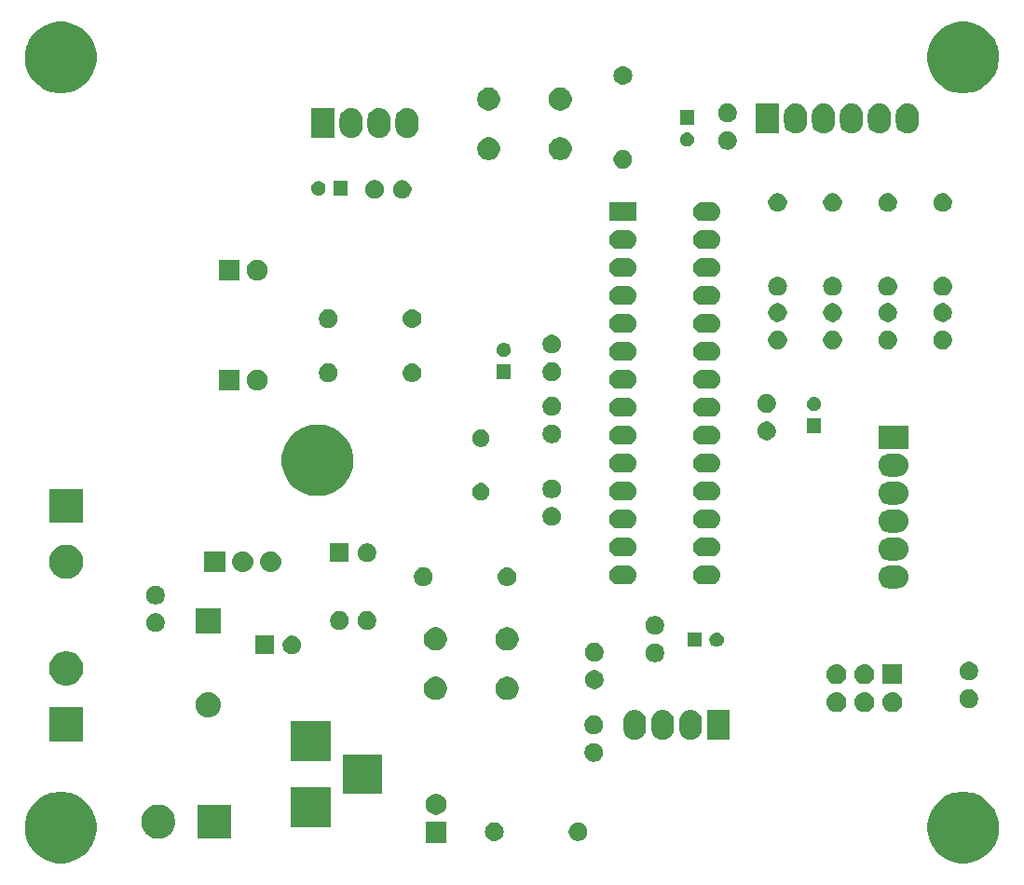
<source format=gbr>
G04 #@! TF.GenerationSoftware,KiCad,Pcbnew,(5.0.0)*
G04 #@! TF.CreationDate,2019-06-02T19:33:40-03:00*
G04 #@! TF.ProjectId,arduino-unoesc,61726475696E6F2D756E6F6573632E6B,0*
G04 #@! TF.SameCoordinates,Original*
G04 #@! TF.FileFunction,Soldermask,Top*
G04 #@! TF.FilePolarity,Negative*
%FSLAX46Y46*%
G04 Gerber Fmt 4.6, Leading zero omitted, Abs format (unit mm)*
G04 Created by KiCad (PCBNEW (5.0.0)) date 06/02/19 19:33:40*
%MOMM*%
%LPD*%
G01*
G04 APERTURE LIST*
%ADD10C,0.100000*%
G04 APERTURE END LIST*
D10*
G36*
X166634239Y-127811467D02*
X166948282Y-127873934D01*
X167539926Y-128119001D01*
X168004072Y-128429134D01*
X168072395Y-128474786D01*
X168525214Y-128927605D01*
X168525216Y-128927608D01*
X168880999Y-129460074D01*
X169105468Y-130001990D01*
X169126066Y-130051719D01*
X169251000Y-130679803D01*
X169251000Y-131320197D01*
X169224660Y-131452616D01*
X169126066Y-131948282D01*
X168880999Y-132539926D01*
X168633265Y-132910685D01*
X168525214Y-133072395D01*
X168072395Y-133525214D01*
X168072392Y-133525216D01*
X167539926Y-133880999D01*
X166948282Y-134126066D01*
X166634239Y-134188533D01*
X166320197Y-134251000D01*
X165679803Y-134251000D01*
X165365761Y-134188533D01*
X165051718Y-134126066D01*
X164460074Y-133880999D01*
X163927608Y-133525216D01*
X163927605Y-133525214D01*
X163474786Y-133072395D01*
X163366735Y-132910685D01*
X163119001Y-132539926D01*
X162873934Y-131948282D01*
X162775340Y-131452616D01*
X162749000Y-131320197D01*
X162749000Y-130679803D01*
X162873934Y-130051719D01*
X162894532Y-130001990D01*
X163119001Y-129460074D01*
X163474784Y-128927608D01*
X163474786Y-128927605D01*
X163927605Y-128474786D01*
X163995928Y-128429134D01*
X164460074Y-128119001D01*
X165051718Y-127873934D01*
X165365761Y-127811467D01*
X165679803Y-127749000D01*
X166320197Y-127749000D01*
X166634239Y-127811467D01*
X166634239Y-127811467D01*
G37*
G36*
X84634239Y-127811467D02*
X84948282Y-127873934D01*
X85539926Y-128119001D01*
X86004072Y-128429134D01*
X86072395Y-128474786D01*
X86525214Y-128927605D01*
X86525216Y-128927608D01*
X86880999Y-129460074D01*
X87105468Y-130001990D01*
X87126066Y-130051719D01*
X87251000Y-130679803D01*
X87251000Y-131320197D01*
X87224660Y-131452616D01*
X87126066Y-131948282D01*
X86880999Y-132539926D01*
X86633265Y-132910685D01*
X86525214Y-133072395D01*
X86072395Y-133525214D01*
X86072392Y-133525216D01*
X85539926Y-133880999D01*
X84948282Y-134126066D01*
X84634239Y-134188533D01*
X84320197Y-134251000D01*
X83679803Y-134251000D01*
X83365761Y-134188533D01*
X83051718Y-134126066D01*
X82460074Y-133880999D01*
X81927608Y-133525216D01*
X81927605Y-133525214D01*
X81474786Y-133072395D01*
X81366735Y-132910685D01*
X81119001Y-132539926D01*
X80873934Y-131948282D01*
X80775340Y-131452616D01*
X80749000Y-131320197D01*
X80749000Y-130679803D01*
X80873934Y-130051719D01*
X80894532Y-130001990D01*
X81119001Y-129460074D01*
X81474784Y-128927608D01*
X81474786Y-128927605D01*
X81927605Y-128474786D01*
X81995928Y-128429134D01*
X82460074Y-128119001D01*
X83051718Y-127873934D01*
X83365761Y-127811467D01*
X83679803Y-127749000D01*
X84320197Y-127749000D01*
X84634239Y-127811467D01*
X84634239Y-127811467D01*
G37*
G36*
X119061000Y-132370600D02*
X117159000Y-132370600D01*
X117159000Y-130468600D01*
X119061000Y-130468600D01*
X119061000Y-132370600D01*
X119061000Y-132370600D01*
G37*
G36*
X123560021Y-130530113D02*
X123560024Y-130530114D01*
X123560025Y-130530114D01*
X123720439Y-130578775D01*
X123720441Y-130578776D01*
X123720444Y-130578777D01*
X123868278Y-130657795D01*
X123997859Y-130764141D01*
X124104205Y-130893722D01*
X124183223Y-131041556D01*
X124183224Y-131041559D01*
X124183225Y-131041561D01*
X124231886Y-131201975D01*
X124231887Y-131201979D01*
X124248317Y-131368800D01*
X124231887Y-131535621D01*
X124231886Y-131535624D01*
X124231886Y-131535625D01*
X124194418Y-131659141D01*
X124183223Y-131696044D01*
X124104205Y-131843878D01*
X123997859Y-131973459D01*
X123868278Y-132079805D01*
X123720444Y-132158823D01*
X123720441Y-132158824D01*
X123720439Y-132158825D01*
X123560025Y-132207486D01*
X123560024Y-132207486D01*
X123560021Y-132207487D01*
X123435004Y-132219800D01*
X123351396Y-132219800D01*
X123226379Y-132207487D01*
X123226376Y-132207486D01*
X123226375Y-132207486D01*
X123065961Y-132158825D01*
X123065959Y-132158824D01*
X123065956Y-132158823D01*
X122918122Y-132079805D01*
X122788541Y-131973459D01*
X122682195Y-131843878D01*
X122603177Y-131696044D01*
X122591983Y-131659141D01*
X122554514Y-131535625D01*
X122554514Y-131535624D01*
X122554513Y-131535621D01*
X122538083Y-131368800D01*
X122554513Y-131201979D01*
X122554514Y-131201975D01*
X122603175Y-131041561D01*
X122603176Y-131041559D01*
X122603177Y-131041556D01*
X122682195Y-130893722D01*
X122788541Y-130764141D01*
X122918122Y-130657795D01*
X123065956Y-130578777D01*
X123065959Y-130578776D01*
X123065961Y-130578775D01*
X123226375Y-130530114D01*
X123226376Y-130530114D01*
X123226379Y-130530113D01*
X123351396Y-130517800D01*
X123435004Y-130517800D01*
X123560021Y-130530113D01*
X123560021Y-130530113D01*
G37*
G36*
X131261428Y-130550503D02*
X131416300Y-130614653D01*
X131555681Y-130707785D01*
X131674215Y-130826319D01*
X131767347Y-130965700D01*
X131831497Y-131120572D01*
X131864200Y-131284984D01*
X131864200Y-131452616D01*
X131831497Y-131617028D01*
X131767347Y-131771900D01*
X131674215Y-131911281D01*
X131555681Y-132029815D01*
X131416300Y-132122947D01*
X131261428Y-132187097D01*
X131097016Y-132219800D01*
X130929384Y-132219800D01*
X130764972Y-132187097D01*
X130610100Y-132122947D01*
X130470719Y-132029815D01*
X130352185Y-131911281D01*
X130259053Y-131771900D01*
X130194903Y-131617028D01*
X130162200Y-131452616D01*
X130162200Y-131284984D01*
X130194903Y-131120572D01*
X130259053Y-130965700D01*
X130352185Y-130826319D01*
X130470719Y-130707785D01*
X130610100Y-130614653D01*
X130764972Y-130550503D01*
X130929384Y-130517800D01*
X131097016Y-130517800D01*
X131261428Y-130550503D01*
X131261428Y-130550503D01*
G37*
G36*
X99493400Y-132005400D02*
X96391400Y-132005400D01*
X96391400Y-128903400D01*
X99493400Y-128903400D01*
X99493400Y-132005400D01*
X99493400Y-132005400D01*
G37*
G36*
X93214927Y-128943136D02*
X93314810Y-128963004D01*
X93597074Y-129079921D01*
X93851105Y-129249659D01*
X94067141Y-129465695D01*
X94236879Y-129719726D01*
X94282804Y-129830600D01*
X94353796Y-130001991D01*
X94413400Y-130301638D01*
X94413400Y-130607162D01*
X94393384Y-130707786D01*
X94353796Y-130906810D01*
X94236879Y-131189074D01*
X94067141Y-131443105D01*
X93851105Y-131659141D01*
X93597074Y-131828879D01*
X93314810Y-131945796D01*
X93214927Y-131965664D01*
X93015162Y-132005400D01*
X92709638Y-132005400D01*
X92509873Y-131965664D01*
X92409990Y-131945796D01*
X92127726Y-131828879D01*
X91873695Y-131659141D01*
X91657659Y-131443105D01*
X91487921Y-131189074D01*
X91371004Y-130906810D01*
X91331416Y-130707786D01*
X91311400Y-130607162D01*
X91311400Y-130301638D01*
X91371004Y-130001991D01*
X91441996Y-129830600D01*
X91487921Y-129719726D01*
X91657659Y-129465695D01*
X91873695Y-129249659D01*
X92127726Y-129079921D01*
X92409990Y-128963004D01*
X92509873Y-128943136D01*
X92709638Y-128903400D01*
X93015162Y-128903400D01*
X93214927Y-128943136D01*
X93214927Y-128943136D01*
G37*
G36*
X108531800Y-130940200D02*
X104929800Y-130940200D01*
X104929800Y-127338200D01*
X108531800Y-127338200D01*
X108531800Y-130940200D01*
X108531800Y-130940200D01*
G37*
G36*
X118387396Y-127965146D02*
X118560466Y-128036834D01*
X118716230Y-128140912D01*
X118848688Y-128273370D01*
X118952766Y-128429134D01*
X119024454Y-128602204D01*
X119061000Y-128785933D01*
X119061000Y-128973267D01*
X119024454Y-129156996D01*
X118952766Y-129330066D01*
X118848688Y-129485830D01*
X118716230Y-129618288D01*
X118560466Y-129722366D01*
X118387396Y-129794054D01*
X118203667Y-129830600D01*
X118016333Y-129830600D01*
X117832604Y-129794054D01*
X117659534Y-129722366D01*
X117503770Y-129618288D01*
X117371312Y-129485830D01*
X117267234Y-129330066D01*
X117195546Y-129156996D01*
X117159000Y-128973267D01*
X117159000Y-128785933D01*
X117195546Y-128602204D01*
X117267234Y-128429134D01*
X117371312Y-128273370D01*
X117503770Y-128140912D01*
X117659534Y-128036834D01*
X117832604Y-127965146D01*
X118016333Y-127928600D01*
X118203667Y-127928600D01*
X118387396Y-127965146D01*
X118387396Y-127965146D01*
G37*
G36*
X113231800Y-127940200D02*
X109629800Y-127940200D01*
X109629800Y-124338200D01*
X113231800Y-124338200D01*
X113231800Y-127940200D01*
X113231800Y-127940200D01*
G37*
G36*
X132683828Y-123347703D02*
X132838700Y-123411853D01*
X132978081Y-123504985D01*
X133096615Y-123623519D01*
X133189747Y-123762900D01*
X133253897Y-123917772D01*
X133286600Y-124082184D01*
X133286600Y-124249816D01*
X133253897Y-124414228D01*
X133189747Y-124569100D01*
X133096615Y-124708481D01*
X132978081Y-124827015D01*
X132838700Y-124920147D01*
X132683828Y-124984297D01*
X132519416Y-125017000D01*
X132351784Y-125017000D01*
X132187372Y-124984297D01*
X132032500Y-124920147D01*
X131893119Y-124827015D01*
X131774585Y-124708481D01*
X131681453Y-124569100D01*
X131617303Y-124414228D01*
X131584600Y-124249816D01*
X131584600Y-124082184D01*
X131617303Y-123917772D01*
X131681453Y-123762900D01*
X131774585Y-123623519D01*
X131893119Y-123504985D01*
X132032500Y-123411853D01*
X132187372Y-123347703D01*
X132351784Y-123315000D01*
X132519416Y-123315000D01*
X132683828Y-123347703D01*
X132683828Y-123347703D01*
G37*
G36*
X108531800Y-124940200D02*
X104929800Y-124940200D01*
X104929800Y-121338200D01*
X108531800Y-121338200D01*
X108531800Y-124940200D01*
X108531800Y-124940200D01*
G37*
G36*
X86051000Y-123166200D02*
X82949000Y-123166200D01*
X82949000Y-120064200D01*
X86051000Y-120064200D01*
X86051000Y-123166200D01*
X86051000Y-123166200D01*
G37*
G36*
X141430032Y-120330207D02*
X141628146Y-120390305D01*
X141810729Y-120487897D01*
X141970765Y-120619235D01*
X142102103Y-120779271D01*
X142121200Y-120815000D01*
X142199695Y-120961853D01*
X142202635Y-120971546D01*
X142259793Y-121159969D01*
X142275000Y-121314371D01*
X142275000Y-122017630D01*
X142259793Y-122172032D01*
X142199695Y-122370146D01*
X142102103Y-122552729D01*
X142102101Y-122552731D01*
X141970768Y-122712762D01*
X141970766Y-122712763D01*
X141970765Y-122712765D01*
X141810729Y-122844103D01*
X141628145Y-122941695D01*
X141430031Y-123001793D01*
X141224000Y-123022085D01*
X141017968Y-123001793D01*
X140819854Y-122941695D01*
X140637271Y-122844103D01*
X140573257Y-122791568D01*
X140477238Y-122712768D01*
X140477237Y-122712766D01*
X140477235Y-122712765D01*
X140345897Y-122552729D01*
X140248305Y-122370145D01*
X140188207Y-122172031D01*
X140173000Y-122017629D01*
X140173000Y-121314370D01*
X140188207Y-121159968D01*
X140228273Y-121027892D01*
X140248306Y-120961852D01*
X140345899Y-120779269D01*
X140477236Y-120619235D01*
X140637272Y-120487897D01*
X140819855Y-120390305D01*
X141017969Y-120330207D01*
X141224000Y-120309915D01*
X141430032Y-120330207D01*
X141430032Y-120330207D01*
G37*
G36*
X138890032Y-120330207D02*
X139088146Y-120390305D01*
X139270729Y-120487897D01*
X139430765Y-120619235D01*
X139562103Y-120779271D01*
X139581200Y-120815000D01*
X139659695Y-120961853D01*
X139662635Y-120971546D01*
X139719793Y-121159969D01*
X139735000Y-121314371D01*
X139735000Y-122017630D01*
X139719793Y-122172032D01*
X139659695Y-122370146D01*
X139562103Y-122552729D01*
X139562101Y-122552731D01*
X139430768Y-122712762D01*
X139430766Y-122712763D01*
X139430765Y-122712765D01*
X139270729Y-122844103D01*
X139088145Y-122941695D01*
X138890031Y-123001793D01*
X138684000Y-123022085D01*
X138477968Y-123001793D01*
X138279854Y-122941695D01*
X138097271Y-122844103D01*
X138033257Y-122791568D01*
X137937238Y-122712768D01*
X137937237Y-122712766D01*
X137937235Y-122712765D01*
X137805897Y-122552729D01*
X137708305Y-122370145D01*
X137648207Y-122172031D01*
X137633000Y-122017629D01*
X137633000Y-121314370D01*
X137648207Y-121159968D01*
X137688273Y-121027892D01*
X137708306Y-120961852D01*
X137805899Y-120779269D01*
X137937236Y-120619235D01*
X138097272Y-120487897D01*
X138279855Y-120390305D01*
X138477969Y-120330207D01*
X138684000Y-120309915D01*
X138890032Y-120330207D01*
X138890032Y-120330207D01*
G37*
G36*
X136350032Y-120330207D02*
X136548146Y-120390305D01*
X136730729Y-120487897D01*
X136890765Y-120619235D01*
X137022103Y-120779271D01*
X137041200Y-120815000D01*
X137119695Y-120961853D01*
X137122635Y-120971546D01*
X137179793Y-121159969D01*
X137195000Y-121314371D01*
X137195000Y-122017630D01*
X137179793Y-122172032D01*
X137119695Y-122370146D01*
X137022103Y-122552729D01*
X137022101Y-122552731D01*
X136890768Y-122712762D01*
X136890766Y-122712763D01*
X136890765Y-122712765D01*
X136730729Y-122844103D01*
X136548145Y-122941695D01*
X136350031Y-123001793D01*
X136144000Y-123022085D01*
X135937968Y-123001793D01*
X135739854Y-122941695D01*
X135557271Y-122844103D01*
X135493257Y-122791568D01*
X135397238Y-122712768D01*
X135397237Y-122712766D01*
X135397235Y-122712765D01*
X135265897Y-122552729D01*
X135168305Y-122370145D01*
X135108207Y-122172031D01*
X135093000Y-122017629D01*
X135093000Y-121314370D01*
X135108207Y-121159968D01*
X135148273Y-121027892D01*
X135168306Y-120961852D01*
X135265899Y-120779269D01*
X135397236Y-120619235D01*
X135557272Y-120487897D01*
X135739855Y-120390305D01*
X135937969Y-120330207D01*
X136144000Y-120309915D01*
X136350032Y-120330207D01*
X136350032Y-120330207D01*
G37*
G36*
X144815000Y-123017000D02*
X142713000Y-123017000D01*
X142713000Y-120315000D01*
X144815000Y-120315000D01*
X144815000Y-123017000D01*
X144815000Y-123017000D01*
G37*
G36*
X132683828Y-120847703D02*
X132838700Y-120911853D01*
X132978081Y-121004985D01*
X133096615Y-121123519D01*
X133189747Y-121262900D01*
X133253897Y-121417772D01*
X133286600Y-121582184D01*
X133286600Y-121749816D01*
X133253897Y-121914228D01*
X133189747Y-122069100D01*
X133096615Y-122208481D01*
X132978081Y-122327015D01*
X132838700Y-122420147D01*
X132683828Y-122484297D01*
X132519416Y-122517000D01*
X132351784Y-122517000D01*
X132187372Y-122484297D01*
X132032500Y-122420147D01*
X131893119Y-122327015D01*
X131774585Y-122208481D01*
X131681453Y-122069100D01*
X131617303Y-121914228D01*
X131584600Y-121749816D01*
X131584600Y-121582184D01*
X131617303Y-121417772D01*
X131681453Y-121262900D01*
X131774585Y-121123519D01*
X131893119Y-121004985D01*
X132032500Y-120911853D01*
X132187372Y-120847703D01*
X132351784Y-120815000D01*
X132519416Y-120815000D01*
X132683828Y-120847703D01*
X132683828Y-120847703D01*
G37*
G36*
X97507780Y-118692862D02*
X97609235Y-118702854D01*
X97826200Y-118768670D01*
X97826202Y-118768671D01*
X97826205Y-118768672D01*
X98026156Y-118875547D01*
X98201418Y-119019382D01*
X98345253Y-119194644D01*
X98452128Y-119394595D01*
X98452129Y-119394598D01*
X98452130Y-119394600D01*
X98517946Y-119611565D01*
X98540169Y-119837200D01*
X98517946Y-120062835D01*
X98452130Y-120279800D01*
X98452128Y-120279805D01*
X98345253Y-120479756D01*
X98201418Y-120655018D01*
X98026156Y-120798853D01*
X97826205Y-120905728D01*
X97826202Y-120905729D01*
X97826200Y-120905730D01*
X97609235Y-120971546D01*
X97507780Y-120981538D01*
X97440145Y-120988200D01*
X97327055Y-120988200D01*
X97259420Y-120981538D01*
X97157965Y-120971546D01*
X96941000Y-120905730D01*
X96940998Y-120905729D01*
X96940995Y-120905728D01*
X96741044Y-120798853D01*
X96565782Y-120655018D01*
X96421947Y-120479756D01*
X96315072Y-120279805D01*
X96315070Y-120279800D01*
X96249254Y-120062835D01*
X96227031Y-119837200D01*
X96249254Y-119611565D01*
X96315070Y-119394600D01*
X96315071Y-119394598D01*
X96315072Y-119394595D01*
X96421947Y-119194644D01*
X96565782Y-119019382D01*
X96741044Y-118875547D01*
X96940995Y-118768672D01*
X96940998Y-118768671D01*
X96941000Y-118768670D01*
X97157965Y-118702854D01*
X97259420Y-118692862D01*
X97327055Y-118686200D01*
X97440145Y-118686200D01*
X97507780Y-118692862D01*
X97507780Y-118692862D01*
G37*
G36*
X154662094Y-118681833D02*
X154834494Y-118734131D01*
X154834496Y-118734132D01*
X154993383Y-118819059D01*
X155132649Y-118933351D01*
X155197829Y-119012773D01*
X155246940Y-119072616D01*
X155331869Y-119231506D01*
X155384167Y-119403906D01*
X155401825Y-119583200D01*
X155384167Y-119762494D01*
X155331869Y-119934894D01*
X155331868Y-119934896D01*
X155246941Y-120093783D01*
X155132649Y-120233049D01*
X154993383Y-120347341D01*
X154913003Y-120390305D01*
X154834494Y-120432269D01*
X154662094Y-120484567D01*
X154527731Y-120497800D01*
X154437869Y-120497800D01*
X154303506Y-120484567D01*
X154131106Y-120432269D01*
X154052597Y-120390305D01*
X153972217Y-120347341D01*
X153832951Y-120233049D01*
X153718659Y-120093783D01*
X153633732Y-119934896D01*
X153633731Y-119934894D01*
X153581433Y-119762494D01*
X153563775Y-119583200D01*
X153581433Y-119403906D01*
X153633731Y-119231506D01*
X153718660Y-119072616D01*
X153767772Y-119012773D01*
X153832951Y-118933351D01*
X153972217Y-118819059D01*
X154131104Y-118734132D01*
X154131106Y-118734131D01*
X154303506Y-118681833D01*
X154437869Y-118668600D01*
X154527731Y-118668600D01*
X154662094Y-118681833D01*
X154662094Y-118681833D01*
G37*
G36*
X157202094Y-118681833D02*
X157374494Y-118734131D01*
X157374496Y-118734132D01*
X157533383Y-118819059D01*
X157672649Y-118933351D01*
X157737829Y-119012773D01*
X157786940Y-119072616D01*
X157871869Y-119231506D01*
X157924167Y-119403906D01*
X157941825Y-119583200D01*
X157924167Y-119762494D01*
X157871869Y-119934894D01*
X157871868Y-119934896D01*
X157786941Y-120093783D01*
X157672649Y-120233049D01*
X157533383Y-120347341D01*
X157453003Y-120390305D01*
X157374494Y-120432269D01*
X157202094Y-120484567D01*
X157067731Y-120497800D01*
X156977869Y-120497800D01*
X156843506Y-120484567D01*
X156671106Y-120432269D01*
X156592597Y-120390305D01*
X156512217Y-120347341D01*
X156372951Y-120233049D01*
X156258659Y-120093783D01*
X156173732Y-119934896D01*
X156173731Y-119934894D01*
X156121433Y-119762494D01*
X156103775Y-119583200D01*
X156121433Y-119403906D01*
X156173731Y-119231506D01*
X156258660Y-119072616D01*
X156307772Y-119012773D01*
X156372951Y-118933351D01*
X156512217Y-118819059D01*
X156671104Y-118734132D01*
X156671106Y-118734131D01*
X156843506Y-118681833D01*
X156977869Y-118668600D01*
X157067731Y-118668600D01*
X157202094Y-118681833D01*
X157202094Y-118681833D01*
G37*
G36*
X159742094Y-118681833D02*
X159914494Y-118734131D01*
X159914496Y-118734132D01*
X160073383Y-118819059D01*
X160212649Y-118933351D01*
X160277829Y-119012773D01*
X160326940Y-119072616D01*
X160411869Y-119231506D01*
X160464167Y-119403906D01*
X160481825Y-119583200D01*
X160464167Y-119762494D01*
X160411869Y-119934894D01*
X160411868Y-119934896D01*
X160326941Y-120093783D01*
X160212649Y-120233049D01*
X160073383Y-120347341D01*
X159993003Y-120390305D01*
X159914494Y-120432269D01*
X159742094Y-120484567D01*
X159607731Y-120497800D01*
X159517869Y-120497800D01*
X159383506Y-120484567D01*
X159211106Y-120432269D01*
X159132597Y-120390305D01*
X159052217Y-120347341D01*
X158912951Y-120233049D01*
X158798659Y-120093783D01*
X158713732Y-119934896D01*
X158713731Y-119934894D01*
X158661433Y-119762494D01*
X158643775Y-119583200D01*
X158661433Y-119403906D01*
X158713731Y-119231506D01*
X158798660Y-119072616D01*
X158847772Y-119012773D01*
X158912951Y-118933351D01*
X159052217Y-118819059D01*
X159211104Y-118734132D01*
X159211106Y-118734131D01*
X159383506Y-118681833D01*
X159517869Y-118668600D01*
X159607731Y-118668600D01*
X159742094Y-118681833D01*
X159742094Y-118681833D01*
G37*
G36*
X166770628Y-118460103D02*
X166925500Y-118524253D01*
X167064881Y-118617385D01*
X167183415Y-118735919D01*
X167276547Y-118875300D01*
X167340697Y-119030172D01*
X167373400Y-119194584D01*
X167373400Y-119362216D01*
X167340697Y-119526628D01*
X167276547Y-119681500D01*
X167183415Y-119820881D01*
X167064881Y-119939415D01*
X166925500Y-120032547D01*
X166770628Y-120096697D01*
X166606216Y-120129400D01*
X166438584Y-120129400D01*
X166274172Y-120096697D01*
X166119300Y-120032547D01*
X165979919Y-119939415D01*
X165861385Y-119820881D01*
X165768253Y-119681500D01*
X165704103Y-119526628D01*
X165671400Y-119362216D01*
X165671400Y-119194584D01*
X165704103Y-119030172D01*
X165768253Y-118875300D01*
X165861385Y-118735919D01*
X165979919Y-118617385D01*
X166119300Y-118524253D01*
X166274172Y-118460103D01*
X166438584Y-118427400D01*
X166606216Y-118427400D01*
X166770628Y-118460103D01*
X166770628Y-118460103D01*
G37*
G36*
X118365765Y-117332189D02*
X118557034Y-117411415D01*
X118729176Y-117526437D01*
X118875563Y-117672824D01*
X118990585Y-117844966D01*
X119069811Y-118036235D01*
X119110200Y-118239284D01*
X119110200Y-118446316D01*
X119069811Y-118649365D01*
X118990585Y-118840634D01*
X118875563Y-119012776D01*
X118729176Y-119159163D01*
X118557034Y-119274185D01*
X118365765Y-119353411D01*
X118162716Y-119393800D01*
X117955684Y-119393800D01*
X117752635Y-119353411D01*
X117561366Y-119274185D01*
X117389224Y-119159163D01*
X117242837Y-119012776D01*
X117127815Y-118840634D01*
X117048589Y-118649365D01*
X117008200Y-118446316D01*
X117008200Y-118239284D01*
X117048589Y-118036235D01*
X117127815Y-117844966D01*
X117242837Y-117672824D01*
X117389224Y-117526437D01*
X117561366Y-117411415D01*
X117752635Y-117332189D01*
X117955684Y-117291800D01*
X118162716Y-117291800D01*
X118365765Y-117332189D01*
X118365765Y-117332189D01*
G37*
G36*
X124865765Y-117332189D02*
X125057034Y-117411415D01*
X125229176Y-117526437D01*
X125375563Y-117672824D01*
X125490585Y-117844966D01*
X125569811Y-118036235D01*
X125610200Y-118239284D01*
X125610200Y-118446316D01*
X125569811Y-118649365D01*
X125490585Y-118840634D01*
X125375563Y-119012776D01*
X125229176Y-119159163D01*
X125057034Y-119274185D01*
X124865765Y-119353411D01*
X124662716Y-119393800D01*
X124455684Y-119393800D01*
X124252635Y-119353411D01*
X124061366Y-119274185D01*
X123889224Y-119159163D01*
X123742837Y-119012776D01*
X123627815Y-118840634D01*
X123548589Y-118649365D01*
X123508200Y-118446316D01*
X123508200Y-118239284D01*
X123548589Y-118036235D01*
X123627815Y-117844966D01*
X123742837Y-117672824D01*
X123889224Y-117526437D01*
X124061366Y-117411415D01*
X124252635Y-117332189D01*
X124455684Y-117291800D01*
X124662716Y-117291800D01*
X124865765Y-117332189D01*
X124865765Y-117332189D01*
G37*
G36*
X132734628Y-116732903D02*
X132889500Y-116797053D01*
X133028881Y-116890185D01*
X133147415Y-117008719D01*
X133240547Y-117148100D01*
X133304697Y-117302972D01*
X133337400Y-117467384D01*
X133337400Y-117635016D01*
X133304697Y-117799428D01*
X133240547Y-117954300D01*
X133147415Y-118093681D01*
X133028881Y-118212215D01*
X132889500Y-118305347D01*
X132734628Y-118369497D01*
X132570216Y-118402200D01*
X132402584Y-118402200D01*
X132238172Y-118369497D01*
X132083300Y-118305347D01*
X131943919Y-118212215D01*
X131825385Y-118093681D01*
X131732253Y-117954300D01*
X131668103Y-117799428D01*
X131635400Y-117635016D01*
X131635400Y-117467384D01*
X131668103Y-117302972D01*
X131732253Y-117148100D01*
X131825385Y-117008719D01*
X131943919Y-116890185D01*
X132083300Y-116797053D01*
X132238172Y-116732903D01*
X132402584Y-116700200D01*
X132570216Y-116700200D01*
X132734628Y-116732903D01*
X132734628Y-116732903D01*
G37*
G36*
X84852527Y-115023936D02*
X84952410Y-115043804D01*
X85234674Y-115160721D01*
X85488705Y-115330459D01*
X85704741Y-115546495D01*
X85874479Y-115800526D01*
X85991396Y-116082790D01*
X86011264Y-116182673D01*
X86051000Y-116382438D01*
X86051000Y-116687962D01*
X86042060Y-116732904D01*
X85991396Y-116987610D01*
X85874479Y-117269874D01*
X85704741Y-117523905D01*
X85488705Y-117739941D01*
X85234674Y-117909679D01*
X84952410Y-118026596D01*
X84903951Y-118036235D01*
X84652762Y-118086200D01*
X84347238Y-118086200D01*
X84096049Y-118036235D01*
X84047590Y-118026596D01*
X83765326Y-117909679D01*
X83511295Y-117739941D01*
X83295259Y-117523905D01*
X83125521Y-117269874D01*
X83008604Y-116987610D01*
X82957940Y-116732904D01*
X82949000Y-116687962D01*
X82949000Y-116382438D01*
X82988736Y-116182673D01*
X83008604Y-116082790D01*
X83125521Y-115800526D01*
X83295259Y-115546495D01*
X83511295Y-115330459D01*
X83765326Y-115160721D01*
X84047590Y-115043804D01*
X84147473Y-115023936D01*
X84347238Y-114984200D01*
X84652762Y-114984200D01*
X84852527Y-115023936D01*
X84852527Y-115023936D01*
G37*
G36*
X160477400Y-117957800D02*
X158648200Y-117957800D01*
X158648200Y-116128600D01*
X160477400Y-116128600D01*
X160477400Y-117957800D01*
X160477400Y-117957800D01*
G37*
G36*
X157202094Y-116141833D02*
X157374494Y-116194131D01*
X157374496Y-116194132D01*
X157533383Y-116279059D01*
X157533385Y-116279060D01*
X157533384Y-116279060D01*
X157672649Y-116393351D01*
X157786940Y-116532616D01*
X157871869Y-116691506D01*
X157924167Y-116863906D01*
X157941825Y-117043200D01*
X157924167Y-117222494D01*
X157890890Y-117332190D01*
X157871868Y-117394896D01*
X157786941Y-117553783D01*
X157672649Y-117693049D01*
X157533383Y-117807341D01*
X157374496Y-117892268D01*
X157374494Y-117892269D01*
X157202094Y-117944567D01*
X157067731Y-117957800D01*
X156977869Y-117957800D01*
X156843506Y-117944567D01*
X156671106Y-117892269D01*
X156671104Y-117892268D01*
X156512217Y-117807341D01*
X156372951Y-117693049D01*
X156258659Y-117553783D01*
X156173732Y-117394896D01*
X156154710Y-117332190D01*
X156121433Y-117222494D01*
X156103775Y-117043200D01*
X156121433Y-116863906D01*
X156173731Y-116691506D01*
X156258660Y-116532616D01*
X156372951Y-116393351D01*
X156512216Y-116279060D01*
X156512215Y-116279060D01*
X156512217Y-116279059D01*
X156671104Y-116194132D01*
X156671106Y-116194131D01*
X156843506Y-116141833D01*
X156977869Y-116128600D01*
X157067731Y-116128600D01*
X157202094Y-116141833D01*
X157202094Y-116141833D01*
G37*
G36*
X154662094Y-116141833D02*
X154834494Y-116194131D01*
X154834496Y-116194132D01*
X154993383Y-116279059D01*
X154993385Y-116279060D01*
X154993384Y-116279060D01*
X155132649Y-116393351D01*
X155246940Y-116532616D01*
X155331869Y-116691506D01*
X155384167Y-116863906D01*
X155401825Y-117043200D01*
X155384167Y-117222494D01*
X155350890Y-117332190D01*
X155331868Y-117394896D01*
X155246941Y-117553783D01*
X155132649Y-117693049D01*
X154993383Y-117807341D01*
X154834496Y-117892268D01*
X154834494Y-117892269D01*
X154662094Y-117944567D01*
X154527731Y-117957800D01*
X154437869Y-117957800D01*
X154303506Y-117944567D01*
X154131106Y-117892269D01*
X154131104Y-117892268D01*
X153972217Y-117807341D01*
X153832951Y-117693049D01*
X153718659Y-117553783D01*
X153633732Y-117394896D01*
X153614710Y-117332190D01*
X153581433Y-117222494D01*
X153563775Y-117043200D01*
X153581433Y-116863906D01*
X153633731Y-116691506D01*
X153718660Y-116532616D01*
X153832951Y-116393351D01*
X153972216Y-116279060D01*
X153972215Y-116279060D01*
X153972217Y-116279059D01*
X154131104Y-116194132D01*
X154131106Y-116194131D01*
X154303506Y-116141833D01*
X154437869Y-116128600D01*
X154527731Y-116128600D01*
X154662094Y-116141833D01*
X154662094Y-116141833D01*
G37*
G36*
X166770628Y-115960103D02*
X166925500Y-116024253D01*
X167064881Y-116117385D01*
X167183415Y-116235919D01*
X167276547Y-116375300D01*
X167340697Y-116530172D01*
X167373400Y-116694584D01*
X167373400Y-116862216D01*
X167340697Y-117026628D01*
X167276547Y-117181500D01*
X167183415Y-117320881D01*
X167064881Y-117439415D01*
X166925500Y-117532547D01*
X166770628Y-117596697D01*
X166606216Y-117629400D01*
X166438584Y-117629400D01*
X166274172Y-117596697D01*
X166119300Y-117532547D01*
X165979919Y-117439415D01*
X165861385Y-117320881D01*
X165768253Y-117181500D01*
X165704103Y-117026628D01*
X165671400Y-116862216D01*
X165671400Y-116694584D01*
X165704103Y-116530172D01*
X165768253Y-116375300D01*
X165861385Y-116235919D01*
X165979919Y-116117385D01*
X166119300Y-116024253D01*
X166274172Y-115960103D01*
X166438584Y-115927400D01*
X166606216Y-115927400D01*
X166770628Y-115960103D01*
X166770628Y-115960103D01*
G37*
G36*
X138233728Y-114294503D02*
X138388600Y-114358653D01*
X138527981Y-114451785D01*
X138646515Y-114570319D01*
X138739647Y-114709700D01*
X138803797Y-114864572D01*
X138836500Y-115028984D01*
X138836500Y-115196616D01*
X138803797Y-115361028D01*
X138739647Y-115515900D01*
X138646515Y-115655281D01*
X138527981Y-115773815D01*
X138388600Y-115866947D01*
X138233728Y-115931097D01*
X138069316Y-115963800D01*
X137901684Y-115963800D01*
X137737272Y-115931097D01*
X137582400Y-115866947D01*
X137443019Y-115773815D01*
X137324485Y-115655281D01*
X137231353Y-115515900D01*
X137167203Y-115361028D01*
X137134500Y-115196616D01*
X137134500Y-115028984D01*
X137167203Y-114864572D01*
X137231353Y-114709700D01*
X137324485Y-114570319D01*
X137443019Y-114451785D01*
X137582400Y-114358653D01*
X137737272Y-114294503D01*
X137901684Y-114261800D01*
X138069316Y-114261800D01*
X138233728Y-114294503D01*
X138233728Y-114294503D01*
G37*
G36*
X132734628Y-114232903D02*
X132889500Y-114297053D01*
X133028881Y-114390185D01*
X133147415Y-114508719D01*
X133240547Y-114648100D01*
X133304697Y-114802972D01*
X133337400Y-114967384D01*
X133337400Y-115135016D01*
X133304697Y-115299428D01*
X133240547Y-115454300D01*
X133147415Y-115593681D01*
X133028881Y-115712215D01*
X132889500Y-115805347D01*
X132734628Y-115869497D01*
X132570216Y-115902200D01*
X132402584Y-115902200D01*
X132238172Y-115869497D01*
X132083300Y-115805347D01*
X131943919Y-115712215D01*
X131825385Y-115593681D01*
X131732253Y-115454300D01*
X131668103Y-115299428D01*
X131635400Y-115135016D01*
X131635400Y-114967384D01*
X131668103Y-114802972D01*
X131732253Y-114648100D01*
X131825385Y-114508719D01*
X131943919Y-114390185D01*
X132083300Y-114297053D01*
X132238172Y-114232903D01*
X132402584Y-114200200D01*
X132570216Y-114200200D01*
X132734628Y-114232903D01*
X132734628Y-114232903D01*
G37*
G36*
X103365400Y-115252600D02*
X101663400Y-115252600D01*
X101663400Y-113550600D01*
X103365400Y-113550600D01*
X103365400Y-115252600D01*
X103365400Y-115252600D01*
G37*
G36*
X105262628Y-113583303D02*
X105417500Y-113647453D01*
X105556881Y-113740585D01*
X105675415Y-113859119D01*
X105768547Y-113998500D01*
X105832697Y-114153372D01*
X105865400Y-114317784D01*
X105865400Y-114485416D01*
X105832697Y-114649828D01*
X105768547Y-114804700D01*
X105675415Y-114944081D01*
X105556881Y-115062615D01*
X105417500Y-115155747D01*
X105262628Y-115219897D01*
X105098216Y-115252600D01*
X104930584Y-115252600D01*
X104766172Y-115219897D01*
X104611300Y-115155747D01*
X104471919Y-115062615D01*
X104353385Y-114944081D01*
X104260253Y-114804700D01*
X104196103Y-114649828D01*
X104163400Y-114485416D01*
X104163400Y-114317784D01*
X104196103Y-114153372D01*
X104260253Y-113998500D01*
X104353385Y-113859119D01*
X104471919Y-113740585D01*
X104611300Y-113647453D01*
X104766172Y-113583303D01*
X104930584Y-113550600D01*
X105098216Y-113550600D01*
X105262628Y-113583303D01*
X105262628Y-113583303D01*
G37*
G36*
X118365765Y-112832189D02*
X118557034Y-112911415D01*
X118729176Y-113026437D01*
X118875563Y-113172824D01*
X118990585Y-113344966D01*
X119069811Y-113536235D01*
X119110200Y-113739284D01*
X119110200Y-113946316D01*
X119069811Y-114149365D01*
X118990585Y-114340634D01*
X118875563Y-114512776D01*
X118729176Y-114659163D01*
X118557034Y-114774185D01*
X118365765Y-114853411D01*
X118162716Y-114893800D01*
X117955684Y-114893800D01*
X117752635Y-114853411D01*
X117561366Y-114774185D01*
X117389224Y-114659163D01*
X117242837Y-114512776D01*
X117127815Y-114340634D01*
X117048589Y-114149365D01*
X117008200Y-113946316D01*
X117008200Y-113739284D01*
X117048589Y-113536235D01*
X117127815Y-113344966D01*
X117242837Y-113172824D01*
X117389224Y-113026437D01*
X117561366Y-112911415D01*
X117752635Y-112832189D01*
X117955684Y-112791800D01*
X118162716Y-112791800D01*
X118365765Y-112832189D01*
X118365765Y-112832189D01*
G37*
G36*
X124865765Y-112832189D02*
X125057034Y-112911415D01*
X125229176Y-113026437D01*
X125375563Y-113172824D01*
X125490585Y-113344966D01*
X125569811Y-113536235D01*
X125610200Y-113739284D01*
X125610200Y-113946316D01*
X125569811Y-114149365D01*
X125490585Y-114340634D01*
X125375563Y-114512776D01*
X125229176Y-114659163D01*
X125057034Y-114774185D01*
X124865765Y-114853411D01*
X124662716Y-114893800D01*
X124455684Y-114893800D01*
X124252635Y-114853411D01*
X124061366Y-114774185D01*
X123889224Y-114659163D01*
X123742837Y-114512776D01*
X123627815Y-114340634D01*
X123548589Y-114149365D01*
X123508200Y-113946316D01*
X123508200Y-113739284D01*
X123548589Y-113536235D01*
X123627815Y-113344966D01*
X123742837Y-113172824D01*
X123889224Y-113026437D01*
X124061366Y-112911415D01*
X124252635Y-112832189D01*
X124455684Y-112791800D01*
X124662716Y-112791800D01*
X124865765Y-112832189D01*
X124865765Y-112832189D01*
G37*
G36*
X142256000Y-114570000D02*
X140954000Y-114570000D01*
X140954000Y-113268000D01*
X142256000Y-113268000D01*
X142256000Y-114570000D01*
X142256000Y-114570000D01*
G37*
G36*
X143794890Y-113293017D02*
X143913361Y-113342089D01*
X143913364Y-113342091D01*
X143950564Y-113366947D01*
X144019992Y-113413338D01*
X144110662Y-113504008D01*
X144181911Y-113610639D01*
X144230983Y-113729110D01*
X144256000Y-113854881D01*
X144256000Y-113983119D01*
X144230983Y-114108890D01*
X144181911Y-114227361D01*
X144181909Y-114227364D01*
X144135344Y-114297054D01*
X144110662Y-114333992D01*
X144019992Y-114424662D01*
X144019989Y-114424664D01*
X144019988Y-114424665D01*
X143929068Y-114485416D01*
X143913361Y-114495911D01*
X143794890Y-114544983D01*
X143669119Y-114570000D01*
X143540881Y-114570000D01*
X143415110Y-114544983D01*
X143296639Y-114495911D01*
X143280932Y-114485416D01*
X143190012Y-114424665D01*
X143190011Y-114424664D01*
X143190008Y-114424662D01*
X143099338Y-114333992D01*
X143074657Y-114297054D01*
X143028091Y-114227364D01*
X143028089Y-114227361D01*
X142979017Y-114108890D01*
X142954000Y-113983119D01*
X142954000Y-113854881D01*
X142979017Y-113729110D01*
X143028089Y-113610639D01*
X143099338Y-113504008D01*
X143190008Y-113413338D01*
X143259437Y-113366947D01*
X143296636Y-113342091D01*
X143296639Y-113342089D01*
X143415110Y-113293017D01*
X143540881Y-113268000D01*
X143669119Y-113268000D01*
X143794890Y-113293017D01*
X143794890Y-113293017D01*
G37*
G36*
X138233728Y-111794503D02*
X138388600Y-111858653D01*
X138527981Y-111951785D01*
X138646515Y-112070319D01*
X138739647Y-112209700D01*
X138803797Y-112364572D01*
X138836500Y-112528984D01*
X138836500Y-112696616D01*
X138803797Y-112861028D01*
X138739647Y-113015900D01*
X138646515Y-113155281D01*
X138527981Y-113273815D01*
X138388600Y-113366947D01*
X138233728Y-113431097D01*
X138069316Y-113463800D01*
X137901684Y-113463800D01*
X137737272Y-113431097D01*
X137582400Y-113366947D01*
X137443019Y-113273815D01*
X137324485Y-113155281D01*
X137231353Y-113015900D01*
X137167203Y-112861028D01*
X137134500Y-112696616D01*
X137134500Y-112528984D01*
X137167203Y-112364572D01*
X137231353Y-112209700D01*
X137324485Y-112070319D01*
X137443019Y-111951785D01*
X137582400Y-111858653D01*
X137737272Y-111794503D01*
X137901684Y-111761800D01*
X138069316Y-111761800D01*
X138233728Y-111794503D01*
X138233728Y-111794503D01*
G37*
G36*
X98534600Y-113368200D02*
X96232600Y-113368200D01*
X96232600Y-111066200D01*
X98534600Y-111066200D01*
X98534600Y-113368200D01*
X98534600Y-113368200D01*
G37*
G36*
X92856628Y-111551303D02*
X93011500Y-111615453D01*
X93150881Y-111708585D01*
X93269415Y-111827119D01*
X93362547Y-111966500D01*
X93426697Y-112121372D01*
X93459400Y-112285784D01*
X93459400Y-112453416D01*
X93426697Y-112617828D01*
X93362547Y-112772700D01*
X93269415Y-112912081D01*
X93150881Y-113030615D01*
X93011500Y-113123747D01*
X92856628Y-113187897D01*
X92692216Y-113220600D01*
X92524584Y-113220600D01*
X92360172Y-113187897D01*
X92205300Y-113123747D01*
X92065919Y-113030615D01*
X91947385Y-112912081D01*
X91854253Y-112772700D01*
X91790103Y-112617828D01*
X91757400Y-112453416D01*
X91757400Y-112285784D01*
X91790103Y-112121372D01*
X91854253Y-111966500D01*
X91947385Y-111827119D01*
X92065919Y-111708585D01*
X92205300Y-111615453D01*
X92360172Y-111551303D01*
X92524584Y-111518600D01*
X92692216Y-111518600D01*
X92856628Y-111551303D01*
X92856628Y-111551303D01*
G37*
G36*
X112069828Y-111348103D02*
X112224700Y-111412253D01*
X112364081Y-111505385D01*
X112482615Y-111623919D01*
X112575747Y-111763300D01*
X112639897Y-111918172D01*
X112672600Y-112082584D01*
X112672600Y-112250216D01*
X112639897Y-112414628D01*
X112575747Y-112569500D01*
X112482615Y-112708881D01*
X112364081Y-112827415D01*
X112224700Y-112920547D01*
X112069828Y-112984697D01*
X111905416Y-113017400D01*
X111737784Y-113017400D01*
X111573372Y-112984697D01*
X111418500Y-112920547D01*
X111279119Y-112827415D01*
X111160585Y-112708881D01*
X111067453Y-112569500D01*
X111003303Y-112414628D01*
X110970600Y-112250216D01*
X110970600Y-112082584D01*
X111003303Y-111918172D01*
X111067453Y-111763300D01*
X111160585Y-111623919D01*
X111279119Y-111505385D01*
X111418500Y-111412253D01*
X111573372Y-111348103D01*
X111737784Y-111315400D01*
X111905416Y-111315400D01*
X112069828Y-111348103D01*
X112069828Y-111348103D01*
G37*
G36*
X109569828Y-111348103D02*
X109724700Y-111412253D01*
X109864081Y-111505385D01*
X109982615Y-111623919D01*
X110075747Y-111763300D01*
X110139897Y-111918172D01*
X110172600Y-112082584D01*
X110172600Y-112250216D01*
X110139897Y-112414628D01*
X110075747Y-112569500D01*
X109982615Y-112708881D01*
X109864081Y-112827415D01*
X109724700Y-112920547D01*
X109569828Y-112984697D01*
X109405416Y-113017400D01*
X109237784Y-113017400D01*
X109073372Y-112984697D01*
X108918500Y-112920547D01*
X108779119Y-112827415D01*
X108660585Y-112708881D01*
X108567453Y-112569500D01*
X108503303Y-112414628D01*
X108470600Y-112250216D01*
X108470600Y-112082584D01*
X108503303Y-111918172D01*
X108567453Y-111763300D01*
X108660585Y-111623919D01*
X108779119Y-111505385D01*
X108918500Y-111412253D01*
X109073372Y-111348103D01*
X109237784Y-111315400D01*
X109405416Y-111315400D01*
X109569828Y-111348103D01*
X109569828Y-111348103D01*
G37*
G36*
X92856628Y-109051303D02*
X93011500Y-109115453D01*
X93150881Y-109208585D01*
X93269415Y-109327119D01*
X93362547Y-109466500D01*
X93426697Y-109621372D01*
X93459400Y-109785784D01*
X93459400Y-109953416D01*
X93426697Y-110117828D01*
X93362547Y-110272700D01*
X93269415Y-110412081D01*
X93150881Y-110530615D01*
X93011500Y-110623747D01*
X92856628Y-110687897D01*
X92692216Y-110720600D01*
X92524584Y-110720600D01*
X92360172Y-110687897D01*
X92205300Y-110623747D01*
X92065919Y-110530615D01*
X91947385Y-110412081D01*
X91854253Y-110272700D01*
X91790103Y-110117828D01*
X91757400Y-109953416D01*
X91757400Y-109785784D01*
X91790103Y-109621372D01*
X91854253Y-109466500D01*
X91947385Y-109327119D01*
X92065919Y-109208585D01*
X92205300Y-109115453D01*
X92360172Y-109051303D01*
X92524584Y-109018600D01*
X92692216Y-109018600D01*
X92856628Y-109051303D01*
X92856628Y-109051303D01*
G37*
G36*
X160046910Y-107156041D02*
X160170432Y-107168207D01*
X160368546Y-107228305D01*
X160551129Y-107325897D01*
X160711165Y-107457235D01*
X160842503Y-107617271D01*
X160940095Y-107799854D01*
X161000193Y-107997968D01*
X161020485Y-108204000D01*
X161000193Y-108410032D01*
X160940095Y-108608146D01*
X160842503Y-108790729D01*
X160711165Y-108950765D01*
X160551129Y-109082103D01*
X160368546Y-109179695D01*
X160170432Y-109239793D01*
X160046910Y-109251959D01*
X160016031Y-109255000D01*
X159312769Y-109255000D01*
X159281890Y-109251959D01*
X159158368Y-109239793D01*
X158960254Y-109179695D01*
X158777671Y-109082103D01*
X158617635Y-108950765D01*
X158486297Y-108790729D01*
X158388705Y-108608146D01*
X158328607Y-108410032D01*
X158308315Y-108204000D01*
X158328607Y-107997968D01*
X158388705Y-107799854D01*
X158486297Y-107617271D01*
X158617635Y-107457235D01*
X158777671Y-107325897D01*
X158960254Y-107228305D01*
X159158368Y-107168207D01*
X159281890Y-107156041D01*
X159312769Y-107153000D01*
X160016031Y-107153000D01*
X160046910Y-107156041D01*
X160046910Y-107156041D01*
G37*
G36*
X124728421Y-107365313D02*
X124728424Y-107365314D01*
X124728425Y-107365314D01*
X124888839Y-107413975D01*
X124888841Y-107413976D01*
X124888844Y-107413977D01*
X125036678Y-107492995D01*
X125166259Y-107599341D01*
X125272605Y-107728922D01*
X125351623Y-107876756D01*
X125351624Y-107876759D01*
X125351625Y-107876761D01*
X125400286Y-108037175D01*
X125400287Y-108037179D01*
X125416717Y-108204000D01*
X125400287Y-108370821D01*
X125400286Y-108370824D01*
X125400286Y-108370825D01*
X125353009Y-108526678D01*
X125351623Y-108531244D01*
X125272605Y-108679078D01*
X125166259Y-108808659D01*
X125036678Y-108915005D01*
X124888844Y-108994023D01*
X124888841Y-108994024D01*
X124888839Y-108994025D01*
X124728425Y-109042686D01*
X124728424Y-109042686D01*
X124728421Y-109042687D01*
X124603404Y-109055000D01*
X124519796Y-109055000D01*
X124394779Y-109042687D01*
X124394776Y-109042686D01*
X124394775Y-109042686D01*
X124234361Y-108994025D01*
X124234359Y-108994024D01*
X124234356Y-108994023D01*
X124086522Y-108915005D01*
X123956941Y-108808659D01*
X123850595Y-108679078D01*
X123771577Y-108531244D01*
X123770192Y-108526678D01*
X123722914Y-108370825D01*
X123722914Y-108370824D01*
X123722913Y-108370821D01*
X123706483Y-108204000D01*
X123722913Y-108037179D01*
X123722914Y-108037175D01*
X123771575Y-107876761D01*
X123771576Y-107876759D01*
X123771577Y-107876756D01*
X123850595Y-107728922D01*
X123956941Y-107599341D01*
X124086522Y-107492995D01*
X124234356Y-107413977D01*
X124234359Y-107413976D01*
X124234361Y-107413975D01*
X124394775Y-107365314D01*
X124394776Y-107365314D01*
X124394779Y-107365313D01*
X124519796Y-107353000D01*
X124603404Y-107353000D01*
X124728421Y-107365313D01*
X124728421Y-107365313D01*
G37*
G36*
X117189828Y-107385703D02*
X117344700Y-107449853D01*
X117484081Y-107542985D01*
X117602615Y-107661519D01*
X117695747Y-107800900D01*
X117759897Y-107955772D01*
X117792600Y-108120184D01*
X117792600Y-108287816D01*
X117759897Y-108452228D01*
X117695747Y-108607100D01*
X117602615Y-108746481D01*
X117484081Y-108865015D01*
X117344700Y-108958147D01*
X117189828Y-109022297D01*
X117025416Y-109055000D01*
X116857784Y-109055000D01*
X116693372Y-109022297D01*
X116538500Y-108958147D01*
X116399119Y-108865015D01*
X116280585Y-108746481D01*
X116187453Y-108607100D01*
X116123303Y-108452228D01*
X116090600Y-108287816D01*
X116090600Y-108120184D01*
X116123303Y-107955772D01*
X116187453Y-107800900D01*
X116280585Y-107661519D01*
X116399119Y-107542985D01*
X116538500Y-107449853D01*
X116693372Y-107385703D01*
X116857784Y-107353000D01*
X117025416Y-107353000D01*
X117189828Y-107385703D01*
X117189828Y-107385703D01*
G37*
G36*
X143264021Y-107212913D02*
X143264024Y-107212914D01*
X143264025Y-107212914D01*
X143424439Y-107261575D01*
X143424441Y-107261576D01*
X143424444Y-107261577D01*
X143572278Y-107340595D01*
X143701859Y-107446941D01*
X143808205Y-107576522D01*
X143887223Y-107724356D01*
X143887224Y-107724359D01*
X143887225Y-107724361D01*
X143933453Y-107876756D01*
X143935887Y-107884779D01*
X143952317Y-108051600D01*
X143935887Y-108218421D01*
X143887223Y-108378844D01*
X143808205Y-108526678D01*
X143701859Y-108656259D01*
X143572278Y-108762605D01*
X143424444Y-108841623D01*
X143424441Y-108841624D01*
X143424439Y-108841625D01*
X143264025Y-108890286D01*
X143264024Y-108890286D01*
X143264021Y-108890287D01*
X143139004Y-108902600D01*
X142255396Y-108902600D01*
X142130379Y-108890287D01*
X142130376Y-108890286D01*
X142130375Y-108890286D01*
X141969961Y-108841625D01*
X141969959Y-108841624D01*
X141969956Y-108841623D01*
X141822122Y-108762605D01*
X141692541Y-108656259D01*
X141586195Y-108526678D01*
X141507177Y-108378844D01*
X141458513Y-108218421D01*
X141442083Y-108051600D01*
X141458513Y-107884779D01*
X141460947Y-107876756D01*
X141507175Y-107724361D01*
X141507176Y-107724359D01*
X141507177Y-107724356D01*
X141586195Y-107576522D01*
X141692541Y-107446941D01*
X141822122Y-107340595D01*
X141969956Y-107261577D01*
X141969959Y-107261576D01*
X141969961Y-107261575D01*
X142130375Y-107212914D01*
X142130376Y-107212914D01*
X142130379Y-107212913D01*
X142255396Y-107200600D01*
X143139004Y-107200600D01*
X143264021Y-107212913D01*
X143264021Y-107212913D01*
G37*
G36*
X135644021Y-107212913D02*
X135644024Y-107212914D01*
X135644025Y-107212914D01*
X135804439Y-107261575D01*
X135804441Y-107261576D01*
X135804444Y-107261577D01*
X135952278Y-107340595D01*
X136081859Y-107446941D01*
X136188205Y-107576522D01*
X136267223Y-107724356D01*
X136267224Y-107724359D01*
X136267225Y-107724361D01*
X136313453Y-107876756D01*
X136315887Y-107884779D01*
X136332317Y-108051600D01*
X136315887Y-108218421D01*
X136267223Y-108378844D01*
X136188205Y-108526678D01*
X136081859Y-108656259D01*
X135952278Y-108762605D01*
X135804444Y-108841623D01*
X135804441Y-108841624D01*
X135804439Y-108841625D01*
X135644025Y-108890286D01*
X135644024Y-108890286D01*
X135644021Y-108890287D01*
X135519004Y-108902600D01*
X134635396Y-108902600D01*
X134510379Y-108890287D01*
X134510376Y-108890286D01*
X134510375Y-108890286D01*
X134349961Y-108841625D01*
X134349959Y-108841624D01*
X134349956Y-108841623D01*
X134202122Y-108762605D01*
X134072541Y-108656259D01*
X133966195Y-108526678D01*
X133887177Y-108378844D01*
X133838513Y-108218421D01*
X133822083Y-108051600D01*
X133838513Y-107884779D01*
X133840947Y-107876756D01*
X133887175Y-107724361D01*
X133887176Y-107724359D01*
X133887177Y-107724356D01*
X133966195Y-107576522D01*
X134072541Y-107446941D01*
X134202122Y-107340595D01*
X134349956Y-107261577D01*
X134349959Y-107261576D01*
X134349961Y-107261575D01*
X134510375Y-107212914D01*
X134510376Y-107212914D01*
X134510379Y-107212913D01*
X134635396Y-107200600D01*
X135519004Y-107200600D01*
X135644021Y-107212913D01*
X135644021Y-107212913D01*
G37*
G36*
X84852527Y-105321136D02*
X84952410Y-105341004D01*
X85234674Y-105457921D01*
X85488705Y-105627659D01*
X85704741Y-105843695D01*
X85874479Y-106097726D01*
X85991396Y-106379990D01*
X86008645Y-106466705D01*
X86043055Y-106639695D01*
X86051000Y-106679640D01*
X86051000Y-106985160D01*
X85991396Y-107284810D01*
X85874479Y-107567074D01*
X85704741Y-107821105D01*
X85488705Y-108037141D01*
X85234674Y-108206879D01*
X84952410Y-108323796D01*
X84852527Y-108343664D01*
X84652762Y-108383400D01*
X84347238Y-108383400D01*
X84147473Y-108343664D01*
X84047590Y-108323796D01*
X83765326Y-108206879D01*
X83511295Y-108037141D01*
X83295259Y-107821105D01*
X83125521Y-107567074D01*
X83008604Y-107284810D01*
X82949000Y-106985160D01*
X82949000Y-106679640D01*
X82956946Y-106639695D01*
X82991355Y-106466705D01*
X83008604Y-106379990D01*
X83125521Y-106097726D01*
X83295259Y-105843695D01*
X83511295Y-105627659D01*
X83765326Y-105457921D01*
X84047590Y-105341004D01*
X84147473Y-105321136D01*
X84347238Y-105281400D01*
X84652762Y-105281400D01*
X84852527Y-105321136D01*
X84852527Y-105321136D01*
G37*
G36*
X100719625Y-105895160D02*
X100719628Y-105895161D01*
X100719629Y-105895161D01*
X100898893Y-105949540D01*
X100898895Y-105949541D01*
X101064105Y-106037848D01*
X101208912Y-106156688D01*
X101327752Y-106301495D01*
X101416059Y-106466705D01*
X101470440Y-106645975D01*
X101488801Y-106832400D01*
X101470440Y-107018825D01*
X101470439Y-107018828D01*
X101470439Y-107018829D01*
X101425126Y-107168207D01*
X101416059Y-107198095D01*
X101327752Y-107363305D01*
X101208912Y-107508112D01*
X101064105Y-107626952D01*
X101064103Y-107626953D01*
X100898893Y-107715260D01*
X100719629Y-107769639D01*
X100719628Y-107769639D01*
X100719625Y-107769640D01*
X100579918Y-107783400D01*
X100486482Y-107783400D01*
X100346775Y-107769640D01*
X100346772Y-107769639D01*
X100346771Y-107769639D01*
X100167507Y-107715260D01*
X100002297Y-107626953D01*
X100002295Y-107626952D01*
X99857488Y-107508112D01*
X99738648Y-107363305D01*
X99650341Y-107198095D01*
X99641275Y-107168207D01*
X99595961Y-107018829D01*
X99595961Y-107018828D01*
X99595960Y-107018825D01*
X99577599Y-106832400D01*
X99595960Y-106645975D01*
X99650341Y-106466705D01*
X99738648Y-106301495D01*
X99857488Y-106156688D01*
X100002295Y-106037848D01*
X100167505Y-105949541D01*
X100167507Y-105949540D01*
X100346771Y-105895161D01*
X100346772Y-105895161D01*
X100346775Y-105895160D01*
X100486482Y-105881400D01*
X100579918Y-105881400D01*
X100719625Y-105895160D01*
X100719625Y-105895160D01*
G37*
G36*
X103259625Y-105895160D02*
X103259628Y-105895161D01*
X103259629Y-105895161D01*
X103438893Y-105949540D01*
X103438895Y-105949541D01*
X103604105Y-106037848D01*
X103748912Y-106156688D01*
X103867752Y-106301495D01*
X103956059Y-106466705D01*
X104010440Y-106645975D01*
X104028801Y-106832400D01*
X104010440Y-107018825D01*
X104010439Y-107018828D01*
X104010439Y-107018829D01*
X103965126Y-107168207D01*
X103956059Y-107198095D01*
X103867752Y-107363305D01*
X103748912Y-107508112D01*
X103604105Y-107626952D01*
X103604103Y-107626953D01*
X103438893Y-107715260D01*
X103259629Y-107769639D01*
X103259628Y-107769639D01*
X103259625Y-107769640D01*
X103119918Y-107783400D01*
X103026482Y-107783400D01*
X102886775Y-107769640D01*
X102886772Y-107769639D01*
X102886771Y-107769639D01*
X102707507Y-107715260D01*
X102542297Y-107626953D01*
X102542295Y-107626952D01*
X102397488Y-107508112D01*
X102278648Y-107363305D01*
X102190341Y-107198095D01*
X102181275Y-107168207D01*
X102135961Y-107018829D01*
X102135961Y-107018828D01*
X102135960Y-107018825D01*
X102117599Y-106832400D01*
X102135960Y-106645975D01*
X102190341Y-106466705D01*
X102278648Y-106301495D01*
X102397488Y-106156688D01*
X102542295Y-106037848D01*
X102707505Y-105949541D01*
X102707507Y-105949540D01*
X102886771Y-105895161D01*
X102886772Y-105895161D01*
X102886775Y-105895160D01*
X103026482Y-105881400D01*
X103119918Y-105881400D01*
X103259625Y-105895160D01*
X103259625Y-105895160D01*
G37*
G36*
X98944200Y-107783400D02*
X97042200Y-107783400D01*
X97042200Y-105881400D01*
X98944200Y-105881400D01*
X98944200Y-107783400D01*
X98944200Y-107783400D01*
G37*
G36*
X112069828Y-105201303D02*
X112224700Y-105265453D01*
X112364081Y-105358585D01*
X112482615Y-105477119D01*
X112575747Y-105616500D01*
X112639897Y-105771372D01*
X112672600Y-105935784D01*
X112672600Y-106103416D01*
X112639897Y-106267828D01*
X112575747Y-106422700D01*
X112482615Y-106562081D01*
X112364081Y-106680615D01*
X112224700Y-106773747D01*
X112069828Y-106837897D01*
X111905416Y-106870600D01*
X111737784Y-106870600D01*
X111573372Y-106837897D01*
X111418500Y-106773747D01*
X111279119Y-106680615D01*
X111160585Y-106562081D01*
X111067453Y-106422700D01*
X111003303Y-106267828D01*
X110970600Y-106103416D01*
X110970600Y-105935784D01*
X111003303Y-105771372D01*
X111067453Y-105616500D01*
X111160585Y-105477119D01*
X111279119Y-105358585D01*
X111418500Y-105265453D01*
X111573372Y-105201303D01*
X111737784Y-105168600D01*
X111905416Y-105168600D01*
X112069828Y-105201303D01*
X112069828Y-105201303D01*
G37*
G36*
X110172600Y-106870600D02*
X108470600Y-106870600D01*
X108470600Y-105168600D01*
X110172600Y-105168600D01*
X110172600Y-106870600D01*
X110172600Y-106870600D01*
G37*
G36*
X160046910Y-104616041D02*
X160170432Y-104628207D01*
X160368546Y-104688305D01*
X160551129Y-104785897D01*
X160711165Y-104917235D01*
X160842503Y-105077271D01*
X160940095Y-105259854D01*
X161000193Y-105457968D01*
X161020485Y-105664000D01*
X161000193Y-105870032D01*
X160940095Y-106068146D01*
X160842503Y-106250729D01*
X160711165Y-106410765D01*
X160551129Y-106542103D01*
X160368546Y-106639695D01*
X160170432Y-106699793D01*
X160046910Y-106711959D01*
X160016031Y-106715000D01*
X159312769Y-106715000D01*
X159281890Y-106711959D01*
X159158368Y-106699793D01*
X158960254Y-106639695D01*
X158777671Y-106542103D01*
X158617635Y-106410765D01*
X158486297Y-106250729D01*
X158388705Y-106068146D01*
X158328607Y-105870032D01*
X158308315Y-105664000D01*
X158328607Y-105457968D01*
X158388705Y-105259854D01*
X158486297Y-105077271D01*
X158617635Y-104917235D01*
X158777671Y-104785897D01*
X158960254Y-104688305D01*
X159158368Y-104628207D01*
X159281890Y-104616041D01*
X159312769Y-104613000D01*
X160016031Y-104613000D01*
X160046910Y-104616041D01*
X160046910Y-104616041D01*
G37*
G36*
X135644021Y-104672913D02*
X135644024Y-104672914D01*
X135644025Y-104672914D01*
X135804439Y-104721575D01*
X135804441Y-104721576D01*
X135804444Y-104721577D01*
X135952278Y-104800595D01*
X136081859Y-104906941D01*
X136188205Y-105036522D01*
X136267223Y-105184356D01*
X136267224Y-105184359D01*
X136267225Y-105184361D01*
X136291824Y-105265453D01*
X136315887Y-105344779D01*
X136332317Y-105511600D01*
X136315887Y-105678421D01*
X136315886Y-105678424D01*
X136315886Y-105678425D01*
X136287691Y-105771372D01*
X136267223Y-105838844D01*
X136188205Y-105986678D01*
X136081859Y-106116259D01*
X135952278Y-106222605D01*
X135804444Y-106301623D01*
X135804441Y-106301624D01*
X135804439Y-106301625D01*
X135644025Y-106350286D01*
X135644024Y-106350286D01*
X135644021Y-106350287D01*
X135519004Y-106362600D01*
X134635396Y-106362600D01*
X134510379Y-106350287D01*
X134510376Y-106350286D01*
X134510375Y-106350286D01*
X134349961Y-106301625D01*
X134349959Y-106301624D01*
X134349956Y-106301623D01*
X134202122Y-106222605D01*
X134072541Y-106116259D01*
X133966195Y-105986678D01*
X133887177Y-105838844D01*
X133866710Y-105771372D01*
X133838514Y-105678425D01*
X133838514Y-105678424D01*
X133838513Y-105678421D01*
X133822083Y-105511600D01*
X133838513Y-105344779D01*
X133862576Y-105265453D01*
X133887175Y-105184361D01*
X133887176Y-105184359D01*
X133887177Y-105184356D01*
X133966195Y-105036522D01*
X134072541Y-104906941D01*
X134202122Y-104800595D01*
X134349956Y-104721577D01*
X134349959Y-104721576D01*
X134349961Y-104721575D01*
X134510375Y-104672914D01*
X134510376Y-104672914D01*
X134510379Y-104672913D01*
X134635396Y-104660600D01*
X135519004Y-104660600D01*
X135644021Y-104672913D01*
X135644021Y-104672913D01*
G37*
G36*
X143264021Y-104672913D02*
X143264024Y-104672914D01*
X143264025Y-104672914D01*
X143424439Y-104721575D01*
X143424441Y-104721576D01*
X143424444Y-104721577D01*
X143572278Y-104800595D01*
X143701859Y-104906941D01*
X143808205Y-105036522D01*
X143887223Y-105184356D01*
X143887224Y-105184359D01*
X143887225Y-105184361D01*
X143911824Y-105265453D01*
X143935887Y-105344779D01*
X143952317Y-105511600D01*
X143935887Y-105678421D01*
X143935886Y-105678424D01*
X143935886Y-105678425D01*
X143907691Y-105771372D01*
X143887223Y-105838844D01*
X143808205Y-105986678D01*
X143701859Y-106116259D01*
X143572278Y-106222605D01*
X143424444Y-106301623D01*
X143424441Y-106301624D01*
X143424439Y-106301625D01*
X143264025Y-106350286D01*
X143264024Y-106350286D01*
X143264021Y-106350287D01*
X143139004Y-106362600D01*
X142255396Y-106362600D01*
X142130379Y-106350287D01*
X142130376Y-106350286D01*
X142130375Y-106350286D01*
X141969961Y-106301625D01*
X141969959Y-106301624D01*
X141969956Y-106301623D01*
X141822122Y-106222605D01*
X141692541Y-106116259D01*
X141586195Y-105986678D01*
X141507177Y-105838844D01*
X141486710Y-105771372D01*
X141458514Y-105678425D01*
X141458514Y-105678424D01*
X141458513Y-105678421D01*
X141442083Y-105511600D01*
X141458513Y-105344779D01*
X141482576Y-105265453D01*
X141507175Y-105184361D01*
X141507176Y-105184359D01*
X141507177Y-105184356D01*
X141586195Y-105036522D01*
X141692541Y-104906941D01*
X141822122Y-104800595D01*
X141969956Y-104721577D01*
X141969959Y-104721576D01*
X141969961Y-104721575D01*
X142130375Y-104672914D01*
X142130376Y-104672914D01*
X142130379Y-104672913D01*
X142255396Y-104660600D01*
X143139004Y-104660600D01*
X143264021Y-104672913D01*
X143264021Y-104672913D01*
G37*
G36*
X160046910Y-102076041D02*
X160170432Y-102088207D01*
X160368546Y-102148305D01*
X160551129Y-102245897D01*
X160711165Y-102377235D01*
X160842503Y-102537271D01*
X160940095Y-102719854D01*
X161000193Y-102917968D01*
X161020485Y-103124000D01*
X161000193Y-103330032D01*
X160940095Y-103528146D01*
X160842503Y-103710729D01*
X160711165Y-103870765D01*
X160551129Y-104002103D01*
X160368546Y-104099695D01*
X160170432Y-104159793D01*
X160046910Y-104171959D01*
X160016031Y-104175000D01*
X159312769Y-104175000D01*
X159281890Y-104171959D01*
X159158368Y-104159793D01*
X158960254Y-104099695D01*
X158777671Y-104002103D01*
X158617635Y-103870765D01*
X158486297Y-103710729D01*
X158388705Y-103528146D01*
X158328607Y-103330032D01*
X158308315Y-103124000D01*
X158328607Y-102917968D01*
X158388705Y-102719854D01*
X158486297Y-102537271D01*
X158617635Y-102377235D01*
X158777671Y-102245897D01*
X158960254Y-102148305D01*
X159158368Y-102088207D01*
X159281890Y-102076041D01*
X159312769Y-102073000D01*
X160016031Y-102073000D01*
X160046910Y-102076041D01*
X160046910Y-102076041D01*
G37*
G36*
X143264021Y-102132913D02*
X143264024Y-102132914D01*
X143264025Y-102132914D01*
X143424439Y-102181575D01*
X143424441Y-102181576D01*
X143424444Y-102181577D01*
X143572278Y-102260595D01*
X143701859Y-102366941D01*
X143808205Y-102496522D01*
X143887223Y-102644356D01*
X143887224Y-102644359D01*
X143887225Y-102644361D01*
X143934867Y-102801416D01*
X143935887Y-102804779D01*
X143952317Y-102971600D01*
X143935887Y-103138421D01*
X143887223Y-103298844D01*
X143808205Y-103446678D01*
X143701859Y-103576259D01*
X143572278Y-103682605D01*
X143424444Y-103761623D01*
X143424441Y-103761624D01*
X143424439Y-103761625D01*
X143264025Y-103810286D01*
X143264024Y-103810286D01*
X143264021Y-103810287D01*
X143139004Y-103822600D01*
X142255396Y-103822600D01*
X142130379Y-103810287D01*
X142130376Y-103810286D01*
X142130375Y-103810286D01*
X141969961Y-103761625D01*
X141969959Y-103761624D01*
X141969956Y-103761623D01*
X141822122Y-103682605D01*
X141692541Y-103576259D01*
X141586195Y-103446678D01*
X141507177Y-103298844D01*
X141458513Y-103138421D01*
X141442083Y-102971600D01*
X141458513Y-102804779D01*
X141459533Y-102801416D01*
X141507175Y-102644361D01*
X141507176Y-102644359D01*
X141507177Y-102644356D01*
X141586195Y-102496522D01*
X141692541Y-102366941D01*
X141822122Y-102260595D01*
X141969956Y-102181577D01*
X141969959Y-102181576D01*
X141969961Y-102181575D01*
X142130375Y-102132914D01*
X142130376Y-102132914D01*
X142130379Y-102132913D01*
X142255396Y-102120600D01*
X143139004Y-102120600D01*
X143264021Y-102132913D01*
X143264021Y-102132913D01*
G37*
G36*
X135644021Y-102132913D02*
X135644024Y-102132914D01*
X135644025Y-102132914D01*
X135804439Y-102181575D01*
X135804441Y-102181576D01*
X135804444Y-102181577D01*
X135952278Y-102260595D01*
X136081859Y-102366941D01*
X136188205Y-102496522D01*
X136267223Y-102644356D01*
X136267224Y-102644359D01*
X136267225Y-102644361D01*
X136314867Y-102801416D01*
X136315887Y-102804779D01*
X136332317Y-102971600D01*
X136315887Y-103138421D01*
X136267223Y-103298844D01*
X136188205Y-103446678D01*
X136081859Y-103576259D01*
X135952278Y-103682605D01*
X135804444Y-103761623D01*
X135804441Y-103761624D01*
X135804439Y-103761625D01*
X135644025Y-103810286D01*
X135644024Y-103810286D01*
X135644021Y-103810287D01*
X135519004Y-103822600D01*
X134635396Y-103822600D01*
X134510379Y-103810287D01*
X134510376Y-103810286D01*
X134510375Y-103810286D01*
X134349961Y-103761625D01*
X134349959Y-103761624D01*
X134349956Y-103761623D01*
X134202122Y-103682605D01*
X134072541Y-103576259D01*
X133966195Y-103446678D01*
X133887177Y-103298844D01*
X133838513Y-103138421D01*
X133822083Y-102971600D01*
X133838513Y-102804779D01*
X133839533Y-102801416D01*
X133887175Y-102644361D01*
X133887176Y-102644359D01*
X133887177Y-102644356D01*
X133966195Y-102496522D01*
X134072541Y-102366941D01*
X134202122Y-102260595D01*
X134349956Y-102181577D01*
X134349959Y-102181576D01*
X134349961Y-102181575D01*
X134510375Y-102132914D01*
X134510376Y-102132914D01*
X134510379Y-102132913D01*
X134635396Y-102120600D01*
X135519004Y-102120600D01*
X135644021Y-102132913D01*
X135644021Y-102132913D01*
G37*
G36*
X128873828Y-101899303D02*
X129028700Y-101963453D01*
X129168081Y-102056585D01*
X129286615Y-102175119D01*
X129379747Y-102314500D01*
X129443897Y-102469372D01*
X129476600Y-102633784D01*
X129476600Y-102801416D01*
X129443897Y-102965828D01*
X129379747Y-103120700D01*
X129286615Y-103260081D01*
X129168081Y-103378615D01*
X129028700Y-103471747D01*
X128873828Y-103535897D01*
X128709416Y-103568600D01*
X128541784Y-103568600D01*
X128377372Y-103535897D01*
X128222500Y-103471747D01*
X128083119Y-103378615D01*
X127964585Y-103260081D01*
X127871453Y-103120700D01*
X127807303Y-102965828D01*
X127774600Y-102801416D01*
X127774600Y-102633784D01*
X127807303Y-102469372D01*
X127871453Y-102314500D01*
X127964585Y-102175119D01*
X128083119Y-102056585D01*
X128222500Y-101963453D01*
X128377372Y-101899303D01*
X128541784Y-101866600D01*
X128709416Y-101866600D01*
X128873828Y-101899303D01*
X128873828Y-101899303D01*
G37*
G36*
X86051000Y-103303400D02*
X82949000Y-103303400D01*
X82949000Y-100201400D01*
X86051000Y-100201400D01*
X86051000Y-103303400D01*
X86051000Y-103303400D01*
G37*
G36*
X160046910Y-99536041D02*
X160170432Y-99548207D01*
X160368546Y-99608305D01*
X160551129Y-99705897D01*
X160711165Y-99837235D01*
X160842503Y-99997271D01*
X160940095Y-100179854D01*
X161000193Y-100377968D01*
X161020485Y-100584000D01*
X161000193Y-100790032D01*
X160940095Y-100988146D01*
X160842503Y-101170729D01*
X160711165Y-101330765D01*
X160551129Y-101462103D01*
X160368546Y-101559695D01*
X160170432Y-101619793D01*
X160046910Y-101631959D01*
X160016031Y-101635000D01*
X159312769Y-101635000D01*
X159281890Y-101631959D01*
X159158368Y-101619793D01*
X158960254Y-101559695D01*
X158777671Y-101462103D01*
X158617635Y-101330765D01*
X158486297Y-101170729D01*
X158388705Y-100988146D01*
X158328607Y-100790032D01*
X158308315Y-100584000D01*
X158328607Y-100377968D01*
X158388705Y-100179854D01*
X158486297Y-99997271D01*
X158617635Y-99837235D01*
X158777671Y-99705897D01*
X158960254Y-99608305D01*
X159158368Y-99548207D01*
X159281890Y-99536041D01*
X159312769Y-99533000D01*
X160016031Y-99533000D01*
X160046910Y-99536041D01*
X160046910Y-99536041D01*
G37*
G36*
X122407643Y-99712181D02*
X122553415Y-99772562D01*
X122684611Y-99860224D01*
X122796176Y-99971789D01*
X122883838Y-100102985D01*
X122944219Y-100248757D01*
X122975000Y-100403507D01*
X122975000Y-100561293D01*
X122944219Y-100716043D01*
X122883838Y-100861815D01*
X122796176Y-100993011D01*
X122684611Y-101104576D01*
X122553415Y-101192238D01*
X122407643Y-101252619D01*
X122252893Y-101283400D01*
X122095107Y-101283400D01*
X121940357Y-101252619D01*
X121794585Y-101192238D01*
X121663389Y-101104576D01*
X121551824Y-100993011D01*
X121464162Y-100861815D01*
X121403781Y-100716043D01*
X121373000Y-100561293D01*
X121373000Y-100403507D01*
X121403781Y-100248757D01*
X121464162Y-100102985D01*
X121551824Y-99971789D01*
X121663389Y-99860224D01*
X121794585Y-99772562D01*
X121940357Y-99712181D01*
X122095107Y-99681400D01*
X122252893Y-99681400D01*
X122407643Y-99712181D01*
X122407643Y-99712181D01*
G37*
G36*
X143264021Y-99592913D02*
X143264024Y-99592914D01*
X143264025Y-99592914D01*
X143424439Y-99641575D01*
X143424441Y-99641576D01*
X143424444Y-99641577D01*
X143572278Y-99720595D01*
X143701859Y-99826941D01*
X143808205Y-99956522D01*
X143887223Y-100104356D01*
X143887224Y-100104359D01*
X143887225Y-100104361D01*
X143916661Y-100201400D01*
X143935887Y-100264779D01*
X143952317Y-100431600D01*
X143935887Y-100598421D01*
X143935886Y-100598424D01*
X143935886Y-100598425D01*
X143893466Y-100738266D01*
X143887223Y-100758844D01*
X143808205Y-100906678D01*
X143701859Y-101036259D01*
X143572278Y-101142605D01*
X143424444Y-101221623D01*
X143424441Y-101221624D01*
X143424439Y-101221625D01*
X143264025Y-101270286D01*
X143264024Y-101270286D01*
X143264021Y-101270287D01*
X143139004Y-101282600D01*
X142255396Y-101282600D01*
X142130379Y-101270287D01*
X142130376Y-101270286D01*
X142130375Y-101270286D01*
X141969961Y-101221625D01*
X141969959Y-101221624D01*
X141969956Y-101221623D01*
X141822122Y-101142605D01*
X141692541Y-101036259D01*
X141586195Y-100906678D01*
X141507177Y-100758844D01*
X141500935Y-100738266D01*
X141458514Y-100598425D01*
X141458514Y-100598424D01*
X141458513Y-100598421D01*
X141442083Y-100431600D01*
X141458513Y-100264779D01*
X141477739Y-100201400D01*
X141507175Y-100104361D01*
X141507176Y-100104359D01*
X141507177Y-100104356D01*
X141586195Y-99956522D01*
X141692541Y-99826941D01*
X141822122Y-99720595D01*
X141969956Y-99641577D01*
X141969959Y-99641576D01*
X141969961Y-99641575D01*
X142130375Y-99592914D01*
X142130376Y-99592914D01*
X142130379Y-99592913D01*
X142255396Y-99580600D01*
X143139004Y-99580600D01*
X143264021Y-99592913D01*
X143264021Y-99592913D01*
G37*
G36*
X135644021Y-99592913D02*
X135644024Y-99592914D01*
X135644025Y-99592914D01*
X135804439Y-99641575D01*
X135804441Y-99641576D01*
X135804444Y-99641577D01*
X135952278Y-99720595D01*
X136081859Y-99826941D01*
X136188205Y-99956522D01*
X136267223Y-100104356D01*
X136267224Y-100104359D01*
X136267225Y-100104361D01*
X136296661Y-100201400D01*
X136315887Y-100264779D01*
X136332317Y-100431600D01*
X136315887Y-100598421D01*
X136315886Y-100598424D01*
X136315886Y-100598425D01*
X136273466Y-100738266D01*
X136267223Y-100758844D01*
X136188205Y-100906678D01*
X136081859Y-101036259D01*
X135952278Y-101142605D01*
X135804444Y-101221623D01*
X135804441Y-101221624D01*
X135804439Y-101221625D01*
X135644025Y-101270286D01*
X135644024Y-101270286D01*
X135644021Y-101270287D01*
X135519004Y-101282600D01*
X134635396Y-101282600D01*
X134510379Y-101270287D01*
X134510376Y-101270286D01*
X134510375Y-101270286D01*
X134349961Y-101221625D01*
X134349959Y-101221624D01*
X134349956Y-101221623D01*
X134202122Y-101142605D01*
X134072541Y-101036259D01*
X133966195Y-100906678D01*
X133887177Y-100758844D01*
X133880935Y-100738266D01*
X133838514Y-100598425D01*
X133838514Y-100598424D01*
X133838513Y-100598421D01*
X133822083Y-100431600D01*
X133838513Y-100264779D01*
X133857739Y-100201400D01*
X133887175Y-100104361D01*
X133887176Y-100104359D01*
X133887177Y-100104356D01*
X133966195Y-99956522D01*
X134072541Y-99826941D01*
X134202122Y-99720595D01*
X134349956Y-99641577D01*
X134349959Y-99641576D01*
X134349961Y-99641575D01*
X134510375Y-99592914D01*
X134510376Y-99592914D01*
X134510379Y-99592913D01*
X134635396Y-99580600D01*
X135519004Y-99580600D01*
X135644021Y-99592913D01*
X135644021Y-99592913D01*
G37*
G36*
X128873828Y-99399303D02*
X129028700Y-99463453D01*
X129168081Y-99556585D01*
X129286615Y-99675119D01*
X129379747Y-99814500D01*
X129443897Y-99969372D01*
X129476600Y-100133784D01*
X129476600Y-100301416D01*
X129443897Y-100465828D01*
X129379747Y-100620700D01*
X129286615Y-100760081D01*
X129168081Y-100878615D01*
X129028700Y-100971747D01*
X128873828Y-101035897D01*
X128709416Y-101068600D01*
X128541784Y-101068600D01*
X128377372Y-101035897D01*
X128222500Y-100971747D01*
X128083119Y-100878615D01*
X127964585Y-100760081D01*
X127871453Y-100620700D01*
X127807303Y-100465828D01*
X127774600Y-100301416D01*
X127774600Y-100133784D01*
X127807303Y-99969372D01*
X127871453Y-99814500D01*
X127964585Y-99675119D01*
X128083119Y-99556585D01*
X128222500Y-99463453D01*
X128377372Y-99399303D01*
X128541784Y-99366600D01*
X128709416Y-99366600D01*
X128873828Y-99399303D01*
X128873828Y-99399303D01*
G37*
G36*
X107974639Y-94423667D02*
X108288682Y-94486134D01*
X108880326Y-94731201D01*
X109280473Y-94998571D01*
X109412795Y-95086986D01*
X109865614Y-95539805D01*
X109865616Y-95539808D01*
X110221399Y-96072274D01*
X110466466Y-96663918D01*
X110466466Y-96663919D01*
X110591400Y-97292003D01*
X110591400Y-97932397D01*
X110534423Y-98218839D01*
X110466466Y-98560482D01*
X110221399Y-99152126D01*
X110013376Y-99463454D01*
X109865614Y-99684595D01*
X109412795Y-100137414D01*
X109412792Y-100137416D01*
X108880326Y-100493199D01*
X108288682Y-100738266D01*
X107974639Y-100800733D01*
X107660597Y-100863200D01*
X107020203Y-100863200D01*
X106706161Y-100800733D01*
X106392118Y-100738266D01*
X105800474Y-100493199D01*
X105268008Y-100137416D01*
X105268005Y-100137414D01*
X104815186Y-99684595D01*
X104667424Y-99463454D01*
X104459401Y-99152126D01*
X104214334Y-98560482D01*
X104146377Y-98218839D01*
X104089400Y-97932397D01*
X104089400Y-97292003D01*
X104214334Y-96663919D01*
X104214334Y-96663918D01*
X104459401Y-96072274D01*
X104815184Y-95539808D01*
X104815186Y-95539805D01*
X105268005Y-95086986D01*
X105400327Y-94998571D01*
X105800474Y-94731201D01*
X106392118Y-94486134D01*
X106706161Y-94423667D01*
X107020203Y-94361200D01*
X107660597Y-94361200D01*
X107974639Y-94423667D01*
X107974639Y-94423667D01*
G37*
G36*
X160046910Y-96996041D02*
X160170432Y-97008207D01*
X160368546Y-97068305D01*
X160551129Y-97165897D01*
X160711165Y-97297235D01*
X160842503Y-97457271D01*
X160940095Y-97639854D01*
X161000193Y-97837968D01*
X161020485Y-98044000D01*
X161000193Y-98250032D01*
X160940095Y-98448146D01*
X160842503Y-98630729D01*
X160711165Y-98790765D01*
X160551129Y-98922103D01*
X160368546Y-99019695D01*
X160170432Y-99079793D01*
X160046910Y-99091959D01*
X160016031Y-99095000D01*
X159312769Y-99095000D01*
X159281890Y-99091959D01*
X159158368Y-99079793D01*
X158960254Y-99019695D01*
X158777671Y-98922103D01*
X158617635Y-98790765D01*
X158486297Y-98630729D01*
X158388705Y-98448146D01*
X158328607Y-98250032D01*
X158308315Y-98044000D01*
X158328607Y-97837968D01*
X158388705Y-97639854D01*
X158486297Y-97457271D01*
X158617635Y-97297235D01*
X158777671Y-97165897D01*
X158960254Y-97068305D01*
X159158368Y-97008207D01*
X159281890Y-96996041D01*
X159312769Y-96993000D01*
X160016031Y-96993000D01*
X160046910Y-96996041D01*
X160046910Y-96996041D01*
G37*
G36*
X135644021Y-97052913D02*
X135644024Y-97052914D01*
X135644025Y-97052914D01*
X135804439Y-97101575D01*
X135804441Y-97101576D01*
X135804444Y-97101577D01*
X135952278Y-97180595D01*
X136081859Y-97286941D01*
X136188205Y-97416522D01*
X136267223Y-97564356D01*
X136267224Y-97564359D01*
X136267225Y-97564361D01*
X136295211Y-97656620D01*
X136315887Y-97724779D01*
X136332317Y-97891600D01*
X136315887Y-98058421D01*
X136315886Y-98058424D01*
X136315886Y-98058425D01*
X136314438Y-98063200D01*
X136267223Y-98218844D01*
X136188205Y-98366678D01*
X136081859Y-98496259D01*
X135952278Y-98602605D01*
X135804444Y-98681623D01*
X135804441Y-98681624D01*
X135804439Y-98681625D01*
X135644025Y-98730286D01*
X135644024Y-98730286D01*
X135644021Y-98730287D01*
X135519004Y-98742600D01*
X134635396Y-98742600D01*
X134510379Y-98730287D01*
X134510376Y-98730286D01*
X134510375Y-98730286D01*
X134349961Y-98681625D01*
X134349959Y-98681624D01*
X134349956Y-98681623D01*
X134202122Y-98602605D01*
X134072541Y-98496259D01*
X133966195Y-98366678D01*
X133887177Y-98218844D01*
X133839963Y-98063200D01*
X133838514Y-98058425D01*
X133838514Y-98058424D01*
X133838513Y-98058421D01*
X133822083Y-97891600D01*
X133838513Y-97724779D01*
X133859189Y-97656620D01*
X133887175Y-97564361D01*
X133887176Y-97564359D01*
X133887177Y-97564356D01*
X133966195Y-97416522D01*
X134072541Y-97286941D01*
X134202122Y-97180595D01*
X134349956Y-97101577D01*
X134349959Y-97101576D01*
X134349961Y-97101575D01*
X134510375Y-97052914D01*
X134510376Y-97052914D01*
X134510379Y-97052913D01*
X134635396Y-97040600D01*
X135519004Y-97040600D01*
X135644021Y-97052913D01*
X135644021Y-97052913D01*
G37*
G36*
X143264021Y-97052913D02*
X143264024Y-97052914D01*
X143264025Y-97052914D01*
X143424439Y-97101575D01*
X143424441Y-97101576D01*
X143424444Y-97101577D01*
X143572278Y-97180595D01*
X143701859Y-97286941D01*
X143808205Y-97416522D01*
X143887223Y-97564356D01*
X143887224Y-97564359D01*
X143887225Y-97564361D01*
X143915211Y-97656620D01*
X143935887Y-97724779D01*
X143952317Y-97891600D01*
X143935887Y-98058421D01*
X143935886Y-98058424D01*
X143935886Y-98058425D01*
X143934438Y-98063200D01*
X143887223Y-98218844D01*
X143808205Y-98366678D01*
X143701859Y-98496259D01*
X143572278Y-98602605D01*
X143424444Y-98681623D01*
X143424441Y-98681624D01*
X143424439Y-98681625D01*
X143264025Y-98730286D01*
X143264024Y-98730286D01*
X143264021Y-98730287D01*
X143139004Y-98742600D01*
X142255396Y-98742600D01*
X142130379Y-98730287D01*
X142130376Y-98730286D01*
X142130375Y-98730286D01*
X141969961Y-98681625D01*
X141969959Y-98681624D01*
X141969956Y-98681623D01*
X141822122Y-98602605D01*
X141692541Y-98496259D01*
X141586195Y-98366678D01*
X141507177Y-98218844D01*
X141459963Y-98063200D01*
X141458514Y-98058425D01*
X141458514Y-98058424D01*
X141458513Y-98058421D01*
X141442083Y-97891600D01*
X141458513Y-97724779D01*
X141479189Y-97656620D01*
X141507175Y-97564361D01*
X141507176Y-97564359D01*
X141507177Y-97564356D01*
X141586195Y-97416522D01*
X141692541Y-97286941D01*
X141822122Y-97180595D01*
X141969956Y-97101577D01*
X141969959Y-97101576D01*
X141969961Y-97101575D01*
X142130375Y-97052914D01*
X142130376Y-97052914D01*
X142130379Y-97052913D01*
X142255396Y-97040600D01*
X143139004Y-97040600D01*
X143264021Y-97052913D01*
X143264021Y-97052913D01*
G37*
G36*
X161015400Y-96555000D02*
X158313400Y-96555000D01*
X158313400Y-94453000D01*
X161015400Y-94453000D01*
X161015400Y-96555000D01*
X161015400Y-96555000D01*
G37*
G36*
X122407643Y-94832181D02*
X122553415Y-94892562D01*
X122684611Y-94980224D01*
X122796176Y-95091789D01*
X122883838Y-95222985D01*
X122944219Y-95368757D01*
X122975000Y-95523507D01*
X122975000Y-95681293D01*
X122944219Y-95836043D01*
X122883838Y-95981815D01*
X122796176Y-96113011D01*
X122684611Y-96224576D01*
X122553415Y-96312238D01*
X122407643Y-96372619D01*
X122252893Y-96403400D01*
X122095107Y-96403400D01*
X121940357Y-96372619D01*
X121794585Y-96312238D01*
X121663389Y-96224576D01*
X121551824Y-96113011D01*
X121464162Y-95981815D01*
X121403781Y-95836043D01*
X121373000Y-95681293D01*
X121373000Y-95523507D01*
X121403781Y-95368757D01*
X121464162Y-95222985D01*
X121551824Y-95091789D01*
X121663389Y-94980224D01*
X121794585Y-94892562D01*
X121940357Y-94832181D01*
X122095107Y-94801400D01*
X122252893Y-94801400D01*
X122407643Y-94832181D01*
X122407643Y-94832181D01*
G37*
G36*
X135644021Y-94512913D02*
X135644024Y-94512914D01*
X135644025Y-94512914D01*
X135804439Y-94561575D01*
X135804441Y-94561576D01*
X135804444Y-94561577D01*
X135952278Y-94640595D01*
X136081859Y-94746941D01*
X136188205Y-94876522D01*
X136267223Y-95024356D01*
X136267224Y-95024359D01*
X136267225Y-95024361D01*
X136315886Y-95184775D01*
X136315887Y-95184779D01*
X136332317Y-95351600D01*
X136315887Y-95518421D01*
X136315886Y-95518424D01*
X136315886Y-95518425D01*
X136277227Y-95645868D01*
X136267223Y-95678844D01*
X136188205Y-95826678D01*
X136081859Y-95956259D01*
X135952278Y-96062605D01*
X135804444Y-96141623D01*
X135804441Y-96141624D01*
X135804439Y-96141625D01*
X135644025Y-96190286D01*
X135644024Y-96190286D01*
X135644021Y-96190287D01*
X135519004Y-96202600D01*
X134635396Y-96202600D01*
X134510379Y-96190287D01*
X134510376Y-96190286D01*
X134510375Y-96190286D01*
X134349961Y-96141625D01*
X134349959Y-96141624D01*
X134349956Y-96141623D01*
X134202122Y-96062605D01*
X134072541Y-95956259D01*
X133966195Y-95826678D01*
X133887177Y-95678844D01*
X133877174Y-95645868D01*
X133838514Y-95518425D01*
X133838514Y-95518424D01*
X133838513Y-95518421D01*
X133822083Y-95351600D01*
X133838513Y-95184779D01*
X133838514Y-95184775D01*
X133887175Y-95024361D01*
X133887176Y-95024359D01*
X133887177Y-95024356D01*
X133966195Y-94876522D01*
X134072541Y-94746941D01*
X134202122Y-94640595D01*
X134349956Y-94561577D01*
X134349959Y-94561576D01*
X134349961Y-94561575D01*
X134510375Y-94512914D01*
X134510376Y-94512914D01*
X134510379Y-94512913D01*
X134635396Y-94500600D01*
X135519004Y-94500600D01*
X135644021Y-94512913D01*
X135644021Y-94512913D01*
G37*
G36*
X143264021Y-94512913D02*
X143264024Y-94512914D01*
X143264025Y-94512914D01*
X143424439Y-94561575D01*
X143424441Y-94561576D01*
X143424444Y-94561577D01*
X143572278Y-94640595D01*
X143701859Y-94746941D01*
X143808205Y-94876522D01*
X143887223Y-95024356D01*
X143887224Y-95024359D01*
X143887225Y-95024361D01*
X143935886Y-95184775D01*
X143935887Y-95184779D01*
X143952317Y-95351600D01*
X143935887Y-95518421D01*
X143935886Y-95518424D01*
X143935886Y-95518425D01*
X143897227Y-95645868D01*
X143887223Y-95678844D01*
X143808205Y-95826678D01*
X143701859Y-95956259D01*
X143572278Y-96062605D01*
X143424444Y-96141623D01*
X143424441Y-96141624D01*
X143424439Y-96141625D01*
X143264025Y-96190286D01*
X143264024Y-96190286D01*
X143264021Y-96190287D01*
X143139004Y-96202600D01*
X142255396Y-96202600D01*
X142130379Y-96190287D01*
X142130376Y-96190286D01*
X142130375Y-96190286D01*
X141969961Y-96141625D01*
X141969959Y-96141624D01*
X141969956Y-96141623D01*
X141822122Y-96062605D01*
X141692541Y-95956259D01*
X141586195Y-95826678D01*
X141507177Y-95678844D01*
X141497174Y-95645868D01*
X141458514Y-95518425D01*
X141458514Y-95518424D01*
X141458513Y-95518421D01*
X141442083Y-95351600D01*
X141458513Y-95184779D01*
X141458514Y-95184775D01*
X141507175Y-95024361D01*
X141507176Y-95024359D01*
X141507177Y-95024356D01*
X141586195Y-94876522D01*
X141692541Y-94746941D01*
X141822122Y-94640595D01*
X141969956Y-94561577D01*
X141969959Y-94561576D01*
X141969961Y-94561575D01*
X142130375Y-94512914D01*
X142130376Y-94512914D01*
X142130379Y-94512913D01*
X142255396Y-94500600D01*
X143139004Y-94500600D01*
X143264021Y-94512913D01*
X143264021Y-94512913D01*
G37*
G36*
X128873828Y-94391703D02*
X129028700Y-94455853D01*
X129168081Y-94548985D01*
X129286615Y-94667519D01*
X129379747Y-94806900D01*
X129443897Y-94961772D01*
X129476600Y-95126184D01*
X129476600Y-95293816D01*
X129443897Y-95458228D01*
X129379747Y-95613100D01*
X129286615Y-95752481D01*
X129168081Y-95871015D01*
X129028700Y-95964147D01*
X128873828Y-96028297D01*
X128709416Y-96061000D01*
X128541784Y-96061000D01*
X128377372Y-96028297D01*
X128222500Y-95964147D01*
X128083119Y-95871015D01*
X127964585Y-95752481D01*
X127871453Y-95613100D01*
X127807303Y-95458228D01*
X127774600Y-95293816D01*
X127774600Y-95126184D01*
X127807303Y-94961772D01*
X127871453Y-94806900D01*
X127964585Y-94667519D01*
X128083119Y-94548985D01*
X128222500Y-94455853D01*
X128377372Y-94391703D01*
X128541784Y-94359000D01*
X128709416Y-94359000D01*
X128873828Y-94391703D01*
X128873828Y-94391703D01*
G37*
G36*
X148381028Y-94126903D02*
X148535900Y-94191053D01*
X148675281Y-94284185D01*
X148793815Y-94402719D01*
X148886947Y-94542100D01*
X148951097Y-94696972D01*
X148983800Y-94861384D01*
X148983800Y-95029016D01*
X148951097Y-95193428D01*
X148886947Y-95348300D01*
X148793815Y-95487681D01*
X148675281Y-95606215D01*
X148535900Y-95699347D01*
X148381028Y-95763497D01*
X148216616Y-95796200D01*
X148048984Y-95796200D01*
X147884572Y-95763497D01*
X147729700Y-95699347D01*
X147590319Y-95606215D01*
X147471785Y-95487681D01*
X147378653Y-95348300D01*
X147314503Y-95193428D01*
X147281800Y-95029016D01*
X147281800Y-94861384D01*
X147314503Y-94696972D01*
X147378653Y-94542100D01*
X147471785Y-94402719D01*
X147590319Y-94284185D01*
X147729700Y-94191053D01*
X147884572Y-94126903D01*
X148048984Y-94094200D01*
X148216616Y-94094200D01*
X148381028Y-94126903D01*
X148381028Y-94126903D01*
G37*
G36*
X153101800Y-95139000D02*
X151799800Y-95139000D01*
X151799800Y-93837000D01*
X153101800Y-93837000D01*
X153101800Y-95139000D01*
X153101800Y-95139000D01*
G37*
G36*
X143264021Y-91972913D02*
X143264024Y-91972914D01*
X143264025Y-91972914D01*
X143424439Y-92021575D01*
X143424441Y-92021576D01*
X143424444Y-92021577D01*
X143572278Y-92100595D01*
X143701859Y-92206941D01*
X143808205Y-92336522D01*
X143887223Y-92484356D01*
X143887224Y-92484359D01*
X143887225Y-92484361D01*
X143907779Y-92552119D01*
X143935887Y-92644779D01*
X143952317Y-92811600D01*
X143935887Y-92978421D01*
X143935886Y-92978424D01*
X143935886Y-92978425D01*
X143895033Y-93113100D01*
X143887223Y-93138844D01*
X143808205Y-93286678D01*
X143701859Y-93416259D01*
X143572278Y-93522605D01*
X143424444Y-93601623D01*
X143424441Y-93601624D01*
X143424439Y-93601625D01*
X143264025Y-93650286D01*
X143264024Y-93650286D01*
X143264021Y-93650287D01*
X143139004Y-93662600D01*
X142255396Y-93662600D01*
X142130379Y-93650287D01*
X142130376Y-93650286D01*
X142130375Y-93650286D01*
X141969961Y-93601625D01*
X141969959Y-93601624D01*
X141969956Y-93601623D01*
X141822122Y-93522605D01*
X141692541Y-93416259D01*
X141586195Y-93286678D01*
X141507177Y-93138844D01*
X141499368Y-93113100D01*
X141458514Y-92978425D01*
X141458514Y-92978424D01*
X141458513Y-92978421D01*
X141442083Y-92811600D01*
X141458513Y-92644779D01*
X141486621Y-92552119D01*
X141507175Y-92484361D01*
X141507176Y-92484359D01*
X141507177Y-92484356D01*
X141586195Y-92336522D01*
X141692541Y-92206941D01*
X141822122Y-92100595D01*
X141969956Y-92021577D01*
X141969959Y-92021576D01*
X141969961Y-92021575D01*
X142130375Y-91972914D01*
X142130376Y-91972914D01*
X142130379Y-91972913D01*
X142255396Y-91960600D01*
X143139004Y-91960600D01*
X143264021Y-91972913D01*
X143264021Y-91972913D01*
G37*
G36*
X135644021Y-91972913D02*
X135644024Y-91972914D01*
X135644025Y-91972914D01*
X135804439Y-92021575D01*
X135804441Y-92021576D01*
X135804444Y-92021577D01*
X135952278Y-92100595D01*
X136081859Y-92206941D01*
X136188205Y-92336522D01*
X136267223Y-92484356D01*
X136267224Y-92484359D01*
X136267225Y-92484361D01*
X136287779Y-92552119D01*
X136315887Y-92644779D01*
X136332317Y-92811600D01*
X136315887Y-92978421D01*
X136315886Y-92978424D01*
X136315886Y-92978425D01*
X136275033Y-93113100D01*
X136267223Y-93138844D01*
X136188205Y-93286678D01*
X136081859Y-93416259D01*
X135952278Y-93522605D01*
X135804444Y-93601623D01*
X135804441Y-93601624D01*
X135804439Y-93601625D01*
X135644025Y-93650286D01*
X135644024Y-93650286D01*
X135644021Y-93650287D01*
X135519004Y-93662600D01*
X134635396Y-93662600D01*
X134510379Y-93650287D01*
X134510376Y-93650286D01*
X134510375Y-93650286D01*
X134349961Y-93601625D01*
X134349959Y-93601624D01*
X134349956Y-93601623D01*
X134202122Y-93522605D01*
X134072541Y-93416259D01*
X133966195Y-93286678D01*
X133887177Y-93138844D01*
X133879368Y-93113100D01*
X133838514Y-92978425D01*
X133838514Y-92978424D01*
X133838513Y-92978421D01*
X133822083Y-92811600D01*
X133838513Y-92644779D01*
X133866621Y-92552119D01*
X133887175Y-92484361D01*
X133887176Y-92484359D01*
X133887177Y-92484356D01*
X133966195Y-92336522D01*
X134072541Y-92206941D01*
X134202122Y-92100595D01*
X134349956Y-92021577D01*
X134349959Y-92021576D01*
X134349961Y-92021575D01*
X134510375Y-91972914D01*
X134510376Y-91972914D01*
X134510379Y-91972913D01*
X134635396Y-91960600D01*
X135519004Y-91960600D01*
X135644021Y-91972913D01*
X135644021Y-91972913D01*
G37*
G36*
X128873828Y-91891703D02*
X129028700Y-91955853D01*
X129168081Y-92048985D01*
X129286615Y-92167519D01*
X129379747Y-92306900D01*
X129443897Y-92461772D01*
X129476600Y-92626184D01*
X129476600Y-92793816D01*
X129443897Y-92958228D01*
X129379747Y-93113100D01*
X129286615Y-93252481D01*
X129168081Y-93371015D01*
X129028700Y-93464147D01*
X128873828Y-93528297D01*
X128709416Y-93561000D01*
X128541784Y-93561000D01*
X128377372Y-93528297D01*
X128222500Y-93464147D01*
X128083119Y-93371015D01*
X127964585Y-93252481D01*
X127871453Y-93113100D01*
X127807303Y-92958228D01*
X127774600Y-92793816D01*
X127774600Y-92626184D01*
X127807303Y-92461772D01*
X127871453Y-92306900D01*
X127964585Y-92167519D01*
X128083119Y-92048985D01*
X128222500Y-91955853D01*
X128377372Y-91891703D01*
X128541784Y-91859000D01*
X128709416Y-91859000D01*
X128873828Y-91891703D01*
X128873828Y-91891703D01*
G37*
G36*
X148381028Y-91626903D02*
X148535900Y-91691053D01*
X148675281Y-91784185D01*
X148793815Y-91902719D01*
X148886947Y-92042100D01*
X148951097Y-92196972D01*
X148983800Y-92361384D01*
X148983800Y-92529016D01*
X148951097Y-92693428D01*
X148886947Y-92848300D01*
X148793815Y-92987681D01*
X148675281Y-93106215D01*
X148535900Y-93199347D01*
X148381028Y-93263497D01*
X148216616Y-93296200D01*
X148048984Y-93296200D01*
X147884572Y-93263497D01*
X147729700Y-93199347D01*
X147590319Y-93106215D01*
X147471785Y-92987681D01*
X147378653Y-92848300D01*
X147314503Y-92693428D01*
X147281800Y-92529016D01*
X147281800Y-92361384D01*
X147314503Y-92196972D01*
X147378653Y-92042100D01*
X147471785Y-91902719D01*
X147590319Y-91784185D01*
X147729700Y-91691053D01*
X147884572Y-91626903D01*
X148048984Y-91594200D01*
X148216616Y-91594200D01*
X148381028Y-91626903D01*
X148381028Y-91626903D01*
G37*
G36*
X152640690Y-91862017D02*
X152759161Y-91911089D01*
X152759164Y-91911091D01*
X152851689Y-91972914D01*
X152865792Y-91982338D01*
X152956462Y-92073008D01*
X153027711Y-92179639D01*
X153076783Y-92298110D01*
X153101800Y-92423881D01*
X153101800Y-92552119D01*
X153076783Y-92677890D01*
X153027711Y-92796361D01*
X152956462Y-92902992D01*
X152865792Y-92993662D01*
X152759161Y-93064911D01*
X152640690Y-93113983D01*
X152514919Y-93139000D01*
X152386681Y-93139000D01*
X152260910Y-93113983D01*
X152142439Y-93064911D01*
X152035808Y-92993662D01*
X151945138Y-92902992D01*
X151873889Y-92796361D01*
X151824817Y-92677890D01*
X151799800Y-92552119D01*
X151799800Y-92423881D01*
X151824817Y-92298110D01*
X151873889Y-92179639D01*
X151945138Y-92073008D01*
X152035808Y-91982338D01*
X152049912Y-91972914D01*
X152142436Y-91911091D01*
X152142439Y-91911089D01*
X152260910Y-91862017D01*
X152386681Y-91837000D01*
X152514919Y-91837000D01*
X152640690Y-91862017D01*
X152640690Y-91862017D01*
G37*
G36*
X102124996Y-89403546D02*
X102298066Y-89475234D01*
X102453830Y-89579312D01*
X102586288Y-89711770D01*
X102690366Y-89867534D01*
X102762054Y-90040604D01*
X102798600Y-90224333D01*
X102798600Y-90411667D01*
X102762054Y-90595396D01*
X102690366Y-90768466D01*
X102586288Y-90924230D01*
X102453830Y-91056688D01*
X102298066Y-91160766D01*
X102124996Y-91232454D01*
X101941267Y-91269000D01*
X101753933Y-91269000D01*
X101570204Y-91232454D01*
X101397134Y-91160766D01*
X101241370Y-91056688D01*
X101108912Y-90924230D01*
X101004834Y-90768466D01*
X100933146Y-90595396D01*
X100896600Y-90411667D01*
X100896600Y-90224333D01*
X100933146Y-90040604D01*
X101004834Y-89867534D01*
X101108912Y-89711770D01*
X101241370Y-89579312D01*
X101397134Y-89475234D01*
X101570204Y-89403546D01*
X101753933Y-89367000D01*
X101941267Y-89367000D01*
X102124996Y-89403546D01*
X102124996Y-89403546D01*
G37*
G36*
X100258600Y-91269000D02*
X98356600Y-91269000D01*
X98356600Y-89367000D01*
X100258600Y-89367000D01*
X100258600Y-91269000D01*
X100258600Y-91269000D01*
G37*
G36*
X143264021Y-89432913D02*
X143264024Y-89432914D01*
X143264025Y-89432914D01*
X143424439Y-89481575D01*
X143424441Y-89481576D01*
X143424444Y-89481577D01*
X143572278Y-89560595D01*
X143701859Y-89666941D01*
X143808205Y-89796522D01*
X143887223Y-89944356D01*
X143887224Y-89944359D01*
X143887225Y-89944361D01*
X143935311Y-90102881D01*
X143935887Y-90104779D01*
X143952317Y-90271600D01*
X143935887Y-90438421D01*
X143935886Y-90438424D01*
X143935886Y-90438425D01*
X143923185Y-90480296D01*
X143887223Y-90598844D01*
X143808205Y-90746678D01*
X143701859Y-90876259D01*
X143572278Y-90982605D01*
X143424444Y-91061623D01*
X143424441Y-91061624D01*
X143424439Y-91061625D01*
X143264025Y-91110286D01*
X143264024Y-91110286D01*
X143264021Y-91110287D01*
X143139004Y-91122600D01*
X142255396Y-91122600D01*
X142130379Y-91110287D01*
X142130376Y-91110286D01*
X142130375Y-91110286D01*
X141969961Y-91061625D01*
X141969959Y-91061624D01*
X141969956Y-91061623D01*
X141822122Y-90982605D01*
X141692541Y-90876259D01*
X141586195Y-90746678D01*
X141507177Y-90598844D01*
X141471216Y-90480296D01*
X141458514Y-90438425D01*
X141458514Y-90438424D01*
X141458513Y-90438421D01*
X141442083Y-90271600D01*
X141458513Y-90104779D01*
X141459089Y-90102881D01*
X141507175Y-89944361D01*
X141507176Y-89944359D01*
X141507177Y-89944356D01*
X141586195Y-89796522D01*
X141692541Y-89666941D01*
X141822122Y-89560595D01*
X141969956Y-89481577D01*
X141969959Y-89481576D01*
X141969961Y-89481575D01*
X142130375Y-89432914D01*
X142130376Y-89432914D01*
X142130379Y-89432913D01*
X142255396Y-89420600D01*
X143139004Y-89420600D01*
X143264021Y-89432913D01*
X143264021Y-89432913D01*
G37*
G36*
X135644021Y-89432913D02*
X135644024Y-89432914D01*
X135644025Y-89432914D01*
X135804439Y-89481575D01*
X135804441Y-89481576D01*
X135804444Y-89481577D01*
X135952278Y-89560595D01*
X136081859Y-89666941D01*
X136188205Y-89796522D01*
X136267223Y-89944356D01*
X136267224Y-89944359D01*
X136267225Y-89944361D01*
X136315311Y-90102881D01*
X136315887Y-90104779D01*
X136332317Y-90271600D01*
X136315887Y-90438421D01*
X136315886Y-90438424D01*
X136315886Y-90438425D01*
X136303185Y-90480296D01*
X136267223Y-90598844D01*
X136188205Y-90746678D01*
X136081859Y-90876259D01*
X135952278Y-90982605D01*
X135804444Y-91061623D01*
X135804441Y-91061624D01*
X135804439Y-91061625D01*
X135644025Y-91110286D01*
X135644024Y-91110286D01*
X135644021Y-91110287D01*
X135519004Y-91122600D01*
X134635396Y-91122600D01*
X134510379Y-91110287D01*
X134510376Y-91110286D01*
X134510375Y-91110286D01*
X134349961Y-91061625D01*
X134349959Y-91061624D01*
X134349956Y-91061623D01*
X134202122Y-90982605D01*
X134072541Y-90876259D01*
X133966195Y-90746678D01*
X133887177Y-90598844D01*
X133851216Y-90480296D01*
X133838514Y-90438425D01*
X133838514Y-90438424D01*
X133838513Y-90438421D01*
X133822083Y-90271600D01*
X133838513Y-90104779D01*
X133839089Y-90102881D01*
X133887175Y-89944361D01*
X133887176Y-89944359D01*
X133887177Y-89944356D01*
X133966195Y-89796522D01*
X134072541Y-89666941D01*
X134202122Y-89560595D01*
X134349956Y-89481577D01*
X134349959Y-89481576D01*
X134349961Y-89481575D01*
X134510375Y-89432914D01*
X134510376Y-89432914D01*
X134510379Y-89432913D01*
X134635396Y-89420600D01*
X135519004Y-89420600D01*
X135644021Y-89432913D01*
X135644021Y-89432913D01*
G37*
G36*
X116094421Y-88823313D02*
X116094424Y-88823314D01*
X116094425Y-88823314D01*
X116254839Y-88871975D01*
X116254841Y-88871976D01*
X116254844Y-88871977D01*
X116402678Y-88950995D01*
X116532259Y-89057341D01*
X116638605Y-89186922D01*
X116717623Y-89334756D01*
X116717624Y-89334759D01*
X116717625Y-89334761D01*
X116743664Y-89420600D01*
X116766287Y-89495179D01*
X116782717Y-89662000D01*
X116766287Y-89828821D01*
X116766286Y-89828824D01*
X116766286Y-89828825D01*
X116725433Y-89963500D01*
X116717623Y-89989244D01*
X116638605Y-90137078D01*
X116532259Y-90266659D01*
X116402678Y-90373005D01*
X116254844Y-90452023D01*
X116254841Y-90452024D01*
X116254839Y-90452025D01*
X116094425Y-90500686D01*
X116094424Y-90500686D01*
X116094421Y-90500687D01*
X115969404Y-90513000D01*
X115885796Y-90513000D01*
X115760779Y-90500687D01*
X115760776Y-90500686D01*
X115760775Y-90500686D01*
X115600361Y-90452025D01*
X115600359Y-90452024D01*
X115600356Y-90452023D01*
X115452522Y-90373005D01*
X115322941Y-90266659D01*
X115216595Y-90137078D01*
X115137577Y-89989244D01*
X115129768Y-89963500D01*
X115088914Y-89828825D01*
X115088914Y-89828824D01*
X115088913Y-89828821D01*
X115072483Y-89662000D01*
X115088913Y-89495179D01*
X115111536Y-89420600D01*
X115137575Y-89334761D01*
X115137576Y-89334759D01*
X115137577Y-89334756D01*
X115216595Y-89186922D01*
X115322941Y-89057341D01*
X115452522Y-88950995D01*
X115600356Y-88871977D01*
X115600359Y-88871976D01*
X115600361Y-88871975D01*
X115760775Y-88823314D01*
X115760776Y-88823314D01*
X115760779Y-88823313D01*
X115885796Y-88811000D01*
X115969404Y-88811000D01*
X116094421Y-88823313D01*
X116094421Y-88823313D01*
G37*
G36*
X108555828Y-88843703D02*
X108710700Y-88907853D01*
X108850081Y-89000985D01*
X108968615Y-89119519D01*
X109061747Y-89258900D01*
X109125897Y-89413772D01*
X109158600Y-89578184D01*
X109158600Y-89745816D01*
X109125897Y-89910228D01*
X109061747Y-90065100D01*
X108968615Y-90204481D01*
X108850081Y-90323015D01*
X108710700Y-90416147D01*
X108555828Y-90480297D01*
X108391416Y-90513000D01*
X108223784Y-90513000D01*
X108059372Y-90480297D01*
X107904500Y-90416147D01*
X107765119Y-90323015D01*
X107646585Y-90204481D01*
X107553453Y-90065100D01*
X107489303Y-89910228D01*
X107456600Y-89745816D01*
X107456600Y-89578184D01*
X107489303Y-89413772D01*
X107553453Y-89258900D01*
X107646585Y-89119519D01*
X107765119Y-89000985D01*
X107904500Y-88907853D01*
X108059372Y-88843703D01*
X108223784Y-88811000D01*
X108391416Y-88811000D01*
X108555828Y-88843703D01*
X108555828Y-88843703D01*
G37*
G36*
X128873828Y-88742103D02*
X129028700Y-88806253D01*
X129168081Y-88899385D01*
X129286615Y-89017919D01*
X129379747Y-89157300D01*
X129443897Y-89312172D01*
X129476600Y-89476584D01*
X129476600Y-89644216D01*
X129443897Y-89808628D01*
X129379747Y-89963500D01*
X129286615Y-90102881D01*
X129168081Y-90221415D01*
X129028700Y-90314547D01*
X128873828Y-90378697D01*
X128709416Y-90411400D01*
X128541784Y-90411400D01*
X128377372Y-90378697D01*
X128222500Y-90314547D01*
X128083119Y-90221415D01*
X127964585Y-90102881D01*
X127871453Y-89963500D01*
X127807303Y-89808628D01*
X127774600Y-89644216D01*
X127774600Y-89476584D01*
X127807303Y-89312172D01*
X127871453Y-89157300D01*
X127964585Y-89017919D01*
X128083119Y-88899385D01*
X128222500Y-88806253D01*
X128377372Y-88742103D01*
X128541784Y-88709400D01*
X128709416Y-88709400D01*
X128873828Y-88742103D01*
X128873828Y-88742103D01*
G37*
G36*
X124907800Y-90211400D02*
X123605800Y-90211400D01*
X123605800Y-88909400D01*
X124907800Y-88909400D01*
X124907800Y-90211400D01*
X124907800Y-90211400D01*
G37*
G36*
X135644021Y-86892913D02*
X135644024Y-86892914D01*
X135644025Y-86892914D01*
X135804439Y-86941575D01*
X135804441Y-86941576D01*
X135804444Y-86941577D01*
X135952278Y-87020595D01*
X136081859Y-87126941D01*
X136188205Y-87256522D01*
X136267223Y-87404356D01*
X136267224Y-87404359D01*
X136267225Y-87404361D01*
X136315886Y-87564775D01*
X136315887Y-87564779D01*
X136332317Y-87731600D01*
X136315887Y-87898421D01*
X136315886Y-87898424D01*
X136315886Y-87898425D01*
X136292540Y-87975388D01*
X136267223Y-88058844D01*
X136188205Y-88206678D01*
X136081859Y-88336259D01*
X135952278Y-88442605D01*
X135804444Y-88521623D01*
X135804441Y-88521624D01*
X135804439Y-88521625D01*
X135644025Y-88570286D01*
X135644024Y-88570286D01*
X135644021Y-88570287D01*
X135519004Y-88582600D01*
X134635396Y-88582600D01*
X134510379Y-88570287D01*
X134510376Y-88570286D01*
X134510375Y-88570286D01*
X134349961Y-88521625D01*
X134349959Y-88521624D01*
X134349956Y-88521623D01*
X134202122Y-88442605D01*
X134072541Y-88336259D01*
X133966195Y-88206678D01*
X133887177Y-88058844D01*
X133861861Y-87975388D01*
X133838514Y-87898425D01*
X133838514Y-87898424D01*
X133838513Y-87898421D01*
X133822083Y-87731600D01*
X133838513Y-87564779D01*
X133838514Y-87564775D01*
X133887175Y-87404361D01*
X133887176Y-87404359D01*
X133887177Y-87404356D01*
X133966195Y-87256522D01*
X134072541Y-87126941D01*
X134202122Y-87020595D01*
X134349956Y-86941577D01*
X134349959Y-86941576D01*
X134349961Y-86941575D01*
X134510375Y-86892914D01*
X134510376Y-86892914D01*
X134510379Y-86892913D01*
X134635396Y-86880600D01*
X135519004Y-86880600D01*
X135644021Y-86892913D01*
X135644021Y-86892913D01*
G37*
G36*
X143264021Y-86892913D02*
X143264024Y-86892914D01*
X143264025Y-86892914D01*
X143424439Y-86941575D01*
X143424441Y-86941576D01*
X143424444Y-86941577D01*
X143572278Y-87020595D01*
X143701859Y-87126941D01*
X143808205Y-87256522D01*
X143887223Y-87404356D01*
X143887224Y-87404359D01*
X143887225Y-87404361D01*
X143935886Y-87564775D01*
X143935887Y-87564779D01*
X143952317Y-87731600D01*
X143935887Y-87898421D01*
X143935886Y-87898424D01*
X143935886Y-87898425D01*
X143912540Y-87975388D01*
X143887223Y-88058844D01*
X143808205Y-88206678D01*
X143701859Y-88336259D01*
X143572278Y-88442605D01*
X143424444Y-88521623D01*
X143424441Y-88521624D01*
X143424439Y-88521625D01*
X143264025Y-88570286D01*
X143264024Y-88570286D01*
X143264021Y-88570287D01*
X143139004Y-88582600D01*
X142255396Y-88582600D01*
X142130379Y-88570287D01*
X142130376Y-88570286D01*
X142130375Y-88570286D01*
X141969961Y-88521625D01*
X141969959Y-88521624D01*
X141969956Y-88521623D01*
X141822122Y-88442605D01*
X141692541Y-88336259D01*
X141586195Y-88206678D01*
X141507177Y-88058844D01*
X141481861Y-87975388D01*
X141458514Y-87898425D01*
X141458514Y-87898424D01*
X141458513Y-87898421D01*
X141442083Y-87731600D01*
X141458513Y-87564779D01*
X141458514Y-87564775D01*
X141507175Y-87404361D01*
X141507176Y-87404359D01*
X141507177Y-87404356D01*
X141586195Y-87256522D01*
X141692541Y-87126941D01*
X141822122Y-87020595D01*
X141969956Y-86941577D01*
X141969959Y-86941576D01*
X141969961Y-86941575D01*
X142130375Y-86892914D01*
X142130376Y-86892914D01*
X142130379Y-86892913D01*
X142255396Y-86880600D01*
X143139004Y-86880600D01*
X143264021Y-86892913D01*
X143264021Y-86892913D01*
G37*
G36*
X124446690Y-86934417D02*
X124565161Y-86983489D01*
X124671792Y-87054738D01*
X124762462Y-87145408D01*
X124833711Y-87252039D01*
X124882783Y-87370510D01*
X124907800Y-87496281D01*
X124907800Y-87624519D01*
X124882783Y-87750290D01*
X124833711Y-87868761D01*
X124762462Y-87975392D01*
X124671792Y-88066062D01*
X124565161Y-88137311D01*
X124446690Y-88186383D01*
X124320919Y-88211400D01*
X124192681Y-88211400D01*
X124066910Y-88186383D01*
X123948439Y-88137311D01*
X123841808Y-88066062D01*
X123751138Y-87975392D01*
X123679889Y-87868761D01*
X123630817Y-87750290D01*
X123605800Y-87624519D01*
X123605800Y-87496281D01*
X123630817Y-87370510D01*
X123679889Y-87252039D01*
X123751138Y-87145408D01*
X123841808Y-87054738D01*
X123948439Y-86983489D01*
X124066910Y-86934417D01*
X124192681Y-86909400D01*
X124320919Y-86909400D01*
X124446690Y-86934417D01*
X124446690Y-86934417D01*
G37*
G36*
X128873828Y-86242103D02*
X129028700Y-86306253D01*
X129168081Y-86399385D01*
X129286615Y-86517919D01*
X129379747Y-86657300D01*
X129443897Y-86812172D01*
X129476600Y-86976584D01*
X129476600Y-87144216D01*
X129443897Y-87308628D01*
X129379747Y-87463500D01*
X129286615Y-87602881D01*
X129168081Y-87721415D01*
X129028700Y-87814547D01*
X128873828Y-87878697D01*
X128709416Y-87911400D01*
X128541784Y-87911400D01*
X128377372Y-87878697D01*
X128222500Y-87814547D01*
X128083119Y-87721415D01*
X127964585Y-87602881D01*
X127871453Y-87463500D01*
X127807303Y-87308628D01*
X127774600Y-87144216D01*
X127774600Y-86976584D01*
X127807303Y-86812172D01*
X127871453Y-86657300D01*
X127964585Y-86517919D01*
X128083119Y-86399385D01*
X128222500Y-86306253D01*
X128377372Y-86242103D01*
X128541784Y-86209400D01*
X128709416Y-86209400D01*
X128873828Y-86242103D01*
X128873828Y-86242103D01*
G37*
G36*
X159384628Y-85871303D02*
X159539500Y-85935453D01*
X159678881Y-86028585D01*
X159797415Y-86147119D01*
X159890547Y-86286500D01*
X159954697Y-86441372D01*
X159987400Y-86605784D01*
X159987400Y-86773416D01*
X159954697Y-86937828D01*
X159890547Y-87092700D01*
X159797415Y-87232081D01*
X159678881Y-87350615D01*
X159539500Y-87443747D01*
X159384628Y-87507897D01*
X159220216Y-87540600D01*
X159052584Y-87540600D01*
X158888172Y-87507897D01*
X158733300Y-87443747D01*
X158593919Y-87350615D01*
X158475385Y-87232081D01*
X158382253Y-87092700D01*
X158318103Y-86937828D01*
X158285400Y-86773416D01*
X158285400Y-86605784D01*
X158318103Y-86441372D01*
X158382253Y-86286500D01*
X158475385Y-86147119D01*
X158593919Y-86028585D01*
X158733300Y-85935453D01*
X158888172Y-85871303D01*
X159052584Y-85838600D01*
X159220216Y-85838600D01*
X159384628Y-85871303D01*
X159384628Y-85871303D01*
G37*
G36*
X154384628Y-85871303D02*
X154539500Y-85935453D01*
X154678881Y-86028585D01*
X154797415Y-86147119D01*
X154890547Y-86286500D01*
X154954697Y-86441372D01*
X154987400Y-86605784D01*
X154987400Y-86773416D01*
X154954697Y-86937828D01*
X154890547Y-87092700D01*
X154797415Y-87232081D01*
X154678881Y-87350615D01*
X154539500Y-87443747D01*
X154384628Y-87507897D01*
X154220216Y-87540600D01*
X154052584Y-87540600D01*
X153888172Y-87507897D01*
X153733300Y-87443747D01*
X153593919Y-87350615D01*
X153475385Y-87232081D01*
X153382253Y-87092700D01*
X153318103Y-86937828D01*
X153285400Y-86773416D01*
X153285400Y-86605784D01*
X153318103Y-86441372D01*
X153382253Y-86286500D01*
X153475385Y-86147119D01*
X153593919Y-86028585D01*
X153733300Y-85935453D01*
X153888172Y-85871303D01*
X154052584Y-85838600D01*
X154220216Y-85838600D01*
X154384628Y-85871303D01*
X154384628Y-85871303D01*
G37*
G36*
X164384628Y-85871303D02*
X164539500Y-85935453D01*
X164678881Y-86028585D01*
X164797415Y-86147119D01*
X164890547Y-86286500D01*
X164954697Y-86441372D01*
X164987400Y-86605784D01*
X164987400Y-86773416D01*
X164954697Y-86937828D01*
X164890547Y-87092700D01*
X164797415Y-87232081D01*
X164678881Y-87350615D01*
X164539500Y-87443747D01*
X164384628Y-87507897D01*
X164220216Y-87540600D01*
X164052584Y-87540600D01*
X163888172Y-87507897D01*
X163733300Y-87443747D01*
X163593919Y-87350615D01*
X163475385Y-87232081D01*
X163382253Y-87092700D01*
X163318103Y-86937828D01*
X163285400Y-86773416D01*
X163285400Y-86605784D01*
X163318103Y-86441372D01*
X163382253Y-86286500D01*
X163475385Y-86147119D01*
X163593919Y-86028585D01*
X163733300Y-85935453D01*
X163888172Y-85871303D01*
X164052584Y-85838600D01*
X164220216Y-85838600D01*
X164384628Y-85871303D01*
X164384628Y-85871303D01*
G37*
G36*
X149384628Y-85871303D02*
X149539500Y-85935453D01*
X149678881Y-86028585D01*
X149797415Y-86147119D01*
X149890547Y-86286500D01*
X149954697Y-86441372D01*
X149987400Y-86605784D01*
X149987400Y-86773416D01*
X149954697Y-86937828D01*
X149890547Y-87092700D01*
X149797415Y-87232081D01*
X149678881Y-87350615D01*
X149539500Y-87443747D01*
X149384628Y-87507897D01*
X149220216Y-87540600D01*
X149052584Y-87540600D01*
X148888172Y-87507897D01*
X148733300Y-87443747D01*
X148593919Y-87350615D01*
X148475385Y-87232081D01*
X148382253Y-87092700D01*
X148318103Y-86937828D01*
X148285400Y-86773416D01*
X148285400Y-86605784D01*
X148318103Y-86441372D01*
X148382253Y-86286500D01*
X148475385Y-86147119D01*
X148593919Y-86028585D01*
X148733300Y-85935453D01*
X148888172Y-85871303D01*
X149052584Y-85838600D01*
X149220216Y-85838600D01*
X149384628Y-85871303D01*
X149384628Y-85871303D01*
G37*
G36*
X143264021Y-84352913D02*
X143264024Y-84352914D01*
X143264025Y-84352914D01*
X143424439Y-84401575D01*
X143424441Y-84401576D01*
X143424444Y-84401577D01*
X143572278Y-84480595D01*
X143701859Y-84586941D01*
X143808205Y-84716522D01*
X143887223Y-84864356D01*
X143887224Y-84864359D01*
X143887225Y-84864361D01*
X143911306Y-84943746D01*
X143935887Y-85024779D01*
X143952317Y-85191600D01*
X143935887Y-85358421D01*
X143935886Y-85358424D01*
X143935886Y-85358425D01*
X143924666Y-85395414D01*
X143887223Y-85518844D01*
X143808205Y-85666678D01*
X143701859Y-85796259D01*
X143572278Y-85902605D01*
X143424444Y-85981623D01*
X143424441Y-85981624D01*
X143424439Y-85981625D01*
X143264025Y-86030286D01*
X143264024Y-86030286D01*
X143264021Y-86030287D01*
X143139004Y-86042600D01*
X142255396Y-86042600D01*
X142130379Y-86030287D01*
X142130376Y-86030286D01*
X142130375Y-86030286D01*
X141969961Y-85981625D01*
X141969959Y-85981624D01*
X141969956Y-85981623D01*
X141822122Y-85902605D01*
X141692541Y-85796259D01*
X141586195Y-85666678D01*
X141507177Y-85518844D01*
X141469735Y-85395414D01*
X141458514Y-85358425D01*
X141458514Y-85358424D01*
X141458513Y-85358421D01*
X141442083Y-85191600D01*
X141458513Y-85024779D01*
X141483094Y-84943746D01*
X141507175Y-84864361D01*
X141507176Y-84864359D01*
X141507177Y-84864356D01*
X141586195Y-84716522D01*
X141692541Y-84586941D01*
X141822122Y-84480595D01*
X141969956Y-84401577D01*
X141969959Y-84401576D01*
X141969961Y-84401575D01*
X142130375Y-84352914D01*
X142130376Y-84352914D01*
X142130379Y-84352913D01*
X142255396Y-84340600D01*
X143139004Y-84340600D01*
X143264021Y-84352913D01*
X143264021Y-84352913D01*
G37*
G36*
X135644021Y-84352913D02*
X135644024Y-84352914D01*
X135644025Y-84352914D01*
X135804439Y-84401575D01*
X135804441Y-84401576D01*
X135804444Y-84401577D01*
X135952278Y-84480595D01*
X136081859Y-84586941D01*
X136188205Y-84716522D01*
X136267223Y-84864356D01*
X136267224Y-84864359D01*
X136267225Y-84864361D01*
X136291306Y-84943746D01*
X136315887Y-85024779D01*
X136332317Y-85191600D01*
X136315887Y-85358421D01*
X136315886Y-85358424D01*
X136315886Y-85358425D01*
X136304666Y-85395414D01*
X136267223Y-85518844D01*
X136188205Y-85666678D01*
X136081859Y-85796259D01*
X135952278Y-85902605D01*
X135804444Y-85981623D01*
X135804441Y-85981624D01*
X135804439Y-85981625D01*
X135644025Y-86030286D01*
X135644024Y-86030286D01*
X135644021Y-86030287D01*
X135519004Y-86042600D01*
X134635396Y-86042600D01*
X134510379Y-86030287D01*
X134510376Y-86030286D01*
X134510375Y-86030286D01*
X134349961Y-85981625D01*
X134349959Y-85981624D01*
X134349956Y-85981623D01*
X134202122Y-85902605D01*
X134072541Y-85796259D01*
X133966195Y-85666678D01*
X133887177Y-85518844D01*
X133849735Y-85395414D01*
X133838514Y-85358425D01*
X133838514Y-85358424D01*
X133838513Y-85358421D01*
X133822083Y-85191600D01*
X133838513Y-85024779D01*
X133863094Y-84943746D01*
X133887175Y-84864361D01*
X133887176Y-84864359D01*
X133887177Y-84864356D01*
X133966195Y-84716522D01*
X134072541Y-84586941D01*
X134202122Y-84480595D01*
X134349956Y-84401577D01*
X134349959Y-84401576D01*
X134349961Y-84401575D01*
X134510375Y-84352914D01*
X134510376Y-84352914D01*
X134510379Y-84352913D01*
X134635396Y-84340600D01*
X135519004Y-84340600D01*
X135644021Y-84352913D01*
X135644021Y-84352913D01*
G37*
G36*
X116094421Y-83895713D02*
X116094424Y-83895714D01*
X116094425Y-83895714D01*
X116254839Y-83944375D01*
X116254841Y-83944376D01*
X116254844Y-83944377D01*
X116402678Y-84023395D01*
X116532259Y-84129741D01*
X116638605Y-84259322D01*
X116717623Y-84407156D01*
X116717624Y-84407159D01*
X116717625Y-84407161D01*
X116766286Y-84567575D01*
X116766287Y-84567579D01*
X116782717Y-84734400D01*
X116766287Y-84901221D01*
X116766286Y-84901224D01*
X116766286Y-84901225D01*
X116728808Y-85024775D01*
X116717623Y-85061644D01*
X116638605Y-85209478D01*
X116532259Y-85339059D01*
X116402678Y-85445405D01*
X116254844Y-85524423D01*
X116254841Y-85524424D01*
X116254839Y-85524425D01*
X116094425Y-85573086D01*
X116094424Y-85573086D01*
X116094421Y-85573087D01*
X115969404Y-85585400D01*
X115885796Y-85585400D01*
X115760779Y-85573087D01*
X115760776Y-85573086D01*
X115760775Y-85573086D01*
X115600361Y-85524425D01*
X115600359Y-85524424D01*
X115600356Y-85524423D01*
X115452522Y-85445405D01*
X115322941Y-85339059D01*
X115216595Y-85209478D01*
X115137577Y-85061644D01*
X115126393Y-85024775D01*
X115088914Y-84901225D01*
X115088914Y-84901224D01*
X115088913Y-84901221D01*
X115072483Y-84734400D01*
X115088913Y-84567579D01*
X115088914Y-84567575D01*
X115137575Y-84407161D01*
X115137576Y-84407159D01*
X115137577Y-84407156D01*
X115216595Y-84259322D01*
X115322941Y-84129741D01*
X115452522Y-84023395D01*
X115600356Y-83944377D01*
X115600359Y-83944376D01*
X115600361Y-83944375D01*
X115760775Y-83895714D01*
X115760776Y-83895714D01*
X115760779Y-83895713D01*
X115885796Y-83883400D01*
X115969404Y-83883400D01*
X116094421Y-83895713D01*
X116094421Y-83895713D01*
G37*
G36*
X108555828Y-83916103D02*
X108710700Y-83980253D01*
X108850081Y-84073385D01*
X108968615Y-84191919D01*
X109061747Y-84331300D01*
X109125897Y-84486172D01*
X109158600Y-84650584D01*
X109158600Y-84818216D01*
X109125897Y-84982628D01*
X109061747Y-85137500D01*
X108968615Y-85276881D01*
X108850081Y-85395415D01*
X108710700Y-85488547D01*
X108555828Y-85552697D01*
X108391416Y-85585400D01*
X108223784Y-85585400D01*
X108059372Y-85552697D01*
X107904500Y-85488547D01*
X107765119Y-85395415D01*
X107646585Y-85276881D01*
X107553453Y-85137500D01*
X107489303Y-84982628D01*
X107456600Y-84818216D01*
X107456600Y-84650584D01*
X107489303Y-84486172D01*
X107553453Y-84331300D01*
X107646585Y-84191919D01*
X107765119Y-84073385D01*
X107904500Y-83980253D01*
X108059372Y-83916103D01*
X108223784Y-83883400D01*
X108391416Y-83883400D01*
X108555828Y-83916103D01*
X108555828Y-83916103D01*
G37*
G36*
X154384628Y-83371303D02*
X154539500Y-83435453D01*
X154678881Y-83528585D01*
X154797415Y-83647119D01*
X154890547Y-83786500D01*
X154954697Y-83941372D01*
X154987400Y-84105784D01*
X154987400Y-84273416D01*
X154954697Y-84437828D01*
X154890547Y-84592700D01*
X154797415Y-84732081D01*
X154678881Y-84850615D01*
X154539500Y-84943747D01*
X154384628Y-85007897D01*
X154220216Y-85040600D01*
X154052584Y-85040600D01*
X153888172Y-85007897D01*
X153733300Y-84943747D01*
X153593919Y-84850615D01*
X153475385Y-84732081D01*
X153382253Y-84592700D01*
X153318103Y-84437828D01*
X153285400Y-84273416D01*
X153285400Y-84105784D01*
X153318103Y-83941372D01*
X153382253Y-83786500D01*
X153475385Y-83647119D01*
X153593919Y-83528585D01*
X153733300Y-83435453D01*
X153888172Y-83371303D01*
X154052584Y-83338600D01*
X154220216Y-83338600D01*
X154384628Y-83371303D01*
X154384628Y-83371303D01*
G37*
G36*
X149384628Y-83371303D02*
X149539500Y-83435453D01*
X149678881Y-83528585D01*
X149797415Y-83647119D01*
X149890547Y-83786500D01*
X149954697Y-83941372D01*
X149987400Y-84105784D01*
X149987400Y-84273416D01*
X149954697Y-84437828D01*
X149890547Y-84592700D01*
X149797415Y-84732081D01*
X149678881Y-84850615D01*
X149539500Y-84943747D01*
X149384628Y-85007897D01*
X149220216Y-85040600D01*
X149052584Y-85040600D01*
X148888172Y-85007897D01*
X148733300Y-84943747D01*
X148593919Y-84850615D01*
X148475385Y-84732081D01*
X148382253Y-84592700D01*
X148318103Y-84437828D01*
X148285400Y-84273416D01*
X148285400Y-84105784D01*
X148318103Y-83941372D01*
X148382253Y-83786500D01*
X148475385Y-83647119D01*
X148593919Y-83528585D01*
X148733300Y-83435453D01*
X148888172Y-83371303D01*
X149052584Y-83338600D01*
X149220216Y-83338600D01*
X149384628Y-83371303D01*
X149384628Y-83371303D01*
G37*
G36*
X164384628Y-83371303D02*
X164539500Y-83435453D01*
X164678881Y-83528585D01*
X164797415Y-83647119D01*
X164890547Y-83786500D01*
X164954697Y-83941372D01*
X164987400Y-84105784D01*
X164987400Y-84273416D01*
X164954697Y-84437828D01*
X164890547Y-84592700D01*
X164797415Y-84732081D01*
X164678881Y-84850615D01*
X164539500Y-84943747D01*
X164384628Y-85007897D01*
X164220216Y-85040600D01*
X164052584Y-85040600D01*
X163888172Y-85007897D01*
X163733300Y-84943747D01*
X163593919Y-84850615D01*
X163475385Y-84732081D01*
X163382253Y-84592700D01*
X163318103Y-84437828D01*
X163285400Y-84273416D01*
X163285400Y-84105784D01*
X163318103Y-83941372D01*
X163382253Y-83786500D01*
X163475385Y-83647119D01*
X163593919Y-83528585D01*
X163733300Y-83435453D01*
X163888172Y-83371303D01*
X164052584Y-83338600D01*
X164220216Y-83338600D01*
X164384628Y-83371303D01*
X164384628Y-83371303D01*
G37*
G36*
X159384628Y-83371303D02*
X159539500Y-83435453D01*
X159678881Y-83528585D01*
X159797415Y-83647119D01*
X159890547Y-83786500D01*
X159954697Y-83941372D01*
X159987400Y-84105784D01*
X159987400Y-84273416D01*
X159954697Y-84437828D01*
X159890547Y-84592700D01*
X159797415Y-84732081D01*
X159678881Y-84850615D01*
X159539500Y-84943747D01*
X159384628Y-85007897D01*
X159220216Y-85040600D01*
X159052584Y-85040600D01*
X158888172Y-85007897D01*
X158733300Y-84943747D01*
X158593919Y-84850615D01*
X158475385Y-84732081D01*
X158382253Y-84592700D01*
X158318103Y-84437828D01*
X158285400Y-84273416D01*
X158285400Y-84105784D01*
X158318103Y-83941372D01*
X158382253Y-83786500D01*
X158475385Y-83647119D01*
X158593919Y-83528585D01*
X158733300Y-83435453D01*
X158888172Y-83371303D01*
X159052584Y-83338600D01*
X159220216Y-83338600D01*
X159384628Y-83371303D01*
X159384628Y-83371303D01*
G37*
G36*
X135644021Y-81812913D02*
X135644024Y-81812914D01*
X135644025Y-81812914D01*
X135804439Y-81861575D01*
X135804441Y-81861576D01*
X135804444Y-81861577D01*
X135952278Y-81940595D01*
X136081859Y-82046941D01*
X136188205Y-82176522D01*
X136267223Y-82324356D01*
X136315887Y-82484779D01*
X136332317Y-82651600D01*
X136315887Y-82818421D01*
X136267223Y-82978844D01*
X136188205Y-83126678D01*
X136081859Y-83256259D01*
X135952278Y-83362605D01*
X135804444Y-83441623D01*
X135804441Y-83441624D01*
X135804439Y-83441625D01*
X135644025Y-83490286D01*
X135644024Y-83490286D01*
X135644021Y-83490287D01*
X135519004Y-83502600D01*
X134635396Y-83502600D01*
X134510379Y-83490287D01*
X134510376Y-83490286D01*
X134510375Y-83490286D01*
X134349961Y-83441625D01*
X134349959Y-83441624D01*
X134349956Y-83441623D01*
X134202122Y-83362605D01*
X134072541Y-83256259D01*
X133966195Y-83126678D01*
X133887177Y-82978844D01*
X133838513Y-82818421D01*
X133822083Y-82651600D01*
X133838513Y-82484779D01*
X133887177Y-82324356D01*
X133966195Y-82176522D01*
X134072541Y-82046941D01*
X134202122Y-81940595D01*
X134349956Y-81861577D01*
X134349959Y-81861576D01*
X134349961Y-81861575D01*
X134510375Y-81812914D01*
X134510376Y-81812914D01*
X134510379Y-81812913D01*
X134635396Y-81800600D01*
X135519004Y-81800600D01*
X135644021Y-81812913D01*
X135644021Y-81812913D01*
G37*
G36*
X143264021Y-81812913D02*
X143264024Y-81812914D01*
X143264025Y-81812914D01*
X143424439Y-81861575D01*
X143424441Y-81861576D01*
X143424444Y-81861577D01*
X143572278Y-81940595D01*
X143701859Y-82046941D01*
X143808205Y-82176522D01*
X143887223Y-82324356D01*
X143935887Y-82484779D01*
X143952317Y-82651600D01*
X143935887Y-82818421D01*
X143887223Y-82978844D01*
X143808205Y-83126678D01*
X143701859Y-83256259D01*
X143572278Y-83362605D01*
X143424444Y-83441623D01*
X143424441Y-83441624D01*
X143424439Y-83441625D01*
X143264025Y-83490286D01*
X143264024Y-83490286D01*
X143264021Y-83490287D01*
X143139004Y-83502600D01*
X142255396Y-83502600D01*
X142130379Y-83490287D01*
X142130376Y-83490286D01*
X142130375Y-83490286D01*
X141969961Y-83441625D01*
X141969959Y-83441624D01*
X141969956Y-83441623D01*
X141822122Y-83362605D01*
X141692541Y-83256259D01*
X141586195Y-83126678D01*
X141507177Y-82978844D01*
X141458513Y-82818421D01*
X141442083Y-82651600D01*
X141458513Y-82484779D01*
X141507177Y-82324356D01*
X141586195Y-82176522D01*
X141692541Y-82046941D01*
X141822122Y-81940595D01*
X141969956Y-81861577D01*
X141969959Y-81861576D01*
X141969961Y-81861575D01*
X142130375Y-81812914D01*
X142130376Y-81812914D01*
X142130379Y-81812913D01*
X142255396Y-81800600D01*
X143139004Y-81800600D01*
X143264021Y-81812913D01*
X143264021Y-81812913D01*
G37*
G36*
X164303221Y-80970913D02*
X164303224Y-80970914D01*
X164303225Y-80970914D01*
X164463639Y-81019575D01*
X164463641Y-81019576D01*
X164463644Y-81019577D01*
X164611478Y-81098595D01*
X164741059Y-81204941D01*
X164847405Y-81334522D01*
X164926423Y-81482356D01*
X164975087Y-81642779D01*
X164991517Y-81809600D01*
X164975087Y-81976421D01*
X164926423Y-82136844D01*
X164847405Y-82284678D01*
X164741059Y-82414259D01*
X164611478Y-82520605D01*
X164463644Y-82599623D01*
X164463641Y-82599624D01*
X164463639Y-82599625D01*
X164303225Y-82648286D01*
X164303224Y-82648286D01*
X164303221Y-82648287D01*
X164178204Y-82660600D01*
X164094596Y-82660600D01*
X163969579Y-82648287D01*
X163969576Y-82648286D01*
X163969575Y-82648286D01*
X163809161Y-82599625D01*
X163809159Y-82599624D01*
X163809156Y-82599623D01*
X163661322Y-82520605D01*
X163531741Y-82414259D01*
X163425395Y-82284678D01*
X163346377Y-82136844D01*
X163297713Y-81976421D01*
X163281283Y-81809600D01*
X163297713Y-81642779D01*
X163346377Y-81482356D01*
X163425395Y-81334522D01*
X163531741Y-81204941D01*
X163661322Y-81098595D01*
X163809156Y-81019577D01*
X163809159Y-81019576D01*
X163809161Y-81019575D01*
X163969575Y-80970914D01*
X163969576Y-80970914D01*
X163969579Y-80970913D01*
X164094596Y-80958600D01*
X164178204Y-80958600D01*
X164303221Y-80970913D01*
X164303221Y-80970913D01*
G37*
G36*
X154303221Y-80970913D02*
X154303224Y-80970914D01*
X154303225Y-80970914D01*
X154463639Y-81019575D01*
X154463641Y-81019576D01*
X154463644Y-81019577D01*
X154611478Y-81098595D01*
X154741059Y-81204941D01*
X154847405Y-81334522D01*
X154926423Y-81482356D01*
X154975087Y-81642779D01*
X154991517Y-81809600D01*
X154975087Y-81976421D01*
X154926423Y-82136844D01*
X154847405Y-82284678D01*
X154741059Y-82414259D01*
X154611478Y-82520605D01*
X154463644Y-82599623D01*
X154463641Y-82599624D01*
X154463639Y-82599625D01*
X154303225Y-82648286D01*
X154303224Y-82648286D01*
X154303221Y-82648287D01*
X154178204Y-82660600D01*
X154094596Y-82660600D01*
X153969579Y-82648287D01*
X153969576Y-82648286D01*
X153969575Y-82648286D01*
X153809161Y-82599625D01*
X153809159Y-82599624D01*
X153809156Y-82599623D01*
X153661322Y-82520605D01*
X153531741Y-82414259D01*
X153425395Y-82284678D01*
X153346377Y-82136844D01*
X153297713Y-81976421D01*
X153281283Y-81809600D01*
X153297713Y-81642779D01*
X153346377Y-81482356D01*
X153425395Y-81334522D01*
X153531741Y-81204941D01*
X153661322Y-81098595D01*
X153809156Y-81019577D01*
X153809159Y-81019576D01*
X153809161Y-81019575D01*
X153969575Y-80970914D01*
X153969576Y-80970914D01*
X153969579Y-80970913D01*
X154094596Y-80958600D01*
X154178204Y-80958600D01*
X154303221Y-80970913D01*
X154303221Y-80970913D01*
G37*
G36*
X159303221Y-80970913D02*
X159303224Y-80970914D01*
X159303225Y-80970914D01*
X159463639Y-81019575D01*
X159463641Y-81019576D01*
X159463644Y-81019577D01*
X159611478Y-81098595D01*
X159741059Y-81204941D01*
X159847405Y-81334522D01*
X159926423Y-81482356D01*
X159975087Y-81642779D01*
X159991517Y-81809600D01*
X159975087Y-81976421D01*
X159926423Y-82136844D01*
X159847405Y-82284678D01*
X159741059Y-82414259D01*
X159611478Y-82520605D01*
X159463644Y-82599623D01*
X159463641Y-82599624D01*
X159463639Y-82599625D01*
X159303225Y-82648286D01*
X159303224Y-82648286D01*
X159303221Y-82648287D01*
X159178204Y-82660600D01*
X159094596Y-82660600D01*
X158969579Y-82648287D01*
X158969576Y-82648286D01*
X158969575Y-82648286D01*
X158809161Y-82599625D01*
X158809159Y-82599624D01*
X158809156Y-82599623D01*
X158661322Y-82520605D01*
X158531741Y-82414259D01*
X158425395Y-82284678D01*
X158346377Y-82136844D01*
X158297713Y-81976421D01*
X158281283Y-81809600D01*
X158297713Y-81642779D01*
X158346377Y-81482356D01*
X158425395Y-81334522D01*
X158531741Y-81204941D01*
X158661322Y-81098595D01*
X158809156Y-81019577D01*
X158809159Y-81019576D01*
X158809161Y-81019575D01*
X158969575Y-80970914D01*
X158969576Y-80970914D01*
X158969579Y-80970913D01*
X159094596Y-80958600D01*
X159178204Y-80958600D01*
X159303221Y-80970913D01*
X159303221Y-80970913D01*
G37*
G36*
X149303221Y-80970913D02*
X149303224Y-80970914D01*
X149303225Y-80970914D01*
X149463639Y-81019575D01*
X149463641Y-81019576D01*
X149463644Y-81019577D01*
X149611478Y-81098595D01*
X149741059Y-81204941D01*
X149847405Y-81334522D01*
X149926423Y-81482356D01*
X149975087Y-81642779D01*
X149991517Y-81809600D01*
X149975087Y-81976421D01*
X149926423Y-82136844D01*
X149847405Y-82284678D01*
X149741059Y-82414259D01*
X149611478Y-82520605D01*
X149463644Y-82599623D01*
X149463641Y-82599624D01*
X149463639Y-82599625D01*
X149303225Y-82648286D01*
X149303224Y-82648286D01*
X149303221Y-82648287D01*
X149178204Y-82660600D01*
X149094596Y-82660600D01*
X148969579Y-82648287D01*
X148969576Y-82648286D01*
X148969575Y-82648286D01*
X148809161Y-82599625D01*
X148809159Y-82599624D01*
X148809156Y-82599623D01*
X148661322Y-82520605D01*
X148531741Y-82414259D01*
X148425395Y-82284678D01*
X148346377Y-82136844D01*
X148297713Y-81976421D01*
X148281283Y-81809600D01*
X148297713Y-81642779D01*
X148346377Y-81482356D01*
X148425395Y-81334522D01*
X148531741Y-81204941D01*
X148661322Y-81098595D01*
X148809156Y-81019577D01*
X148809159Y-81019576D01*
X148809161Y-81019575D01*
X148969575Y-80970914D01*
X148969576Y-80970914D01*
X148969579Y-80970913D01*
X149094596Y-80958600D01*
X149178204Y-80958600D01*
X149303221Y-80970913D01*
X149303221Y-80970913D01*
G37*
G36*
X100258600Y-81269000D02*
X98356600Y-81269000D01*
X98356600Y-79367000D01*
X100258600Y-79367000D01*
X100258600Y-81269000D01*
X100258600Y-81269000D01*
G37*
G36*
X102124996Y-79403546D02*
X102298066Y-79475234D01*
X102453830Y-79579312D01*
X102586288Y-79711770D01*
X102690366Y-79867534D01*
X102762054Y-80040604D01*
X102798600Y-80224333D01*
X102798600Y-80411667D01*
X102762054Y-80595396D01*
X102690366Y-80768466D01*
X102586288Y-80924230D01*
X102453830Y-81056688D01*
X102298066Y-81160766D01*
X102124996Y-81232454D01*
X101941267Y-81269000D01*
X101753933Y-81269000D01*
X101570204Y-81232454D01*
X101397134Y-81160766D01*
X101241370Y-81056688D01*
X101108912Y-80924230D01*
X101004834Y-80768466D01*
X100933146Y-80595396D01*
X100896600Y-80411667D01*
X100896600Y-80224333D01*
X100933146Y-80040604D01*
X101004834Y-79867534D01*
X101108912Y-79711770D01*
X101241370Y-79579312D01*
X101397134Y-79475234D01*
X101570204Y-79403546D01*
X101753933Y-79367000D01*
X101941267Y-79367000D01*
X102124996Y-79403546D01*
X102124996Y-79403546D01*
G37*
G36*
X135644021Y-79272913D02*
X135644024Y-79272914D01*
X135644025Y-79272914D01*
X135804439Y-79321575D01*
X135804441Y-79321576D01*
X135804444Y-79321577D01*
X135952278Y-79400595D01*
X136081859Y-79506941D01*
X136188205Y-79636522D01*
X136267223Y-79784356D01*
X136315887Y-79944779D01*
X136332317Y-80111600D01*
X136315887Y-80278421D01*
X136315886Y-80278424D01*
X136315886Y-80278425D01*
X136275468Y-80411667D01*
X136267223Y-80438844D01*
X136188205Y-80586678D01*
X136081859Y-80716259D01*
X135952278Y-80822605D01*
X135804444Y-80901623D01*
X135804441Y-80901624D01*
X135804439Y-80901625D01*
X135644025Y-80950286D01*
X135644024Y-80950286D01*
X135644021Y-80950287D01*
X135519004Y-80962600D01*
X134635396Y-80962600D01*
X134510379Y-80950287D01*
X134510376Y-80950286D01*
X134510375Y-80950286D01*
X134349961Y-80901625D01*
X134349959Y-80901624D01*
X134349956Y-80901623D01*
X134202122Y-80822605D01*
X134072541Y-80716259D01*
X133966195Y-80586678D01*
X133887177Y-80438844D01*
X133878933Y-80411667D01*
X133838514Y-80278425D01*
X133838514Y-80278424D01*
X133838513Y-80278421D01*
X133822083Y-80111600D01*
X133838513Y-79944779D01*
X133887177Y-79784356D01*
X133966195Y-79636522D01*
X134072541Y-79506941D01*
X134202122Y-79400595D01*
X134349956Y-79321577D01*
X134349959Y-79321576D01*
X134349961Y-79321575D01*
X134510375Y-79272914D01*
X134510376Y-79272914D01*
X134510379Y-79272913D01*
X134635396Y-79260600D01*
X135519004Y-79260600D01*
X135644021Y-79272913D01*
X135644021Y-79272913D01*
G37*
G36*
X143264021Y-79272913D02*
X143264024Y-79272914D01*
X143264025Y-79272914D01*
X143424439Y-79321575D01*
X143424441Y-79321576D01*
X143424444Y-79321577D01*
X143572278Y-79400595D01*
X143701859Y-79506941D01*
X143808205Y-79636522D01*
X143887223Y-79784356D01*
X143935887Y-79944779D01*
X143952317Y-80111600D01*
X143935887Y-80278421D01*
X143935886Y-80278424D01*
X143935886Y-80278425D01*
X143895468Y-80411667D01*
X143887223Y-80438844D01*
X143808205Y-80586678D01*
X143701859Y-80716259D01*
X143572278Y-80822605D01*
X143424444Y-80901623D01*
X143424441Y-80901624D01*
X143424439Y-80901625D01*
X143264025Y-80950286D01*
X143264024Y-80950286D01*
X143264021Y-80950287D01*
X143139004Y-80962600D01*
X142255396Y-80962600D01*
X142130379Y-80950287D01*
X142130376Y-80950286D01*
X142130375Y-80950286D01*
X141969961Y-80901625D01*
X141969959Y-80901624D01*
X141969956Y-80901623D01*
X141822122Y-80822605D01*
X141692541Y-80716259D01*
X141586195Y-80586678D01*
X141507177Y-80438844D01*
X141498933Y-80411667D01*
X141458514Y-80278425D01*
X141458514Y-80278424D01*
X141458513Y-80278421D01*
X141442083Y-80111600D01*
X141458513Y-79944779D01*
X141507177Y-79784356D01*
X141586195Y-79636522D01*
X141692541Y-79506941D01*
X141822122Y-79400595D01*
X141969956Y-79321577D01*
X141969959Y-79321576D01*
X141969961Y-79321575D01*
X142130375Y-79272914D01*
X142130376Y-79272914D01*
X142130379Y-79272913D01*
X142255396Y-79260600D01*
X143139004Y-79260600D01*
X143264021Y-79272913D01*
X143264021Y-79272913D01*
G37*
G36*
X143264021Y-76732913D02*
X143264024Y-76732914D01*
X143264025Y-76732914D01*
X143424439Y-76781575D01*
X143424441Y-76781576D01*
X143424444Y-76781577D01*
X143572278Y-76860595D01*
X143701859Y-76966941D01*
X143808205Y-77096522D01*
X143887223Y-77244356D01*
X143935887Y-77404779D01*
X143952317Y-77571600D01*
X143935887Y-77738421D01*
X143887223Y-77898844D01*
X143808205Y-78046678D01*
X143701859Y-78176259D01*
X143572278Y-78282605D01*
X143424444Y-78361623D01*
X143424441Y-78361624D01*
X143424439Y-78361625D01*
X143264025Y-78410286D01*
X143264024Y-78410286D01*
X143264021Y-78410287D01*
X143139004Y-78422600D01*
X142255396Y-78422600D01*
X142130379Y-78410287D01*
X142130376Y-78410286D01*
X142130375Y-78410286D01*
X141969961Y-78361625D01*
X141969959Y-78361624D01*
X141969956Y-78361623D01*
X141822122Y-78282605D01*
X141692541Y-78176259D01*
X141586195Y-78046678D01*
X141507177Y-77898844D01*
X141458513Y-77738421D01*
X141442083Y-77571600D01*
X141458513Y-77404779D01*
X141507177Y-77244356D01*
X141586195Y-77096522D01*
X141692541Y-76966941D01*
X141822122Y-76860595D01*
X141969956Y-76781577D01*
X141969959Y-76781576D01*
X141969961Y-76781575D01*
X142130375Y-76732914D01*
X142130376Y-76732914D01*
X142130379Y-76732913D01*
X142255396Y-76720600D01*
X143139004Y-76720600D01*
X143264021Y-76732913D01*
X143264021Y-76732913D01*
G37*
G36*
X135644021Y-76732913D02*
X135644024Y-76732914D01*
X135644025Y-76732914D01*
X135804439Y-76781575D01*
X135804441Y-76781576D01*
X135804444Y-76781577D01*
X135952278Y-76860595D01*
X136081859Y-76966941D01*
X136188205Y-77096522D01*
X136267223Y-77244356D01*
X136315887Y-77404779D01*
X136332317Y-77571600D01*
X136315887Y-77738421D01*
X136267223Y-77898844D01*
X136188205Y-78046678D01*
X136081859Y-78176259D01*
X135952278Y-78282605D01*
X135804444Y-78361623D01*
X135804441Y-78361624D01*
X135804439Y-78361625D01*
X135644025Y-78410286D01*
X135644024Y-78410286D01*
X135644021Y-78410287D01*
X135519004Y-78422600D01*
X134635396Y-78422600D01*
X134510379Y-78410287D01*
X134510376Y-78410286D01*
X134510375Y-78410286D01*
X134349961Y-78361625D01*
X134349959Y-78361624D01*
X134349956Y-78361623D01*
X134202122Y-78282605D01*
X134072541Y-78176259D01*
X133966195Y-78046678D01*
X133887177Y-77898844D01*
X133838513Y-77738421D01*
X133822083Y-77571600D01*
X133838513Y-77404779D01*
X133887177Y-77244356D01*
X133966195Y-77096522D01*
X134072541Y-76966941D01*
X134202122Y-76860595D01*
X134349956Y-76781577D01*
X134349959Y-76781576D01*
X134349961Y-76781575D01*
X134510375Y-76732914D01*
X134510376Y-76732914D01*
X134510379Y-76732913D01*
X134635396Y-76720600D01*
X135519004Y-76720600D01*
X135644021Y-76732913D01*
X135644021Y-76732913D01*
G37*
G36*
X143264021Y-74192913D02*
X143264024Y-74192914D01*
X143264025Y-74192914D01*
X143424439Y-74241575D01*
X143424441Y-74241576D01*
X143424444Y-74241577D01*
X143572278Y-74320595D01*
X143701859Y-74426941D01*
X143808205Y-74556522D01*
X143887223Y-74704356D01*
X143887224Y-74704359D01*
X143887225Y-74704361D01*
X143935886Y-74864775D01*
X143935887Y-74864779D01*
X143952317Y-75031600D01*
X143935887Y-75198421D01*
X143887223Y-75358844D01*
X143808205Y-75506678D01*
X143701859Y-75636259D01*
X143572278Y-75742605D01*
X143424444Y-75821623D01*
X143424441Y-75821624D01*
X143424439Y-75821625D01*
X143264025Y-75870286D01*
X143264024Y-75870286D01*
X143264021Y-75870287D01*
X143139004Y-75882600D01*
X142255396Y-75882600D01*
X142130379Y-75870287D01*
X142130376Y-75870286D01*
X142130375Y-75870286D01*
X141969961Y-75821625D01*
X141969959Y-75821624D01*
X141969956Y-75821623D01*
X141822122Y-75742605D01*
X141692541Y-75636259D01*
X141586195Y-75506678D01*
X141507177Y-75358844D01*
X141458513Y-75198421D01*
X141442083Y-75031600D01*
X141458513Y-74864779D01*
X141458514Y-74864775D01*
X141507175Y-74704361D01*
X141507176Y-74704359D01*
X141507177Y-74704356D01*
X141586195Y-74556522D01*
X141692541Y-74426941D01*
X141822122Y-74320595D01*
X141969956Y-74241577D01*
X141969959Y-74241576D01*
X141969961Y-74241575D01*
X142130375Y-74192914D01*
X142130376Y-74192914D01*
X142130379Y-74192913D01*
X142255396Y-74180600D01*
X143139004Y-74180600D01*
X143264021Y-74192913D01*
X143264021Y-74192913D01*
G37*
G36*
X136328200Y-75882600D02*
X133826200Y-75882600D01*
X133826200Y-74180600D01*
X136328200Y-74180600D01*
X136328200Y-75882600D01*
X136328200Y-75882600D01*
G37*
G36*
X164384628Y-73371303D02*
X164539500Y-73435453D01*
X164678881Y-73528585D01*
X164797415Y-73647119D01*
X164890547Y-73786500D01*
X164954697Y-73941372D01*
X164987400Y-74105784D01*
X164987400Y-74273416D01*
X164954697Y-74437828D01*
X164890547Y-74592700D01*
X164797415Y-74732081D01*
X164678881Y-74850615D01*
X164539500Y-74943747D01*
X164384628Y-75007897D01*
X164220216Y-75040600D01*
X164052584Y-75040600D01*
X163888172Y-75007897D01*
X163733300Y-74943747D01*
X163593919Y-74850615D01*
X163475385Y-74732081D01*
X163382253Y-74592700D01*
X163318103Y-74437828D01*
X163285400Y-74273416D01*
X163285400Y-74105784D01*
X163318103Y-73941372D01*
X163382253Y-73786500D01*
X163475385Y-73647119D01*
X163593919Y-73528585D01*
X163733300Y-73435453D01*
X163888172Y-73371303D01*
X164052584Y-73338600D01*
X164220216Y-73338600D01*
X164384628Y-73371303D01*
X164384628Y-73371303D01*
G37*
G36*
X154384628Y-73371303D02*
X154539500Y-73435453D01*
X154678881Y-73528585D01*
X154797415Y-73647119D01*
X154890547Y-73786500D01*
X154954697Y-73941372D01*
X154987400Y-74105784D01*
X154987400Y-74273416D01*
X154954697Y-74437828D01*
X154890547Y-74592700D01*
X154797415Y-74732081D01*
X154678881Y-74850615D01*
X154539500Y-74943747D01*
X154384628Y-75007897D01*
X154220216Y-75040600D01*
X154052584Y-75040600D01*
X153888172Y-75007897D01*
X153733300Y-74943747D01*
X153593919Y-74850615D01*
X153475385Y-74732081D01*
X153382253Y-74592700D01*
X153318103Y-74437828D01*
X153285400Y-74273416D01*
X153285400Y-74105784D01*
X153318103Y-73941372D01*
X153382253Y-73786500D01*
X153475385Y-73647119D01*
X153593919Y-73528585D01*
X153733300Y-73435453D01*
X153888172Y-73371303D01*
X154052584Y-73338600D01*
X154220216Y-73338600D01*
X154384628Y-73371303D01*
X154384628Y-73371303D01*
G37*
G36*
X149384628Y-73371303D02*
X149539500Y-73435453D01*
X149678881Y-73528585D01*
X149797415Y-73647119D01*
X149890547Y-73786500D01*
X149954697Y-73941372D01*
X149987400Y-74105784D01*
X149987400Y-74273416D01*
X149954697Y-74437828D01*
X149890547Y-74592700D01*
X149797415Y-74732081D01*
X149678881Y-74850615D01*
X149539500Y-74943747D01*
X149384628Y-75007897D01*
X149220216Y-75040600D01*
X149052584Y-75040600D01*
X148888172Y-75007897D01*
X148733300Y-74943747D01*
X148593919Y-74850615D01*
X148475385Y-74732081D01*
X148382253Y-74592700D01*
X148318103Y-74437828D01*
X148285400Y-74273416D01*
X148285400Y-74105784D01*
X148318103Y-73941372D01*
X148382253Y-73786500D01*
X148475385Y-73647119D01*
X148593919Y-73528585D01*
X148733300Y-73435453D01*
X148888172Y-73371303D01*
X149052584Y-73338600D01*
X149220216Y-73338600D01*
X149384628Y-73371303D01*
X149384628Y-73371303D01*
G37*
G36*
X159384628Y-73371303D02*
X159539500Y-73435453D01*
X159678881Y-73528585D01*
X159797415Y-73647119D01*
X159890547Y-73786500D01*
X159954697Y-73941372D01*
X159987400Y-74105784D01*
X159987400Y-74273416D01*
X159954697Y-74437828D01*
X159890547Y-74592700D01*
X159797415Y-74732081D01*
X159678881Y-74850615D01*
X159539500Y-74943747D01*
X159384628Y-75007897D01*
X159220216Y-75040600D01*
X159052584Y-75040600D01*
X158888172Y-75007897D01*
X158733300Y-74943747D01*
X158593919Y-74850615D01*
X158475385Y-74732081D01*
X158382253Y-74592700D01*
X158318103Y-74437828D01*
X158285400Y-74273416D01*
X158285400Y-74105784D01*
X158318103Y-73941372D01*
X158382253Y-73786500D01*
X158475385Y-73647119D01*
X158593919Y-73528585D01*
X158733300Y-73435453D01*
X158888172Y-73371303D01*
X159052584Y-73338600D01*
X159220216Y-73338600D01*
X159384628Y-73371303D01*
X159384628Y-73371303D01*
G37*
G36*
X115270228Y-72181303D02*
X115425100Y-72245453D01*
X115564481Y-72338585D01*
X115683015Y-72457119D01*
X115776147Y-72596500D01*
X115840297Y-72751372D01*
X115873000Y-72915784D01*
X115873000Y-73083416D01*
X115840297Y-73247828D01*
X115776147Y-73402700D01*
X115683015Y-73542081D01*
X115564481Y-73660615D01*
X115425100Y-73753747D01*
X115270228Y-73817897D01*
X115105816Y-73850600D01*
X114938184Y-73850600D01*
X114773772Y-73817897D01*
X114618900Y-73753747D01*
X114479519Y-73660615D01*
X114360985Y-73542081D01*
X114267853Y-73402700D01*
X114203703Y-73247828D01*
X114171000Y-73083416D01*
X114171000Y-72915784D01*
X114203703Y-72751372D01*
X114267853Y-72596500D01*
X114360985Y-72457119D01*
X114479519Y-72338585D01*
X114618900Y-72245453D01*
X114773772Y-72181303D01*
X114938184Y-72148600D01*
X115105816Y-72148600D01*
X115270228Y-72181303D01*
X115270228Y-72181303D01*
G37*
G36*
X112770228Y-72181303D02*
X112925100Y-72245453D01*
X113064481Y-72338585D01*
X113183015Y-72457119D01*
X113276147Y-72596500D01*
X113340297Y-72751372D01*
X113373000Y-72915784D01*
X113373000Y-73083416D01*
X113340297Y-73247828D01*
X113276147Y-73402700D01*
X113183015Y-73542081D01*
X113064481Y-73660615D01*
X112925100Y-73753747D01*
X112770228Y-73817897D01*
X112605816Y-73850600D01*
X112438184Y-73850600D01*
X112273772Y-73817897D01*
X112118900Y-73753747D01*
X111979519Y-73660615D01*
X111860985Y-73542081D01*
X111767853Y-73402700D01*
X111703703Y-73247828D01*
X111671000Y-73083416D01*
X111671000Y-72915784D01*
X111703703Y-72751372D01*
X111767853Y-72596500D01*
X111860985Y-72457119D01*
X111979519Y-72338585D01*
X112118900Y-72245453D01*
X112273772Y-72181303D01*
X112438184Y-72148600D01*
X112605816Y-72148600D01*
X112770228Y-72181303D01*
X112770228Y-72181303D01*
G37*
G36*
X110074200Y-73549000D02*
X108772200Y-73549000D01*
X108772200Y-72247000D01*
X110074200Y-72247000D01*
X110074200Y-73549000D01*
X110074200Y-73549000D01*
G37*
G36*
X107613090Y-72272017D02*
X107731561Y-72321089D01*
X107731564Y-72321091D01*
X107757746Y-72338585D01*
X107838192Y-72392338D01*
X107928862Y-72483008D01*
X108000111Y-72589639D01*
X108049183Y-72708110D01*
X108074200Y-72833881D01*
X108074200Y-72962119D01*
X108049183Y-73087890D01*
X108000111Y-73206361D01*
X108000109Y-73206364D01*
X107972404Y-73247828D01*
X107928862Y-73312992D01*
X107838192Y-73403662D01*
X107731561Y-73474911D01*
X107613090Y-73523983D01*
X107487319Y-73549000D01*
X107359081Y-73549000D01*
X107233310Y-73523983D01*
X107114839Y-73474911D01*
X107008208Y-73403662D01*
X106917538Y-73312992D01*
X106873997Y-73247828D01*
X106846291Y-73206364D01*
X106846289Y-73206361D01*
X106797217Y-73087890D01*
X106772200Y-72962119D01*
X106772200Y-72833881D01*
X106797217Y-72708110D01*
X106846289Y-72589639D01*
X106917538Y-72483008D01*
X107008208Y-72392338D01*
X107088655Y-72338585D01*
X107114836Y-72321091D01*
X107114839Y-72321089D01*
X107233310Y-72272017D01*
X107359081Y-72247000D01*
X107487319Y-72247000D01*
X107613090Y-72272017D01*
X107613090Y-72272017D01*
G37*
G36*
X135325428Y-69438103D02*
X135480300Y-69502253D01*
X135619681Y-69595385D01*
X135738215Y-69713919D01*
X135831347Y-69853300D01*
X135895497Y-70008172D01*
X135928200Y-70172584D01*
X135928200Y-70340216D01*
X135895497Y-70504628D01*
X135831347Y-70659500D01*
X135738215Y-70798881D01*
X135619681Y-70917415D01*
X135480300Y-71010547D01*
X135325428Y-71074697D01*
X135161016Y-71107400D01*
X134993384Y-71107400D01*
X134828972Y-71074697D01*
X134674100Y-71010547D01*
X134534719Y-70917415D01*
X134416185Y-70798881D01*
X134323053Y-70659500D01*
X134258903Y-70504628D01*
X134226200Y-70340216D01*
X134226200Y-70172584D01*
X134258903Y-70008172D01*
X134323053Y-69853300D01*
X134416185Y-69713919D01*
X134534719Y-69595385D01*
X134674100Y-69502253D01*
X134828972Y-69438103D01*
X134993384Y-69405400D01*
X135161016Y-69405400D01*
X135325428Y-69438103D01*
X135325428Y-69438103D01*
G37*
G36*
X123194165Y-68280589D02*
X123385434Y-68359815D01*
X123557576Y-68474837D01*
X123703963Y-68621224D01*
X123818985Y-68793366D01*
X123898211Y-68984635D01*
X123938600Y-69187684D01*
X123938600Y-69394716D01*
X123898211Y-69597765D01*
X123818985Y-69789034D01*
X123703963Y-69961176D01*
X123557576Y-70107563D01*
X123385434Y-70222585D01*
X123194165Y-70301811D01*
X122991116Y-70342200D01*
X122784084Y-70342200D01*
X122581035Y-70301811D01*
X122389766Y-70222585D01*
X122217624Y-70107563D01*
X122071237Y-69961176D01*
X121956215Y-69789034D01*
X121876989Y-69597765D01*
X121836600Y-69394716D01*
X121836600Y-69187684D01*
X121876989Y-68984635D01*
X121956215Y-68793366D01*
X122071237Y-68621224D01*
X122217624Y-68474837D01*
X122389766Y-68359815D01*
X122581035Y-68280589D01*
X122784084Y-68240200D01*
X122991116Y-68240200D01*
X123194165Y-68280589D01*
X123194165Y-68280589D01*
G37*
G36*
X129694165Y-68280589D02*
X129885434Y-68359815D01*
X130057576Y-68474837D01*
X130203963Y-68621224D01*
X130318985Y-68793366D01*
X130398211Y-68984635D01*
X130438600Y-69187684D01*
X130438600Y-69394716D01*
X130398211Y-69597765D01*
X130318985Y-69789034D01*
X130203963Y-69961176D01*
X130057576Y-70107563D01*
X129885434Y-70222585D01*
X129694165Y-70301811D01*
X129491116Y-70342200D01*
X129284084Y-70342200D01*
X129081035Y-70301811D01*
X128889766Y-70222585D01*
X128717624Y-70107563D01*
X128571237Y-69961176D01*
X128456215Y-69789034D01*
X128376989Y-69597765D01*
X128336600Y-69394716D01*
X128336600Y-69187684D01*
X128376989Y-68984635D01*
X128456215Y-68793366D01*
X128571237Y-68621224D01*
X128717624Y-68474837D01*
X128889766Y-68359815D01*
X129081035Y-68280589D01*
X129284084Y-68240200D01*
X129491116Y-68240200D01*
X129694165Y-68280589D01*
X129694165Y-68280589D01*
G37*
G36*
X144825028Y-67721703D02*
X144979900Y-67785853D01*
X145119281Y-67878985D01*
X145237815Y-67997519D01*
X145330947Y-68136900D01*
X145395097Y-68291772D01*
X145427800Y-68456184D01*
X145427800Y-68623816D01*
X145395097Y-68788228D01*
X145330947Y-68943100D01*
X145237815Y-69082481D01*
X145119281Y-69201015D01*
X144979900Y-69294147D01*
X144825028Y-69358297D01*
X144660616Y-69391000D01*
X144492984Y-69391000D01*
X144328572Y-69358297D01*
X144173700Y-69294147D01*
X144034319Y-69201015D01*
X143915785Y-69082481D01*
X143822653Y-68943100D01*
X143758503Y-68788228D01*
X143725800Y-68623816D01*
X143725800Y-68456184D01*
X143758503Y-68291772D01*
X143822653Y-68136900D01*
X143915785Y-67997519D01*
X144034319Y-67878985D01*
X144173700Y-67785853D01*
X144328572Y-67721703D01*
X144492984Y-67689000D01*
X144660616Y-67689000D01*
X144825028Y-67721703D01*
X144825028Y-67721703D01*
G37*
G36*
X141109090Y-67820417D02*
X141227561Y-67869489D01*
X141334192Y-67940738D01*
X141424862Y-68031408D01*
X141496111Y-68138039D01*
X141545183Y-68256510D01*
X141570200Y-68382281D01*
X141570200Y-68510519D01*
X141545183Y-68636290D01*
X141496111Y-68754761D01*
X141496109Y-68754764D01*
X141470317Y-68793365D01*
X141424862Y-68861392D01*
X141334192Y-68952062D01*
X141334189Y-68952064D01*
X141334188Y-68952065D01*
X141227564Y-69023309D01*
X141227561Y-69023311D01*
X141109090Y-69072383D01*
X140983319Y-69097400D01*
X140855081Y-69097400D01*
X140729310Y-69072383D01*
X140610839Y-69023311D01*
X140610836Y-69023309D01*
X140504212Y-68952065D01*
X140504211Y-68952064D01*
X140504208Y-68952062D01*
X140413538Y-68861392D01*
X140368084Y-68793365D01*
X140342291Y-68754764D01*
X140342289Y-68754761D01*
X140293217Y-68636290D01*
X140268200Y-68510519D01*
X140268200Y-68382281D01*
X140293217Y-68256510D01*
X140342289Y-68138039D01*
X140413538Y-68031408D01*
X140504208Y-67940738D01*
X140610839Y-67869489D01*
X140729310Y-67820417D01*
X140855081Y-67795400D01*
X140983319Y-67795400D01*
X141109090Y-67820417D01*
X141109090Y-67820417D01*
G37*
G36*
X113134431Y-65618607D02*
X113332545Y-65678705D01*
X113515129Y-65776297D01*
X113675165Y-65907635D01*
X113675166Y-65907637D01*
X113675168Y-65907638D01*
X113715008Y-65956184D01*
X113806503Y-66067671D01*
X113904095Y-66250254D01*
X113964193Y-66448368D01*
X113979400Y-66602770D01*
X113979400Y-67306029D01*
X113964193Y-67460431D01*
X113934144Y-67559488D01*
X113904095Y-67658547D01*
X113867986Y-67726101D01*
X113806503Y-67841129D01*
X113675165Y-68001165D01*
X113515129Y-68132503D01*
X113332546Y-68230095D01*
X113134432Y-68290193D01*
X112928400Y-68310485D01*
X112722369Y-68290193D01*
X112524255Y-68230095D01*
X112341672Y-68132503D01*
X112181636Y-68001165D01*
X112132042Y-67940735D01*
X112050299Y-67841131D01*
X111952706Y-67658548D01*
X111932673Y-67592508D01*
X111892607Y-67460432D01*
X111877400Y-67306030D01*
X111877400Y-66602771D01*
X111892607Y-66448369D01*
X111952705Y-66250255D01*
X112050297Y-66067671D01*
X112181635Y-65907635D01*
X112181637Y-65907634D01*
X112181638Y-65907632D01*
X112310582Y-65801811D01*
X112341671Y-65776297D01*
X112524254Y-65678705D01*
X112722368Y-65618607D01*
X112928400Y-65598315D01*
X113134431Y-65618607D01*
X113134431Y-65618607D01*
G37*
G36*
X110594431Y-65618607D02*
X110792545Y-65678705D01*
X110975129Y-65776297D01*
X111135165Y-65907635D01*
X111135166Y-65907637D01*
X111135168Y-65907638D01*
X111175008Y-65956184D01*
X111266503Y-66067671D01*
X111364095Y-66250254D01*
X111424193Y-66448368D01*
X111439400Y-66602770D01*
X111439400Y-67306029D01*
X111424193Y-67460431D01*
X111394144Y-67559488D01*
X111364095Y-67658547D01*
X111327986Y-67726101D01*
X111266503Y-67841129D01*
X111135165Y-68001165D01*
X110975129Y-68132503D01*
X110792546Y-68230095D01*
X110594432Y-68290193D01*
X110388400Y-68310485D01*
X110182369Y-68290193D01*
X109984255Y-68230095D01*
X109801672Y-68132503D01*
X109641636Y-68001165D01*
X109592042Y-67940735D01*
X109510299Y-67841131D01*
X109412706Y-67658548D01*
X109392673Y-67592508D01*
X109352607Y-67460432D01*
X109337400Y-67306030D01*
X109337400Y-66602771D01*
X109352607Y-66448369D01*
X109412705Y-66250255D01*
X109510297Y-66067671D01*
X109641635Y-65907635D01*
X109641637Y-65907634D01*
X109641638Y-65907632D01*
X109770582Y-65801811D01*
X109801671Y-65776297D01*
X109984254Y-65678705D01*
X110182368Y-65618607D01*
X110388400Y-65598315D01*
X110594431Y-65618607D01*
X110594431Y-65618607D01*
G37*
G36*
X115674431Y-65618607D02*
X115872545Y-65678705D01*
X116055129Y-65776297D01*
X116215165Y-65907635D01*
X116215166Y-65907637D01*
X116215168Y-65907638D01*
X116255008Y-65956184D01*
X116346503Y-66067671D01*
X116444095Y-66250254D01*
X116504193Y-66448368D01*
X116519400Y-66602770D01*
X116519400Y-67306029D01*
X116504193Y-67460431D01*
X116474144Y-67559488D01*
X116444095Y-67658547D01*
X116407986Y-67726101D01*
X116346503Y-67841129D01*
X116215165Y-68001165D01*
X116055129Y-68132503D01*
X115872546Y-68230095D01*
X115674432Y-68290193D01*
X115468400Y-68310485D01*
X115262369Y-68290193D01*
X115064255Y-68230095D01*
X114881672Y-68132503D01*
X114721636Y-68001165D01*
X114672042Y-67940735D01*
X114590299Y-67841131D01*
X114492706Y-67658548D01*
X114472673Y-67592508D01*
X114432607Y-67460432D01*
X114417400Y-67306030D01*
X114417400Y-66602771D01*
X114432607Y-66448369D01*
X114492705Y-66250255D01*
X114590297Y-66067671D01*
X114721635Y-65907635D01*
X114721637Y-65907634D01*
X114721638Y-65907632D01*
X114850582Y-65801811D01*
X114881671Y-65776297D01*
X115064254Y-65678705D01*
X115262368Y-65618607D01*
X115468400Y-65598315D01*
X115674431Y-65618607D01*
X115674431Y-65618607D01*
G37*
G36*
X108899400Y-68305400D02*
X106797400Y-68305400D01*
X106797400Y-65603400D01*
X108899400Y-65603400D01*
X108899400Y-68305400D01*
X108899400Y-68305400D01*
G37*
G36*
X158600431Y-65212207D02*
X158798545Y-65272305D01*
X158981129Y-65369897D01*
X159141165Y-65501235D01*
X159141166Y-65501237D01*
X159141168Y-65501238D01*
X159219968Y-65597257D01*
X159272503Y-65661271D01*
X159370095Y-65843854D01*
X159430193Y-66041968D01*
X159445400Y-66196370D01*
X159445400Y-66899629D01*
X159430193Y-67054031D01*
X159417037Y-67097400D01*
X159370095Y-67252147D01*
X159341293Y-67306031D01*
X159272503Y-67434729D01*
X159141165Y-67594765D01*
X158981129Y-67726103D01*
X158798546Y-67823695D01*
X158600432Y-67883793D01*
X158394400Y-67904085D01*
X158188369Y-67883793D01*
X157990255Y-67823695D01*
X157807672Y-67726103D01*
X157647636Y-67594765D01*
X157516299Y-67434731D01*
X157418706Y-67252148D01*
X157398673Y-67186108D01*
X157358607Y-67054032D01*
X157343400Y-66899630D01*
X157343400Y-66196371D01*
X157358607Y-66041969D01*
X157418705Y-65843855D01*
X157516297Y-65661271D01*
X157647635Y-65501235D01*
X157647637Y-65501234D01*
X157647638Y-65501232D01*
X157796596Y-65378986D01*
X157807671Y-65369897D01*
X157990254Y-65272305D01*
X158188368Y-65212207D01*
X158394400Y-65191915D01*
X158600431Y-65212207D01*
X158600431Y-65212207D01*
G37*
G36*
X161140431Y-65212207D02*
X161338545Y-65272305D01*
X161521129Y-65369897D01*
X161681165Y-65501235D01*
X161681166Y-65501237D01*
X161681168Y-65501238D01*
X161759968Y-65597257D01*
X161812503Y-65661271D01*
X161910095Y-65843854D01*
X161970193Y-66041968D01*
X161985400Y-66196370D01*
X161985400Y-66899629D01*
X161970193Y-67054031D01*
X161957037Y-67097400D01*
X161910095Y-67252147D01*
X161881293Y-67306031D01*
X161812503Y-67434729D01*
X161681165Y-67594765D01*
X161521129Y-67726103D01*
X161338546Y-67823695D01*
X161140432Y-67883793D01*
X160934400Y-67904085D01*
X160728369Y-67883793D01*
X160530255Y-67823695D01*
X160347672Y-67726103D01*
X160187636Y-67594765D01*
X160056299Y-67434731D01*
X159958706Y-67252148D01*
X159938673Y-67186108D01*
X159898607Y-67054032D01*
X159883400Y-66899630D01*
X159883400Y-66196371D01*
X159898607Y-66041969D01*
X159958705Y-65843855D01*
X160056297Y-65661271D01*
X160187635Y-65501235D01*
X160187637Y-65501234D01*
X160187638Y-65501232D01*
X160336596Y-65378986D01*
X160347671Y-65369897D01*
X160530254Y-65272305D01*
X160728368Y-65212207D01*
X160934400Y-65191915D01*
X161140431Y-65212207D01*
X161140431Y-65212207D01*
G37*
G36*
X153520431Y-65212207D02*
X153718545Y-65272305D01*
X153901129Y-65369897D01*
X154061165Y-65501235D01*
X154061166Y-65501237D01*
X154061168Y-65501238D01*
X154139968Y-65597257D01*
X154192503Y-65661271D01*
X154290095Y-65843854D01*
X154350193Y-66041968D01*
X154365400Y-66196370D01*
X154365400Y-66899629D01*
X154350193Y-67054031D01*
X154337037Y-67097400D01*
X154290095Y-67252147D01*
X154261293Y-67306031D01*
X154192503Y-67434729D01*
X154061165Y-67594765D01*
X153901129Y-67726103D01*
X153718546Y-67823695D01*
X153520432Y-67883793D01*
X153314400Y-67904085D01*
X153108369Y-67883793D01*
X152910255Y-67823695D01*
X152727672Y-67726103D01*
X152567636Y-67594765D01*
X152436299Y-67434731D01*
X152338706Y-67252148D01*
X152318673Y-67186108D01*
X152278607Y-67054032D01*
X152263400Y-66899630D01*
X152263400Y-66196371D01*
X152278607Y-66041969D01*
X152338705Y-65843855D01*
X152436297Y-65661271D01*
X152567635Y-65501235D01*
X152567637Y-65501234D01*
X152567638Y-65501232D01*
X152716596Y-65378986D01*
X152727671Y-65369897D01*
X152910254Y-65272305D01*
X153108368Y-65212207D01*
X153314400Y-65191915D01*
X153520431Y-65212207D01*
X153520431Y-65212207D01*
G37*
G36*
X150980431Y-65212207D02*
X151178545Y-65272305D01*
X151361129Y-65369897D01*
X151521165Y-65501235D01*
X151521166Y-65501237D01*
X151521168Y-65501238D01*
X151599968Y-65597257D01*
X151652503Y-65661271D01*
X151750095Y-65843854D01*
X151810193Y-66041968D01*
X151825400Y-66196370D01*
X151825400Y-66899629D01*
X151810193Y-67054031D01*
X151797037Y-67097400D01*
X151750095Y-67252147D01*
X151721293Y-67306031D01*
X151652503Y-67434729D01*
X151521165Y-67594765D01*
X151361129Y-67726103D01*
X151178546Y-67823695D01*
X150980432Y-67883793D01*
X150774400Y-67904085D01*
X150568369Y-67883793D01*
X150370255Y-67823695D01*
X150187672Y-67726103D01*
X150027636Y-67594765D01*
X149896299Y-67434731D01*
X149798706Y-67252148D01*
X149778673Y-67186108D01*
X149738607Y-67054032D01*
X149723400Y-66899630D01*
X149723400Y-66196371D01*
X149738607Y-66041969D01*
X149798705Y-65843855D01*
X149896297Y-65661271D01*
X150027635Y-65501235D01*
X150027637Y-65501234D01*
X150027638Y-65501232D01*
X150176596Y-65378986D01*
X150187671Y-65369897D01*
X150370254Y-65272305D01*
X150568368Y-65212207D01*
X150774400Y-65191915D01*
X150980431Y-65212207D01*
X150980431Y-65212207D01*
G37*
G36*
X156060431Y-65212207D02*
X156258545Y-65272305D01*
X156441129Y-65369897D01*
X156601165Y-65501235D01*
X156601166Y-65501237D01*
X156601168Y-65501238D01*
X156679968Y-65597257D01*
X156732503Y-65661271D01*
X156830095Y-65843854D01*
X156890193Y-66041968D01*
X156905400Y-66196370D01*
X156905400Y-66899629D01*
X156890193Y-67054031D01*
X156877037Y-67097400D01*
X156830095Y-67252147D01*
X156801293Y-67306031D01*
X156732503Y-67434729D01*
X156601165Y-67594765D01*
X156441129Y-67726103D01*
X156258546Y-67823695D01*
X156060432Y-67883793D01*
X155854400Y-67904085D01*
X155648369Y-67883793D01*
X155450255Y-67823695D01*
X155267672Y-67726103D01*
X155107636Y-67594765D01*
X154976299Y-67434731D01*
X154878706Y-67252148D01*
X154858673Y-67186108D01*
X154818607Y-67054032D01*
X154803400Y-66899630D01*
X154803400Y-66196371D01*
X154818607Y-66041969D01*
X154878705Y-65843855D01*
X154976297Y-65661271D01*
X155107635Y-65501235D01*
X155107637Y-65501234D01*
X155107638Y-65501232D01*
X155256596Y-65378986D01*
X155267671Y-65369897D01*
X155450254Y-65272305D01*
X155648368Y-65212207D01*
X155854400Y-65191915D01*
X156060431Y-65212207D01*
X156060431Y-65212207D01*
G37*
G36*
X149285400Y-67899000D02*
X147183400Y-67899000D01*
X147183400Y-65197000D01*
X149285400Y-65197000D01*
X149285400Y-67899000D01*
X149285400Y-67899000D01*
G37*
G36*
X141570200Y-67097400D02*
X140268200Y-67097400D01*
X140268200Y-65795400D01*
X141570200Y-65795400D01*
X141570200Y-67097400D01*
X141570200Y-67097400D01*
G37*
G36*
X144825028Y-65221703D02*
X144979900Y-65285853D01*
X145119281Y-65378985D01*
X145237815Y-65497519D01*
X145330947Y-65636900D01*
X145395097Y-65791772D01*
X145427800Y-65956184D01*
X145427800Y-66123816D01*
X145395097Y-66288228D01*
X145330947Y-66443100D01*
X145237815Y-66582481D01*
X145119281Y-66701015D01*
X144979900Y-66794147D01*
X144825028Y-66858297D01*
X144660616Y-66891000D01*
X144492984Y-66891000D01*
X144328572Y-66858297D01*
X144173700Y-66794147D01*
X144034319Y-66701015D01*
X143915785Y-66582481D01*
X143822653Y-66443100D01*
X143758503Y-66288228D01*
X143725800Y-66123816D01*
X143725800Y-65956184D01*
X143758503Y-65791772D01*
X143822653Y-65636900D01*
X143915785Y-65497519D01*
X144034319Y-65378985D01*
X144173700Y-65285853D01*
X144328572Y-65221703D01*
X144492984Y-65189000D01*
X144660616Y-65189000D01*
X144825028Y-65221703D01*
X144825028Y-65221703D01*
G37*
G36*
X123194165Y-63780589D02*
X123385434Y-63859815D01*
X123557576Y-63974837D01*
X123703963Y-64121224D01*
X123818985Y-64293366D01*
X123898211Y-64484635D01*
X123938600Y-64687684D01*
X123938600Y-64894716D01*
X123898211Y-65097765D01*
X123818985Y-65289034D01*
X123703963Y-65461176D01*
X123557576Y-65607563D01*
X123385434Y-65722585D01*
X123194165Y-65801811D01*
X122991116Y-65842200D01*
X122784084Y-65842200D01*
X122581035Y-65801811D01*
X122389766Y-65722585D01*
X122217624Y-65607563D01*
X122071237Y-65461176D01*
X121956215Y-65289034D01*
X121876989Y-65097765D01*
X121836600Y-64894716D01*
X121836600Y-64687684D01*
X121876989Y-64484635D01*
X121956215Y-64293366D01*
X122071237Y-64121224D01*
X122217624Y-63974837D01*
X122389766Y-63859815D01*
X122581035Y-63780589D01*
X122784084Y-63740200D01*
X122991116Y-63740200D01*
X123194165Y-63780589D01*
X123194165Y-63780589D01*
G37*
G36*
X129694165Y-63780589D02*
X129885434Y-63859815D01*
X130057576Y-63974837D01*
X130203963Y-64121224D01*
X130318985Y-64293366D01*
X130398211Y-64484635D01*
X130438600Y-64687684D01*
X130438600Y-64894716D01*
X130398211Y-65097765D01*
X130318985Y-65289034D01*
X130203963Y-65461176D01*
X130057576Y-65607563D01*
X129885434Y-65722585D01*
X129694165Y-65801811D01*
X129491116Y-65842200D01*
X129284084Y-65842200D01*
X129081035Y-65801811D01*
X128889766Y-65722585D01*
X128717624Y-65607563D01*
X128571237Y-65461176D01*
X128456215Y-65289034D01*
X128376989Y-65097765D01*
X128336600Y-64894716D01*
X128336600Y-64687684D01*
X128376989Y-64484635D01*
X128456215Y-64293366D01*
X128571237Y-64121224D01*
X128717624Y-63974837D01*
X128889766Y-63859815D01*
X129081035Y-63780589D01*
X129284084Y-63740200D01*
X129491116Y-63740200D01*
X129694165Y-63780589D01*
X129694165Y-63780589D01*
G37*
G36*
X84634239Y-57811467D02*
X84948282Y-57873934D01*
X85539926Y-58119001D01*
X85829523Y-58312504D01*
X86072395Y-58474786D01*
X86525214Y-58927605D01*
X86525216Y-58927608D01*
X86880999Y-59460074D01*
X87002724Y-59753944D01*
X87126066Y-60051719D01*
X87251000Y-60679803D01*
X87251000Y-61320197D01*
X87188533Y-61634239D01*
X87126066Y-61948282D01*
X86880999Y-62539926D01*
X86597879Y-62963644D01*
X86525214Y-63072395D01*
X86072395Y-63525214D01*
X86072392Y-63525216D01*
X85539926Y-63880999D01*
X84948282Y-64126066D01*
X84634239Y-64188533D01*
X84320197Y-64251000D01*
X83679803Y-64251000D01*
X83365761Y-64188533D01*
X83051718Y-64126066D01*
X82460074Y-63880999D01*
X81927608Y-63525216D01*
X81927605Y-63525214D01*
X81474786Y-63072395D01*
X81402121Y-62963644D01*
X81119001Y-62539926D01*
X80873934Y-61948282D01*
X80811467Y-61634239D01*
X80749000Y-61320197D01*
X80749000Y-60679803D01*
X80873934Y-60051719D01*
X80997276Y-59753944D01*
X81119001Y-59460074D01*
X81474784Y-58927608D01*
X81474786Y-58927605D01*
X81927605Y-58474786D01*
X82170477Y-58312504D01*
X82460074Y-58119001D01*
X83051718Y-57873934D01*
X83365761Y-57811467D01*
X83679803Y-57749000D01*
X84320197Y-57749000D01*
X84634239Y-57811467D01*
X84634239Y-57811467D01*
G37*
G36*
X166634239Y-57811467D02*
X166948282Y-57873934D01*
X167539926Y-58119001D01*
X167829523Y-58312504D01*
X168072395Y-58474786D01*
X168525214Y-58927605D01*
X168525216Y-58927608D01*
X168880999Y-59460074D01*
X169002724Y-59753944D01*
X169126066Y-60051719D01*
X169251000Y-60679803D01*
X169251000Y-61320197D01*
X169188533Y-61634239D01*
X169126066Y-61948282D01*
X168880999Y-62539926D01*
X168597879Y-62963644D01*
X168525214Y-63072395D01*
X168072395Y-63525214D01*
X168072392Y-63525216D01*
X167539926Y-63880999D01*
X166948282Y-64126066D01*
X166634239Y-64188533D01*
X166320197Y-64251000D01*
X165679803Y-64251000D01*
X165365761Y-64188533D01*
X165051718Y-64126066D01*
X164460074Y-63880999D01*
X163927608Y-63525216D01*
X163927605Y-63525214D01*
X163474786Y-63072395D01*
X163402121Y-62963644D01*
X163119001Y-62539926D01*
X162873934Y-61948282D01*
X162811467Y-61634239D01*
X162749000Y-61320197D01*
X162749000Y-60679803D01*
X162873934Y-60051719D01*
X162997276Y-59753944D01*
X163119001Y-59460074D01*
X163474784Y-58927608D01*
X163474786Y-58927605D01*
X163927605Y-58474786D01*
X164170477Y-58312504D01*
X164460074Y-58119001D01*
X165051718Y-57873934D01*
X165365761Y-57811467D01*
X165679803Y-57749000D01*
X166320197Y-57749000D01*
X166634239Y-57811467D01*
X166634239Y-57811467D01*
G37*
G36*
X135244021Y-61797713D02*
X135244024Y-61797714D01*
X135244025Y-61797714D01*
X135404439Y-61846375D01*
X135404441Y-61846376D01*
X135404444Y-61846377D01*
X135552278Y-61925395D01*
X135681859Y-62031741D01*
X135788205Y-62161322D01*
X135867223Y-62309156D01*
X135867224Y-62309159D01*
X135867225Y-62309161D01*
X135915886Y-62469575D01*
X135915887Y-62469579D01*
X135932317Y-62636400D01*
X135915887Y-62803221D01*
X135915886Y-62803224D01*
X135915886Y-62803225D01*
X135871666Y-62949000D01*
X135867223Y-62963644D01*
X135788205Y-63111478D01*
X135681859Y-63241059D01*
X135552278Y-63347405D01*
X135404444Y-63426423D01*
X135404441Y-63426424D01*
X135404439Y-63426425D01*
X135244025Y-63475086D01*
X135244024Y-63475086D01*
X135244021Y-63475087D01*
X135119004Y-63487400D01*
X135035396Y-63487400D01*
X134910379Y-63475087D01*
X134910376Y-63475086D01*
X134910375Y-63475086D01*
X134749961Y-63426425D01*
X134749959Y-63426424D01*
X134749956Y-63426423D01*
X134602122Y-63347405D01*
X134472541Y-63241059D01*
X134366195Y-63111478D01*
X134287177Y-62963644D01*
X134282735Y-62949000D01*
X134238514Y-62803225D01*
X134238514Y-62803224D01*
X134238513Y-62803221D01*
X134222083Y-62636400D01*
X134238513Y-62469579D01*
X134238514Y-62469575D01*
X134287175Y-62309161D01*
X134287176Y-62309159D01*
X134287177Y-62309156D01*
X134366195Y-62161322D01*
X134472541Y-62031741D01*
X134602122Y-61925395D01*
X134749956Y-61846377D01*
X134749959Y-61846376D01*
X134749961Y-61846375D01*
X134910375Y-61797714D01*
X134910376Y-61797714D01*
X134910379Y-61797713D01*
X135035396Y-61785400D01*
X135119004Y-61785400D01*
X135244021Y-61797713D01*
X135244021Y-61797713D01*
G37*
M02*

</source>
